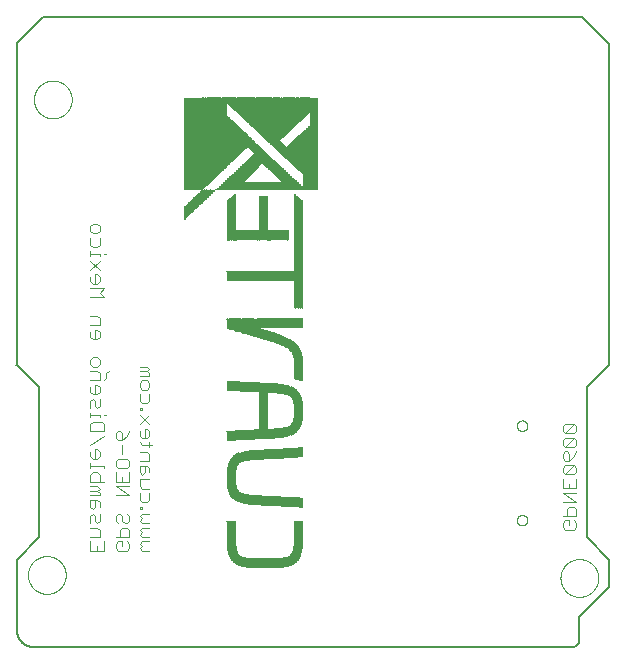
<source format=gbo>
G75*
%MOIN*%
%OFA0B0*%
%FSLAX25Y25*%
%IPPOS*%
%LPD*%
%AMOC8*
5,1,8,0,0,1.08239X$1,22.5*
%
%ADD10C,0.00800*%
%ADD11C,0.00000*%
%ADD12C,0.00400*%
%ADD13R,0.00089X0.00089*%
%ADD14R,0.00089X0.30813*%
%ADD15R,0.00089X0.04339*%
%ADD16R,0.00089X0.30813*%
%ADD17R,0.00089X0.04339*%
%ADD18R,0.00088X0.30813*%
%ADD19R,0.00088X0.04250*%
%ADD20R,0.00089X0.04250*%
%ADD21R,0.00089X0.04250*%
%ADD22R,0.00089X0.30813*%
%ADD23R,0.00089X0.04250*%
%ADD24R,0.00088X0.04250*%
%ADD25R,0.00089X0.04250*%
%ADD26R,0.00089X0.04250*%
%ADD27R,0.00089X0.30813*%
%ADD28R,0.00089X0.04250*%
%ADD29R,0.00089X0.04339*%
%ADD30R,0.00089X0.04250*%
%ADD31R,0.00089X0.04339*%
%ADD32R,0.00089X0.04339*%
%ADD33R,0.00089X0.04339*%
%ADD34R,0.00088X0.04339*%
%ADD35R,0.00089X0.04250*%
%ADD36R,0.00089X0.35152*%
%ADD37R,0.00089X0.35063*%
%ADD38R,0.00088X0.30725*%
%ADD39R,0.00088X0.04161*%
%ADD40R,0.00089X0.30636*%
%ADD41R,0.00089X0.04073*%
%ADD42R,0.00089X0.30548*%
%ADD43R,0.00089X0.03984*%
%ADD44R,0.00089X0.30459*%
%ADD45R,0.00089X0.03896*%
%ADD46R,0.00088X0.30370*%
%ADD47R,0.00088X0.03807*%
%ADD48R,0.00089X0.30282*%
%ADD49R,0.00089X0.03719*%
%ADD50R,0.00089X0.30193*%
%ADD51R,0.00089X0.03630*%
%ADD52R,0.00089X0.30105*%
%ADD53R,0.00089X0.03542*%
%ADD54R,0.00089X0.30016*%
%ADD55R,0.00089X0.03453*%
%ADD56R,0.00089X0.29928*%
%ADD57R,0.00089X0.03365*%
%ADD58R,0.00089X0.29839*%
%ADD59R,0.00089X0.03276*%
%ADD60R,0.00089X0.29751*%
%ADD61R,0.00089X0.03276*%
%ADD62R,0.00089X0.29662*%
%ADD63R,0.00089X0.03099*%
%ADD64R,0.00089X0.29574*%
%ADD65R,0.00089X0.03099*%
%ADD66R,0.00089X0.29485*%
%ADD67R,0.00089X0.03010*%
%ADD68R,0.00088X0.29485*%
%ADD69R,0.00088X0.02922*%
%ADD70R,0.00089X0.29396*%
%ADD71R,0.00089X0.02833*%
%ADD72R,0.00089X0.29308*%
%ADD73R,0.00089X0.02744*%
%ADD74R,0.00089X0.29219*%
%ADD75R,0.00089X0.02656*%
%ADD76R,0.00089X0.29131*%
%ADD77R,0.00089X0.02568*%
%ADD78R,0.00089X0.29043*%
%ADD79R,0.00089X0.02479*%
%ADD80R,0.00089X0.28954*%
%ADD81R,0.00089X0.02391*%
%ADD82R,0.00089X0.28865*%
%ADD83R,0.00089X0.02302*%
%ADD84R,0.00089X0.28777*%
%ADD85R,0.00089X0.02213*%
%ADD86R,0.00089X0.28688*%
%ADD87R,0.00089X0.02125*%
%ADD88R,0.00089X0.28600*%
%ADD89R,0.00089X0.02036*%
%ADD90R,0.00089X0.28511*%
%ADD91R,0.00089X0.01948*%
%ADD92R,0.00089X0.28422*%
%ADD93R,0.00089X0.01948*%
%ADD94R,0.00089X0.28334*%
%ADD95R,0.00089X0.01859*%
%ADD96R,0.00089X0.28245*%
%ADD97R,0.00089X0.01771*%
%ADD98R,0.00088X0.28157*%
%ADD99R,0.00088X0.01682*%
%ADD100R,0.00089X0.28157*%
%ADD101R,0.00089X0.01594*%
%ADD102R,0.00089X0.28069*%
%ADD103R,0.00089X0.01505*%
%ADD104R,0.00089X0.27980*%
%ADD105R,0.00089X0.01417*%
%ADD106R,0.00089X0.27891*%
%ADD107R,0.00089X0.01328*%
%ADD108R,0.00088X0.27803*%
%ADD109R,0.00088X0.01239*%
%ADD110R,0.00089X0.27714*%
%ADD111R,0.00089X0.01151*%
%ADD112R,0.00089X0.27626*%
%ADD113R,0.00089X0.01062*%
%ADD114R,0.00089X0.27537*%
%ADD115R,0.00089X0.00974*%
%ADD116R,0.00088X0.27448*%
%ADD117R,0.00088X0.00885*%
%ADD118R,0.00089X0.27360*%
%ADD119R,0.00089X0.00797*%
%ADD120R,0.00089X0.27272*%
%ADD121R,0.00089X0.00708*%
%ADD122R,0.00089X0.27183*%
%ADD123R,0.00089X0.00620*%
%ADD124R,0.00089X0.27094*%
%ADD125R,0.00089X0.00531*%
%ADD126R,0.00089X0.27006*%
%ADD127R,0.00089X0.00531*%
%ADD128R,0.00089X0.26917*%
%ADD129R,0.00089X0.00443*%
%ADD130R,0.00089X0.26829*%
%ADD131R,0.00089X0.00265*%
%ADD132R,0.00089X0.26829*%
%ADD133R,0.00089X0.00265*%
%ADD134R,0.00089X0.26740*%
%ADD135R,0.00089X0.00177*%
%ADD136R,0.00089X0.26652*%
%ADD137R,0.00089X0.00088*%
%ADD138R,0.00089X0.26563*%
%ADD139R,0.00089X0.26474*%
%ADD140R,0.00089X0.26386*%
%ADD141R,0.00089X0.00177*%
%ADD142R,0.00089X0.26298*%
%ADD143R,0.00089X0.00266*%
%ADD144R,0.00089X0.26209*%
%ADD145R,0.00089X0.00354*%
%ADD146R,0.00089X0.26120*%
%ADD147R,0.00089X0.00443*%
%ADD148R,0.00089X0.26032*%
%ADD149R,0.00089X0.00531*%
%ADD150R,0.00089X0.25943*%
%ADD151R,0.00089X0.00620*%
%ADD152R,0.00089X0.25855*%
%ADD153R,0.00089X0.00709*%
%ADD154R,0.00089X0.25766*%
%ADD155R,0.00089X0.00709*%
%ADD156R,0.00089X0.25678*%
%ADD157R,0.00089X0.00797*%
%ADD158R,0.00089X0.25589*%
%ADD159R,0.00089X0.00885*%
%ADD160R,0.00089X0.25501*%
%ADD161R,0.00089X0.00974*%
%ADD162R,0.00089X0.25412*%
%ADD163R,0.00089X0.01063*%
%ADD164R,0.00089X0.25324*%
%ADD165R,0.00089X0.01151*%
%ADD166R,0.00088X0.25324*%
%ADD167R,0.00088X0.01240*%
%ADD168R,0.00089X0.25235*%
%ADD169R,0.00089X0.01328*%
%ADD170R,0.00089X0.25146*%
%ADD171R,0.00089X0.01417*%
%ADD172R,0.00089X0.25058*%
%ADD173R,0.00089X0.01506*%
%ADD174R,0.00089X0.24969*%
%ADD175R,0.00089X0.01594*%
%ADD176R,0.00088X0.24881*%
%ADD177R,0.00088X0.01683*%
%ADD178R,0.00089X0.24792*%
%ADD179R,0.00089X0.01771*%
%ADD180R,0.00089X0.24704*%
%ADD181R,0.00089X0.01859*%
%ADD182R,0.00089X0.24615*%
%ADD183R,0.00089X0.01948*%
%ADD184R,0.00088X0.24527*%
%ADD185R,0.00088X0.02037*%
%ADD186R,0.00089X0.24438*%
%ADD187R,0.00089X0.02125*%
%ADD188R,0.00089X0.24350*%
%ADD189R,0.00089X0.02214*%
%ADD190R,0.00089X0.24261*%
%ADD191R,0.00089X0.02214*%
%ADD192R,0.00089X0.24172*%
%ADD193R,0.00089X0.02302*%
%ADD194R,0.00088X0.24172*%
%ADD195R,0.00088X0.02391*%
%ADD196R,0.00089X0.23995*%
%ADD197R,0.00089X0.02480*%
%ADD198R,0.00089X0.23907*%
%ADD199R,0.00089X0.02568*%
%ADD200R,0.00089X0.23907*%
%ADD201R,0.00089X0.23818*%
%ADD202R,0.00089X0.02745*%
%ADD203R,0.00089X0.23730*%
%ADD204R,0.00089X0.02833*%
%ADD205R,0.00089X0.23641*%
%ADD206R,0.00089X0.02922*%
%ADD207R,0.00089X0.23553*%
%ADD208R,0.00089X0.03011*%
%ADD209R,0.00089X0.23464*%
%ADD210R,0.00089X0.03099*%
%ADD211R,0.00089X0.23376*%
%ADD212R,0.00089X0.03188*%
%ADD213R,0.00089X0.23287*%
%ADD214R,0.00089X0.03276*%
%ADD215R,0.00089X0.21162*%
%ADD216R,0.00089X0.03365*%
%ADD217R,0.00089X0.00177*%
%ADD218R,0.00089X0.16912*%
%ADD219R,0.00089X0.03454*%
%ADD220R,0.00089X0.13193*%
%ADD221R,0.00089X0.03276*%
%ADD222R,0.00089X0.03365*%
%ADD223R,0.00089X0.04073*%
%ADD224R,0.00089X0.07437*%
%ADD225R,0.00089X0.00089*%
%ADD226R,0.00089X0.01948*%
%ADD227R,0.00089X0.16735*%
%ADD228R,0.00089X0.03542*%
%ADD229R,0.00089X0.13193*%
%ADD230R,0.00089X0.03453*%
%ADD231R,0.00089X0.05490*%
%ADD232R,0.00089X0.08411*%
%ADD233R,0.00089X0.02037*%
%ADD234R,0.00089X0.16557*%
%ADD235R,0.00089X0.03630*%
%ADD236R,0.00089X0.13281*%
%ADD237R,0.00089X0.06552*%
%ADD238R,0.00089X0.09208*%
%ADD239R,0.00089X0.02125*%
%ADD240R,0.00089X0.16469*%
%ADD241R,0.00089X0.03719*%
%ADD242R,0.00089X0.13370*%
%ADD243R,0.00089X0.03276*%
%ADD244R,0.00089X0.03542*%
%ADD245R,0.00089X0.07526*%
%ADD246R,0.00089X0.09740*%
%ADD247R,0.00089X0.16292*%
%ADD248R,0.00089X0.03719*%
%ADD249R,0.00089X0.13459*%
%ADD250R,0.00089X0.03542*%
%ADD251R,0.00089X0.07969*%
%ADD252R,0.00089X0.10006*%
%ADD253R,0.00089X0.02302*%
%ADD254R,0.00089X0.16115*%
%ADD255R,0.00089X0.03807*%
%ADD256R,0.00089X0.13547*%
%ADD257R,0.00089X0.03630*%
%ADD258R,0.00089X0.08677*%
%ADD259R,0.00089X0.10537*%
%ADD260R,0.00089X0.02391*%
%ADD261R,0.00089X0.15938*%
%ADD262R,0.00089X0.03896*%
%ADD263R,0.00089X0.13547*%
%ADD264R,0.00089X0.09209*%
%ADD265R,0.00089X0.10802*%
%ADD266R,0.00089X0.15849*%
%ADD267R,0.00089X0.03985*%
%ADD268R,0.00089X0.13724*%
%ADD269R,0.00089X0.09651*%
%ADD270R,0.00089X0.11068*%
%ADD271R,0.00089X0.02568*%
%ADD272R,0.00089X0.15672*%
%ADD273R,0.00089X0.04073*%
%ADD274R,0.00089X0.13724*%
%ADD275R,0.00089X0.10094*%
%ADD276R,0.00089X0.11333*%
%ADD277R,0.00089X0.02656*%
%ADD278R,0.00089X0.15495*%
%ADD279R,0.00089X0.04162*%
%ADD280R,0.00089X0.13813*%
%ADD281R,0.00089X0.10448*%
%ADD282R,0.00089X0.11599*%
%ADD283R,0.00089X0.15318*%
%ADD284R,0.00089X0.13902*%
%ADD285R,0.00089X0.03719*%
%ADD286R,0.00089X0.03365*%
%ADD287R,0.00089X0.10802*%
%ADD288R,0.00089X0.11776*%
%ADD289R,0.00089X0.02833*%
%ADD290R,0.00089X0.15141*%
%ADD291R,0.00089X0.13990*%
%ADD292R,0.00089X0.03719*%
%ADD293R,0.00089X0.11156*%
%ADD294R,0.00089X0.11953*%
%ADD295R,0.00089X0.14964*%
%ADD296R,0.00089X0.04427*%
%ADD297R,0.00089X0.14079*%
%ADD298R,0.00089X0.03807*%
%ADD299R,0.00089X0.11511*%
%ADD300R,0.00089X0.12130*%
%ADD301R,0.00089X0.14787*%
%ADD302R,0.00089X0.04516*%
%ADD303R,0.00089X0.14167*%
%ADD304R,0.00089X0.03807*%
%ADD305R,0.00089X0.11776*%
%ADD306R,0.00089X0.12307*%
%ADD307R,0.00088X0.03099*%
%ADD308R,0.00088X0.14610*%
%ADD309R,0.00088X0.04604*%
%ADD310R,0.00088X0.14256*%
%ADD311R,0.00088X0.03276*%
%ADD312R,0.00088X0.03807*%
%ADD313R,0.00088X0.03365*%
%ADD314R,0.00088X0.12042*%
%ADD315R,0.00088X0.12485*%
%ADD316R,0.00089X0.03099*%
%ADD317R,0.00089X0.14433*%
%ADD318R,0.00089X0.04693*%
%ADD319R,0.00089X0.14256*%
%ADD320R,0.00089X0.12396*%
%ADD321R,0.00089X0.12662*%
%ADD322R,0.00089X0.03188*%
%ADD323R,0.00089X0.14256*%
%ADD324R,0.00089X0.04781*%
%ADD325R,0.00089X0.14344*%
%ADD326R,0.00089X0.03896*%
%ADD327R,0.00089X0.12573*%
%ADD328R,0.00089X0.12750*%
%ADD329R,0.00089X0.03276*%
%ADD330R,0.00089X0.14078*%
%ADD331R,0.00089X0.04870*%
%ADD332R,0.00089X0.14433*%
%ADD333R,0.00089X0.03896*%
%ADD334R,0.00089X0.12839*%
%ADD335R,0.00089X0.12927*%
%ADD336R,0.00089X0.03365*%
%ADD337R,0.00089X0.13901*%
%ADD338R,0.00089X0.04959*%
%ADD339R,0.00089X0.14521*%
%ADD340R,0.00089X0.03985*%
%ADD341R,0.00089X0.13104*%
%ADD342R,0.00089X0.13016*%
%ADD343R,0.00089X0.03453*%
%ADD344R,0.00089X0.13724*%
%ADD345R,0.00089X0.04959*%
%ADD346R,0.00089X0.14610*%
%ADD347R,0.00089X0.03985*%
%ADD348R,0.00089X0.13281*%
%ADD349R,0.00089X0.13193*%
%ADD350R,0.00089X0.13635*%
%ADD351R,0.00089X0.05047*%
%ADD352R,0.00089X0.14698*%
%ADD353R,0.00089X0.03985*%
%ADD354R,0.00089X0.13370*%
%ADD355R,0.00089X0.13281*%
%ADD356R,0.00089X0.03630*%
%ADD357R,0.00089X0.05136*%
%ADD358R,0.00089X0.14787*%
%ADD359R,0.00089X0.13636*%
%ADD360R,0.00089X0.13370*%
%ADD361R,0.00089X0.05224*%
%ADD362R,0.00089X0.14876*%
%ADD363R,0.00089X0.04073*%
%ADD364R,0.00089X0.13813*%
%ADD365R,0.00089X0.13459*%
%ADD366R,0.00089X0.03807*%
%ADD367R,0.00089X0.05313*%
%ADD368R,0.00089X0.14964*%
%ADD369R,0.00089X0.04073*%
%ADD370R,0.00089X0.13990*%
%ADD371R,0.00089X0.13547*%
%ADD372R,0.00089X0.12928*%
%ADD373R,0.00089X0.05401*%
%ADD374R,0.00089X0.14964*%
%ADD375R,0.00089X0.13635*%
%ADD376R,0.00089X0.12839*%
%ADD377R,0.00089X0.15052*%
%ADD378R,0.00089X0.04162*%
%ADD379R,0.00089X0.14256*%
%ADD380R,0.00089X0.13724*%
%ADD381R,0.00089X0.12662*%
%ADD382R,0.00089X0.05578*%
%ADD383R,0.00089X0.15141*%
%ADD384R,0.00089X0.04162*%
%ADD385R,0.00089X0.14433*%
%ADD386R,0.00089X0.13813*%
%ADD387R,0.00089X0.12485*%
%ADD388R,0.00089X0.05667*%
%ADD389R,0.00089X0.15230*%
%ADD390R,0.00089X0.14521*%
%ADD391R,0.00089X0.13901*%
%ADD392R,0.00089X0.12307*%
%ADD393R,0.00089X0.05756*%
%ADD394R,0.00089X0.15318*%
%ADD395R,0.00089X0.14698*%
%ADD396R,0.00089X0.12130*%
%ADD397R,0.00089X0.05844*%
%ADD398R,0.00089X0.15318*%
%ADD399R,0.00089X0.03365*%
%ADD400R,0.00089X0.14875*%
%ADD401R,0.00089X0.14078*%
%ADD402R,0.00089X0.04427*%
%ADD403R,0.00089X0.11953*%
%ADD404R,0.00089X0.05933*%
%ADD405R,0.00089X0.15407*%
%ADD406R,0.00089X0.14964*%
%ADD407R,0.00089X0.14167*%
%ADD408R,0.00089X0.06021*%
%ADD409R,0.00089X0.15495*%
%ADD410R,0.00089X0.03276*%
%ADD411R,0.00089X0.15052*%
%ADD412R,0.00089X0.04604*%
%ADD413R,0.00089X0.11599*%
%ADD414R,0.00089X0.06110*%
%ADD415R,0.00089X0.03276*%
%ADD416R,0.00089X0.06818*%
%ADD417R,0.00089X0.06907*%
%ADD418R,0.00089X0.08589*%
%ADD419R,0.00088X0.11422*%
%ADD420R,0.00088X0.06198*%
%ADD421R,0.00088X0.03188*%
%ADD422R,0.00088X0.03276*%
%ADD423R,0.00088X0.05755*%
%ADD424R,0.00088X0.05756*%
%ADD425R,0.00088X0.06730*%
%ADD426R,0.00089X0.11245*%
%ADD427R,0.00089X0.06287*%
%ADD428R,0.00089X0.04427*%
%ADD429R,0.00089X0.05224*%
%ADD430R,0.00089X0.04781*%
%ADD431R,0.00089X0.11068*%
%ADD432R,0.00089X0.06375*%
%ADD433R,0.00089X0.03188*%
%ADD434R,0.00089X0.04870*%
%ADD435R,0.00089X0.05313*%
%ADD436R,0.00089X0.04870*%
%ADD437R,0.00089X0.10980*%
%ADD438R,0.00089X0.06375*%
%ADD439R,0.00089X0.04604*%
%ADD440R,0.00089X0.05047*%
%ADD441R,0.00089X0.10802*%
%ADD442R,0.00089X0.06464*%
%ADD443R,0.00089X0.04693*%
%ADD444R,0.00088X0.05047*%
%ADD445R,0.00088X0.10625*%
%ADD446R,0.00088X0.06552*%
%ADD447R,0.00088X0.04427*%
%ADD448R,0.00089X0.10537*%
%ADD449R,0.00089X0.06641*%
%ADD450R,0.00089X0.05224*%
%ADD451R,0.00089X0.10359*%
%ADD452R,0.00089X0.06730*%
%ADD453R,0.00089X0.04516*%
%ADD454R,0.00089X0.05313*%
%ADD455R,0.00089X0.10182*%
%ADD456R,0.00089X0.06818*%
%ADD457R,0.00089X0.04516*%
%ADD458R,0.00089X0.03896*%
%ADD459R,0.00089X0.06907*%
%ADD460R,0.00089X0.04604*%
%ADD461R,0.00089X0.03984*%
%ADD462R,0.00088X0.05490*%
%ADD463R,0.00088X0.09828*%
%ADD464R,0.00088X0.06995*%
%ADD465R,0.00088X0.03719*%
%ADD466R,0.00088X0.03896*%
%ADD467R,0.00089X0.09651*%
%ADD468R,0.00089X0.07083*%
%ADD469R,0.00089X0.09474*%
%ADD470R,0.00089X0.07172*%
%ADD471R,0.00089X0.04604*%
%ADD472R,0.00089X0.03719*%
%ADD473R,0.00089X0.05756*%
%ADD474R,0.00089X0.09297*%
%ADD475R,0.00089X0.07261*%
%ADD476R,0.00089X0.03630*%
%ADD477R,0.00089X0.09120*%
%ADD478R,0.00089X0.07349*%
%ADD479R,0.00089X0.04693*%
%ADD480R,0.00088X0.05933*%
%ADD481R,0.00088X0.08943*%
%ADD482R,0.00088X0.07438*%
%ADD483R,0.00088X0.04693*%
%ADD484R,0.00088X0.03365*%
%ADD485R,0.00088X0.03542*%
%ADD486R,0.00088X0.03630*%
%ADD487R,0.00089X0.05933*%
%ADD488R,0.00089X0.08766*%
%ADD489R,0.00089X0.07526*%
%ADD490R,0.00089X0.04781*%
%ADD491R,0.00089X0.08589*%
%ADD492R,0.00089X0.07615*%
%ADD493R,0.00089X0.06109*%
%ADD494R,0.00089X0.07704*%
%ADD495R,0.00089X0.06198*%
%ADD496R,0.00089X0.08323*%
%ADD497R,0.00089X0.07792*%
%ADD498R,0.00088X0.06287*%
%ADD499R,0.00088X0.08146*%
%ADD500R,0.00088X0.07792*%
%ADD501R,0.00088X0.04870*%
%ADD502R,0.00088X0.03453*%
%ADD503R,0.00089X0.07969*%
%ADD504R,0.00089X0.07881*%
%ADD505R,0.00089X0.07880*%
%ADD506R,0.00089X0.06552*%
%ADD507R,0.00089X0.07703*%
%ADD508R,0.00089X0.08057*%
%ADD509R,0.00089X0.04959*%
%ADD510R,0.00089X0.03365*%
%ADD511R,0.00089X0.07526*%
%ADD512R,0.00089X0.08146*%
%ADD513R,0.00088X0.07261*%
%ADD514R,0.00088X0.08235*%
%ADD515R,0.00088X0.04959*%
%ADD516R,0.00088X0.03454*%
%ADD517R,0.00089X0.07172*%
%ADD518R,0.00089X0.08323*%
%ADD519R,0.00089X0.04959*%
%ADD520R,0.00089X0.03365*%
%ADD521R,0.00089X0.06995*%
%ADD522R,0.00089X0.08412*%
%ADD523R,0.00089X0.05047*%
%ADD524R,0.00089X0.06907*%
%ADD525R,0.00089X0.06818*%
%ADD526R,0.00089X0.08500*%
%ADD527R,0.00089X0.07083*%
%ADD528R,0.00089X0.06641*%
%ADD529R,0.00089X0.07172*%
%ADD530R,0.00089X0.08678*%
%ADD531R,0.00089X0.05135*%
%ADD532R,0.00088X0.08766*%
%ADD533R,0.00088X0.05135*%
%ADD534R,0.00089X0.07261*%
%ADD535R,0.00089X0.06109*%
%ADD536R,0.00089X0.08854*%
%ADD537R,0.00089X0.07349*%
%ADD538R,0.00089X0.05932*%
%ADD539R,0.00089X0.06287*%
%ADD540R,0.00089X0.02480*%
%ADD541R,0.00089X0.07438*%
%ADD542R,0.00089X0.06287*%
%ADD543R,0.00089X0.05224*%
%ADD544R,0.00089X0.05667*%
%ADD545R,0.00089X0.02480*%
%ADD546R,0.00088X0.07615*%
%ADD547R,0.00088X0.05401*%
%ADD548R,0.00088X0.02480*%
%ADD549R,0.00088X0.05224*%
%ADD550R,0.00088X0.03187*%
%ADD551R,0.00089X0.07704*%
%ADD552R,0.00089X0.05313*%
%ADD553R,0.00089X0.07792*%
%ADD554R,0.00089X0.05135*%
%ADD555R,0.00089X0.06198*%
%ADD556R,0.00089X0.07880*%
%ADD557R,0.00089X0.05047*%
%ADD558R,0.00089X0.06198*%
%ADD559R,0.00089X0.04870*%
%ADD560R,0.00088X0.08057*%
%ADD561R,0.00089X0.08235*%
%ADD562R,0.00089X0.04161*%
%ADD563R,0.00089X0.05490*%
%ADD564R,0.00089X0.05490*%
%ADD565R,0.00088X0.08500*%
%ADD566R,0.00088X0.03896*%
%ADD567R,0.00088X0.06109*%
%ADD568R,0.00088X0.05578*%
%ADD569R,0.00089X0.06109*%
%ADD570R,0.00089X0.05578*%
%ADD571R,0.00089X0.08589*%
%ADD572R,0.00089X0.08678*%
%ADD573R,0.00089X0.03896*%
%ADD574R,0.00089X0.08766*%
%ADD575R,0.00088X0.08854*%
%ADD576R,0.00088X0.03984*%
%ADD577R,0.00088X0.05667*%
%ADD578R,0.00089X0.08943*%
%ADD579R,0.00089X0.05667*%
%ADD580R,0.00089X0.09031*%
%ADD581R,0.00089X0.09120*%
%ADD582R,0.00089X0.06021*%
%ADD583R,0.00089X0.05756*%
%ADD584R,0.00089X0.09209*%
%ADD585R,0.00089X0.06021*%
%ADD586R,0.00089X0.05756*%
%ADD587R,0.00088X0.09297*%
%ADD588R,0.00088X0.06021*%
%ADD589R,0.00088X0.05844*%
%ADD590R,0.00089X0.09386*%
%ADD591R,0.00089X0.06021*%
%ADD592R,0.00089X0.05844*%
%ADD593R,0.00089X0.09474*%
%ADD594R,0.00089X0.09563*%
%ADD595R,0.00089X0.09651*%
%ADD596R,0.00089X0.03896*%
%ADD597R,0.00089X0.06021*%
%ADD598R,0.00089X0.02480*%
%ADD599R,0.00089X0.05844*%
%ADD600R,0.00089X0.03188*%
%ADD601R,0.00089X0.09740*%
%ADD602R,0.00089X0.05933*%
%ADD603R,0.00089X0.09828*%
%ADD604R,0.00089X0.06021*%
%ADD605R,0.00089X0.05844*%
%ADD606R,0.00089X0.09828*%
%ADD607R,0.00089X0.10006*%
%ADD608R,0.00089X0.10006*%
%ADD609R,0.00089X0.03896*%
%ADD610R,0.00089X0.05932*%
%ADD611R,0.00089X0.05932*%
%ADD612R,0.00089X0.10183*%
%ADD613R,0.00089X0.10271*%
%ADD614R,0.00089X0.10360*%
%ADD615R,0.00089X0.05844*%
%ADD616R,0.00089X0.03187*%
%ADD617R,0.00089X0.10448*%
%ADD618R,0.00089X0.05844*%
%ADD619R,0.00089X0.06109*%
%ADD620R,0.00089X0.03187*%
%ADD621R,0.00089X0.10625*%
%ADD622R,0.00089X0.09651*%
%ADD623R,0.00089X0.10714*%
%ADD624R,0.00089X0.09474*%
%ADD625R,0.00089X0.09297*%
%ADD626R,0.00088X0.10891*%
%ADD627R,0.00088X0.09120*%
%ADD628R,0.00089X0.10980*%
%ADD629R,0.00089X0.08943*%
%ADD630R,0.00089X0.08766*%
%ADD631R,0.00089X0.11157*%
%ADD632R,0.00089X0.08589*%
%ADD633R,0.00089X0.11245*%
%ADD634R,0.00089X0.08411*%
%ADD635R,0.00088X0.11245*%
%ADD636R,0.00088X0.08234*%
%ADD637R,0.00088X0.06375*%
%ADD638R,0.00089X0.11422*%
%ADD639R,0.00089X0.08057*%
%ADD640R,0.00089X0.06375*%
%ADD641R,0.00089X0.11511*%
%ADD642R,0.00089X0.07792*%
%ADD643R,0.00089X0.07703*%
%ADD644R,0.00089X0.03011*%
%ADD645R,0.00089X0.11599*%
%ADD646R,0.00088X0.11688*%
%ADD647R,0.00088X0.07349*%
%ADD648R,0.00088X0.03011*%
%ADD649R,0.00089X0.11776*%
%ADD650R,0.00089X0.11865*%
%ADD651R,0.00089X0.06995*%
%ADD652R,0.00089X0.11954*%
%ADD653R,0.00089X0.12042*%
%ADD654R,0.00089X0.06641*%
%ADD655R,0.00089X0.09386*%
%ADD656R,0.00089X0.03099*%
%ADD657R,0.00089X0.00354*%
%ADD658R,0.00089X0.03187*%
%ADD659R,0.00088X0.12131*%
%ADD660R,0.00088X0.06464*%
%ADD661R,0.00088X0.14964*%
%ADD662R,0.00088X0.18948*%
%ADD663R,0.00089X0.12219*%
%ADD664R,0.00089X0.14876*%
%ADD665R,0.00089X0.18948*%
%ADD666R,0.00089X0.14876*%
%ADD667R,0.00089X0.18948*%
%ADD668R,0.00089X0.12396*%
%ADD669R,0.00089X0.18771*%
%ADD670R,0.00089X0.12485*%
%ADD671R,0.00089X0.18771*%
%ADD672R,0.00088X0.12573*%
%ADD673R,0.00088X0.14876*%
%ADD674R,0.00088X0.18771*%
%ADD675R,0.00089X0.12573*%
%ADD676R,0.00089X0.05401*%
%ADD677R,0.00089X0.18771*%
%ADD678R,0.00089X0.05047*%
%ADD679R,0.00089X0.12839*%
%ADD680R,0.00089X0.04870*%
%ADD681R,0.00088X0.12928*%
%ADD682R,0.00089X0.13016*%
%ADD683R,0.00089X0.14964*%
%ADD684R,0.00089X0.13105*%
%ADD685R,0.00089X0.04781*%
%ADD686R,0.00089X0.13193*%
%ADD687R,0.00089X0.04781*%
%ADD688R,0.00089X0.14964*%
%ADD689R,0.00089X0.04781*%
%ADD690R,0.00088X0.13459*%
%ADD691R,0.00088X0.04781*%
%ADD692R,0.00089X0.13547*%
%ADD693R,0.00089X0.18683*%
%ADD694R,0.00089X0.13636*%
%ADD695R,0.00089X0.18683*%
%ADD696R,0.00089X0.18683*%
%ADD697R,0.00089X0.13813*%
%ADD698R,0.00089X0.18594*%
%ADD699R,0.00088X0.13902*%
%ADD700R,0.00088X0.04781*%
%ADD701R,0.00088X0.18594*%
%ADD702R,0.00089X0.13990*%
%ADD703R,0.00089X0.04693*%
%ADD704R,0.00089X0.18594*%
%ADD705R,0.00089X0.14078*%
%ADD706R,0.00089X0.18594*%
%ADD707R,0.00089X0.14344*%
%ADD708R,0.00089X0.14521*%
%ADD709R,0.00088X0.14698*%
%ADD710R,0.00088X0.11865*%
%ADD711R,0.00089X0.14787*%
%ADD712R,0.00088X0.15141*%
%ADD713R,0.00089X0.15230*%
%ADD714R,0.00089X0.15495*%
%ADD715R,0.00089X0.04781*%
%ADD716R,0.00089X0.03099*%
%ADD717R,0.00089X0.15495*%
%ADD718R,0.00089X0.15672*%
%ADD719R,0.00089X0.15672*%
%ADD720R,0.00089X0.15761*%
%ADD721R,0.00089X0.15849*%
%ADD722R,0.00089X0.04870*%
%ADD723R,0.00089X0.15938*%
%ADD724R,0.00089X0.16026*%
%ADD725R,0.00089X0.16115*%
%ADD726R,0.00089X0.16204*%
%ADD727R,0.00089X0.16292*%
%ADD728R,0.00089X0.16381*%
%ADD729R,0.00089X0.16469*%
%ADD730R,0.00089X0.16558*%
%ADD731R,0.00089X0.16646*%
%ADD732R,0.00089X0.16735*%
%ADD733R,0.00089X0.04781*%
%ADD734R,0.00089X0.16823*%
%ADD735R,0.00089X0.16823*%
%ADD736R,0.00089X0.17000*%
%ADD737R,0.00088X0.17089*%
%ADD738R,0.00089X0.17178*%
%ADD739R,0.00089X0.17266*%
%ADD740R,0.00089X0.17355*%
%ADD741R,0.00089X0.04870*%
%ADD742R,0.00089X0.17443*%
%ADD743R,0.00088X0.17532*%
%ADD744R,0.00088X0.04870*%
%ADD745R,0.00089X0.17620*%
%ADD746R,0.00089X0.17709*%
%ADD747R,0.00089X0.17797*%
%ADD748R,0.00089X0.17886*%
%ADD749R,0.00088X0.17974*%
%ADD750R,0.00089X0.18063*%
%ADD751R,0.00089X0.18152*%
%ADD752R,0.00089X0.18152*%
%ADD753R,0.00089X0.18240*%
%ADD754R,0.00088X0.14344*%
%ADD755R,0.00089X0.03719*%
%ADD756R,0.00088X0.14078*%
%ADD757R,0.00089X0.02568*%
%ADD758R,0.00089X0.13902*%
%ADD759R,0.00089X0.13813*%
%ADD760R,0.00088X0.13547*%
%ADD761R,0.00089X0.13459*%
%ADD762R,0.00089X0.06995*%
%ADD763R,0.00089X0.13193*%
%ADD764R,0.00089X0.06907*%
%ADD765R,0.00089X0.03453*%
%ADD766R,0.00089X0.06818*%
%ADD767R,0.00089X0.12928*%
%ADD768R,0.00089X0.06641*%
%ADD769R,0.00089X0.12928*%
%ADD770R,0.00089X0.06641*%
%ADD771R,0.00089X0.06552*%
%ADD772R,0.00088X0.12750*%
%ADD773R,0.00089X0.03011*%
%ADD774R,0.00089X0.12396*%
%ADD775R,0.00089X0.03807*%
%ADD776R,0.00089X0.06110*%
%ADD777R,0.00089X0.03011*%
%ADD778R,0.00089X0.12219*%
%ADD779R,0.00089X0.04161*%
%ADD780R,0.00089X0.03454*%
%ADD781R,0.00089X0.12131*%
%ADD782R,0.00089X0.11688*%
%ADD783R,0.00089X0.11599*%
%ADD784R,0.00089X0.05401*%
%ADD785R,0.00089X0.11511*%
%ADD786R,0.00089X0.05401*%
%ADD787R,0.00089X0.05224*%
%ADD788R,0.00089X0.03630*%
%ADD789R,0.00089X0.11511*%
%ADD790R,0.00089X0.05578*%
%ADD791R,0.00089X0.11422*%
%ADD792R,0.00089X0.05755*%
%ADD793R,0.00089X0.05136*%
%ADD794R,0.00089X0.11334*%
%ADD795R,0.00089X0.05932*%
%ADD796R,0.00088X0.11157*%
%ADD797R,0.00089X0.11068*%
%ADD798R,0.00089X0.06464*%
%ADD799R,0.00089X0.10891*%
%ADD800R,0.00089X0.06995*%
%ADD801R,0.00089X0.10714*%
%ADD802R,0.00089X0.07172*%
%ADD803R,0.00089X0.04427*%
%ADD804R,0.00089X0.10625*%
%ADD805R,0.00089X0.07349*%
%ADD806R,0.00089X0.03807*%
%ADD807R,0.00089X0.07526*%
%ADD808R,0.00089X0.04073*%
%ADD809R,0.00089X0.10448*%
%ADD810R,0.00089X0.07526*%
%ADD811R,0.00089X0.04162*%
%ADD812R,0.00089X0.03984*%
%ADD813R,0.00089X0.10360*%
%ADD814R,0.00089X0.07703*%
%ADD815R,0.00089X0.04161*%
%ADD816R,0.00088X0.10271*%
%ADD817R,0.00088X0.07880*%
%ADD818R,0.00088X0.04073*%
%ADD819R,0.00088X0.04604*%
%ADD820R,0.00089X0.10271*%
%ADD821R,0.00089X0.08057*%
%ADD822R,0.00089X0.03187*%
%ADD823R,0.00089X0.04515*%
%ADD824R,0.00089X0.10183*%
%ADD825R,0.00089X0.08235*%
%ADD826R,0.00089X0.05224*%
%ADD827R,0.00089X0.10094*%
%ADD828R,0.00089X0.08412*%
%ADD829R,0.00089X0.04958*%
%ADD830R,0.00089X0.10006*%
%ADD831R,0.00089X0.09917*%
%ADD832R,0.00089X0.09828*%
%ADD833R,0.00089X0.08943*%
%ADD834R,0.00089X0.38162*%
%ADD835R,0.00089X0.12130*%
%ADD836R,0.00089X0.15141*%
%ADD837R,0.00089X0.14256*%
%ADD838R,0.00089X0.09740*%
%ADD839R,0.00089X0.09120*%
%ADD840R,0.00089X0.38074*%
%ADD841R,0.00089X0.12042*%
%ADD842R,0.00089X0.09297*%
%ADD843R,0.00089X0.37985*%
%ADD844R,0.00089X0.14875*%
%ADD845R,0.00089X0.09563*%
%ADD846R,0.00089X0.09474*%
%ADD847R,0.00089X0.37896*%
%ADD848R,0.00089X0.11953*%
%ADD849R,0.00089X0.14698*%
%ADD850R,0.00089X0.13990*%
%ADD851R,0.00088X0.09474*%
%ADD852R,0.00088X0.09651*%
%ADD853R,0.00088X0.37808*%
%ADD854R,0.00088X0.11865*%
%ADD855R,0.00088X0.14698*%
%ADD856R,0.00088X0.13990*%
%ADD857R,0.00089X0.09828*%
%ADD858R,0.00089X0.37719*%
%ADD859R,0.00089X0.11776*%
%ADD860R,0.00089X0.14521*%
%ADD861R,0.00089X0.13901*%
%ADD862R,0.00089X0.37631*%
%ADD863R,0.00089X0.09209*%
%ADD864R,0.00089X0.02922*%
%ADD865R,0.00089X0.37543*%
%ADD866R,0.00089X0.11688*%
%ADD867R,0.00089X0.09120*%
%ADD868R,0.00089X0.10183*%
%ADD869R,0.00089X0.37454*%
%ADD870R,0.00089X0.11688*%
%ADD871R,0.00089X0.13990*%
%ADD872R,0.00089X0.13635*%
%ADD873R,0.00089X0.02745*%
%ADD874R,0.00089X0.37365*%
%ADD875R,0.00089X0.10537*%
%ADD876R,0.00089X0.37277*%
%ADD877R,0.00089X0.11422*%
%ADD878R,0.00089X0.13636*%
%ADD879R,0.00089X0.13459*%
%ADD880R,0.00089X0.08854*%
%ADD881R,0.00089X0.10714*%
%ADD882R,0.00089X0.02568*%
%ADD883R,0.00089X0.37188*%
%ADD884R,0.00089X0.11333*%
%ADD885R,0.00089X0.10891*%
%ADD886R,0.00089X0.37188*%
%ADD887R,0.00089X0.08678*%
%ADD888R,0.00089X0.37100*%
%ADD889R,0.00089X0.11245*%
%ADD890R,0.00089X0.13104*%
%ADD891R,0.00088X0.08589*%
%ADD892R,0.00088X0.11245*%
%ADD893R,0.00088X0.37011*%
%ADD894R,0.00088X0.11068*%
%ADD895R,0.00088X0.12927*%
%ADD896R,0.00088X0.13016*%
%ADD897R,0.00089X0.11422*%
%ADD898R,0.00089X0.36922*%
%ADD899R,0.00089X0.12750*%
%ADD900R,0.00089X0.12839*%
%ADD901R,0.00089X0.08500*%
%ADD902R,0.00089X0.36834*%
%ADD903R,0.00089X0.12396*%
%ADD904R,0.00089X0.02125*%
%ADD905R,0.00089X0.36745*%
%ADD906R,0.00089X0.12219*%
%ADD907R,0.00089X0.12573*%
%ADD908R,0.00089X0.36657*%
%ADD909R,0.00089X0.10625*%
%ADD910R,0.00089X0.12131*%
%ADD911R,0.00089X0.36569*%
%ADD912R,0.00089X0.12219*%
%ADD913R,0.00088X0.12307*%
%ADD914R,0.00088X0.01859*%
%ADD915R,0.00088X0.36480*%
%ADD916R,0.00088X0.10359*%
%ADD917R,0.00088X0.11333*%
%ADD918R,0.00089X0.12485*%
%ADD919R,0.00089X0.36391*%
%ADD920R,0.00089X0.10094*%
%ADD921R,0.00089X0.10979*%
%ADD922R,0.00089X0.11865*%
%ADD923R,0.00089X0.12661*%
%ADD924R,0.00089X0.01683*%
%ADD925R,0.00089X0.36391*%
%ADD926R,0.00089X0.10714*%
%ADD927R,0.00089X0.36303*%
%ADD928R,0.00089X0.10359*%
%ADD929R,0.00088X0.01506*%
%ADD930R,0.00088X0.36126*%
%ADD931R,0.00088X0.09917*%
%ADD932R,0.00089X0.07704*%
%ADD933R,0.00089X0.13193*%
%ADD934R,0.00089X0.36037*%
%ADD935R,0.00089X0.09563*%
%ADD936R,0.00089X0.01328*%
%ADD937R,0.00089X0.35948*%
%ADD938R,0.00089X0.07526*%
%ADD939R,0.00089X0.01240*%
%ADD940R,0.00089X0.35860*%
%ADD941R,0.00089X0.08323*%
%ADD942R,0.00089X0.10271*%
%ADD943R,0.00089X0.01240*%
%ADD944R,0.00089X0.35860*%
%ADD945R,0.00089X0.07792*%
%ADD946R,0.00089X0.09917*%
%ADD947R,0.00089X0.07438*%
%ADD948R,0.00089X0.35772*%
%ADD949R,0.00089X0.09385*%
%ADD950R,0.00088X0.00974*%
%ADD951R,0.00088X0.35683*%
%ADD952R,0.00088X0.07792*%
%ADD953R,0.00089X0.00885*%
%ADD954R,0.00089X0.35506*%
%ADD955R,0.00089X0.00885*%
%ADD956R,0.00089X0.35506*%
%ADD957R,0.00089X0.02833*%
%ADD958R,0.00089X0.06818*%
%ADD959R,0.00089X0.07083*%
%ADD960R,0.00089X0.19480*%
%ADD961R,0.00089X0.06995*%
%ADD962R,0.00089X0.19568*%
%ADD963R,0.00089X0.19657*%
%ADD964R,0.00089X0.19745*%
%ADD965R,0.00089X0.19834*%
%ADD966R,0.00089X0.19922*%
%ADD967R,0.00089X0.20011*%
%ADD968R,0.00088X0.20100*%
%ADD969R,0.00089X0.20188*%
%ADD970R,0.00089X0.20277*%
%ADD971R,0.00089X0.20277*%
%ADD972R,0.00089X0.20365*%
%ADD973R,0.00089X0.20454*%
%ADD974R,0.00089X0.20542*%
%ADD975R,0.00089X0.20631*%
%ADD976R,0.00089X0.20719*%
%ADD977R,0.00089X0.20808*%
%ADD978R,0.00088X0.20896*%
%ADD979R,0.00089X0.20985*%
%ADD980R,0.00089X0.21074*%
%ADD981R,0.00089X0.21162*%
%ADD982R,0.00089X0.21250*%
%ADD983R,0.00089X0.21339*%
%ADD984R,0.00089X0.21428*%
%ADD985R,0.00089X0.21516*%
%ADD986R,0.00089X0.21605*%
%ADD987R,0.00088X0.21605*%
%ADD988R,0.00089X0.21693*%
%ADD989R,0.00089X0.21782*%
D10*
X0002167Y0007057D02*
X0002167Y0021150D01*
X0002167Y0021400D02*
X0002167Y0030400D01*
X0009667Y0037900D01*
X0009667Y0087900D01*
X0002167Y0095400D01*
X0001917Y0095400D01*
X0002167Y0095400D02*
X0002167Y0202650D01*
X0010917Y0211400D01*
X0190667Y0211400D01*
X0199667Y0202400D01*
X0199667Y0095400D01*
X0192167Y0087900D01*
X0192167Y0037900D01*
X0199667Y0030400D01*
X0199667Y0021400D01*
X0189667Y0011400D01*
X0189667Y0003900D01*
X0189665Y0003802D01*
X0189659Y0003704D01*
X0189650Y0003606D01*
X0189636Y0003509D01*
X0189619Y0003412D01*
X0189598Y0003316D01*
X0189573Y0003221D01*
X0189545Y0003127D01*
X0189512Y0003035D01*
X0189477Y0002943D01*
X0189437Y0002853D01*
X0189395Y0002765D01*
X0189348Y0002678D01*
X0189299Y0002594D01*
X0189246Y0002511D01*
X0189190Y0002431D01*
X0189130Y0002352D01*
X0189068Y0002276D01*
X0189003Y0002203D01*
X0188935Y0002132D01*
X0188864Y0002064D01*
X0188791Y0001999D01*
X0188715Y0001937D01*
X0188636Y0001877D01*
X0188556Y0001821D01*
X0188473Y0001768D01*
X0188389Y0001719D01*
X0188302Y0001672D01*
X0188214Y0001630D01*
X0188124Y0001590D01*
X0188032Y0001555D01*
X0187940Y0001522D01*
X0187846Y0001494D01*
X0187751Y0001469D01*
X0187655Y0001448D01*
X0187558Y0001431D01*
X0187461Y0001417D01*
X0187363Y0001408D01*
X0187265Y0001402D01*
X0187167Y0001400D01*
X0007824Y0001400D01*
X0007676Y0001402D01*
X0007528Y0001408D01*
X0007380Y0001417D01*
X0007233Y0001431D01*
X0007086Y0001448D01*
X0006939Y0001470D01*
X0006793Y0001495D01*
X0006648Y0001524D01*
X0006503Y0001556D01*
X0006360Y0001593D01*
X0006217Y0001633D01*
X0006076Y0001677D01*
X0005936Y0001724D01*
X0005797Y0001776D01*
X0005659Y0001831D01*
X0005523Y0001889D01*
X0005389Y0001951D01*
X0005256Y0002017D01*
X0005125Y0002086D01*
X0004996Y0002158D01*
X0004868Y0002234D01*
X0004743Y0002313D01*
X0004620Y0002395D01*
X0004499Y0002480D01*
X0004380Y0002569D01*
X0004264Y0002661D01*
X0004150Y0002755D01*
X0004039Y0002853D01*
X0003930Y0002954D01*
X0003824Y0003057D01*
X0003721Y0003163D01*
X0003620Y0003272D01*
X0003522Y0003383D01*
X0003428Y0003497D01*
X0003336Y0003613D01*
X0003247Y0003732D01*
X0003162Y0003853D01*
X0003080Y0003976D01*
X0003001Y0004101D01*
X0002925Y0004228D01*
X0002853Y0004358D01*
X0002784Y0004489D01*
X0002718Y0004622D01*
X0002656Y0004756D01*
X0002598Y0004892D01*
X0002543Y0005030D01*
X0002491Y0005169D01*
X0002444Y0005309D01*
X0002400Y0005450D01*
X0002360Y0005593D01*
X0002323Y0005736D01*
X0002291Y0005881D01*
X0002262Y0006026D01*
X0002237Y0006172D01*
X0002215Y0006319D01*
X0002198Y0006466D01*
X0002184Y0006613D01*
X0002175Y0006761D01*
X0002169Y0006909D01*
X0002167Y0007057D01*
D11*
X0005868Y0025400D02*
X0005870Y0025558D01*
X0005876Y0025716D01*
X0005886Y0025874D01*
X0005900Y0026032D01*
X0005918Y0026189D01*
X0005939Y0026346D01*
X0005965Y0026502D01*
X0005995Y0026658D01*
X0006028Y0026813D01*
X0006066Y0026966D01*
X0006107Y0027119D01*
X0006152Y0027271D01*
X0006201Y0027422D01*
X0006254Y0027571D01*
X0006310Y0027719D01*
X0006370Y0027865D01*
X0006434Y0028010D01*
X0006502Y0028153D01*
X0006573Y0028295D01*
X0006647Y0028435D01*
X0006725Y0028572D01*
X0006807Y0028708D01*
X0006891Y0028842D01*
X0006980Y0028973D01*
X0007071Y0029102D01*
X0007166Y0029229D01*
X0007263Y0029354D01*
X0007364Y0029476D01*
X0007468Y0029595D01*
X0007575Y0029712D01*
X0007685Y0029826D01*
X0007798Y0029937D01*
X0007913Y0030046D01*
X0008031Y0030151D01*
X0008152Y0030253D01*
X0008275Y0030353D01*
X0008401Y0030449D01*
X0008529Y0030542D01*
X0008659Y0030632D01*
X0008792Y0030718D01*
X0008927Y0030802D01*
X0009063Y0030881D01*
X0009202Y0030958D01*
X0009343Y0031030D01*
X0009485Y0031100D01*
X0009629Y0031165D01*
X0009775Y0031227D01*
X0009922Y0031285D01*
X0010071Y0031340D01*
X0010221Y0031391D01*
X0010372Y0031438D01*
X0010524Y0031481D01*
X0010677Y0031520D01*
X0010832Y0031556D01*
X0010987Y0031587D01*
X0011143Y0031615D01*
X0011299Y0031639D01*
X0011456Y0031659D01*
X0011614Y0031675D01*
X0011771Y0031687D01*
X0011930Y0031695D01*
X0012088Y0031699D01*
X0012246Y0031699D01*
X0012404Y0031695D01*
X0012563Y0031687D01*
X0012720Y0031675D01*
X0012878Y0031659D01*
X0013035Y0031639D01*
X0013191Y0031615D01*
X0013347Y0031587D01*
X0013502Y0031556D01*
X0013657Y0031520D01*
X0013810Y0031481D01*
X0013962Y0031438D01*
X0014113Y0031391D01*
X0014263Y0031340D01*
X0014412Y0031285D01*
X0014559Y0031227D01*
X0014705Y0031165D01*
X0014849Y0031100D01*
X0014991Y0031030D01*
X0015132Y0030958D01*
X0015271Y0030881D01*
X0015407Y0030802D01*
X0015542Y0030718D01*
X0015675Y0030632D01*
X0015805Y0030542D01*
X0015933Y0030449D01*
X0016059Y0030353D01*
X0016182Y0030253D01*
X0016303Y0030151D01*
X0016421Y0030046D01*
X0016536Y0029937D01*
X0016649Y0029826D01*
X0016759Y0029712D01*
X0016866Y0029595D01*
X0016970Y0029476D01*
X0017071Y0029354D01*
X0017168Y0029229D01*
X0017263Y0029102D01*
X0017354Y0028973D01*
X0017443Y0028842D01*
X0017527Y0028708D01*
X0017609Y0028572D01*
X0017687Y0028435D01*
X0017761Y0028295D01*
X0017832Y0028153D01*
X0017900Y0028010D01*
X0017964Y0027865D01*
X0018024Y0027719D01*
X0018080Y0027571D01*
X0018133Y0027422D01*
X0018182Y0027271D01*
X0018227Y0027119D01*
X0018268Y0026966D01*
X0018306Y0026813D01*
X0018339Y0026658D01*
X0018369Y0026502D01*
X0018395Y0026346D01*
X0018416Y0026189D01*
X0018434Y0026032D01*
X0018448Y0025874D01*
X0018458Y0025716D01*
X0018464Y0025558D01*
X0018466Y0025400D01*
X0018464Y0025242D01*
X0018458Y0025084D01*
X0018448Y0024926D01*
X0018434Y0024768D01*
X0018416Y0024611D01*
X0018395Y0024454D01*
X0018369Y0024298D01*
X0018339Y0024142D01*
X0018306Y0023987D01*
X0018268Y0023834D01*
X0018227Y0023681D01*
X0018182Y0023529D01*
X0018133Y0023378D01*
X0018080Y0023229D01*
X0018024Y0023081D01*
X0017964Y0022935D01*
X0017900Y0022790D01*
X0017832Y0022647D01*
X0017761Y0022505D01*
X0017687Y0022365D01*
X0017609Y0022228D01*
X0017527Y0022092D01*
X0017443Y0021958D01*
X0017354Y0021827D01*
X0017263Y0021698D01*
X0017168Y0021571D01*
X0017071Y0021446D01*
X0016970Y0021324D01*
X0016866Y0021205D01*
X0016759Y0021088D01*
X0016649Y0020974D01*
X0016536Y0020863D01*
X0016421Y0020754D01*
X0016303Y0020649D01*
X0016182Y0020547D01*
X0016059Y0020447D01*
X0015933Y0020351D01*
X0015805Y0020258D01*
X0015675Y0020168D01*
X0015542Y0020082D01*
X0015407Y0019998D01*
X0015271Y0019919D01*
X0015132Y0019842D01*
X0014991Y0019770D01*
X0014849Y0019700D01*
X0014705Y0019635D01*
X0014559Y0019573D01*
X0014412Y0019515D01*
X0014263Y0019460D01*
X0014113Y0019409D01*
X0013962Y0019362D01*
X0013810Y0019319D01*
X0013657Y0019280D01*
X0013502Y0019244D01*
X0013347Y0019213D01*
X0013191Y0019185D01*
X0013035Y0019161D01*
X0012878Y0019141D01*
X0012720Y0019125D01*
X0012563Y0019113D01*
X0012404Y0019105D01*
X0012246Y0019101D01*
X0012088Y0019101D01*
X0011930Y0019105D01*
X0011771Y0019113D01*
X0011614Y0019125D01*
X0011456Y0019141D01*
X0011299Y0019161D01*
X0011143Y0019185D01*
X0010987Y0019213D01*
X0010832Y0019244D01*
X0010677Y0019280D01*
X0010524Y0019319D01*
X0010372Y0019362D01*
X0010221Y0019409D01*
X0010071Y0019460D01*
X0009922Y0019515D01*
X0009775Y0019573D01*
X0009629Y0019635D01*
X0009485Y0019700D01*
X0009343Y0019770D01*
X0009202Y0019842D01*
X0009063Y0019919D01*
X0008927Y0019998D01*
X0008792Y0020082D01*
X0008659Y0020168D01*
X0008529Y0020258D01*
X0008401Y0020351D01*
X0008275Y0020447D01*
X0008152Y0020547D01*
X0008031Y0020649D01*
X0007913Y0020754D01*
X0007798Y0020863D01*
X0007685Y0020974D01*
X0007575Y0021088D01*
X0007468Y0021205D01*
X0007364Y0021324D01*
X0007263Y0021446D01*
X0007166Y0021571D01*
X0007071Y0021698D01*
X0006980Y0021827D01*
X0006891Y0021958D01*
X0006807Y0022092D01*
X0006725Y0022228D01*
X0006647Y0022365D01*
X0006573Y0022505D01*
X0006502Y0022647D01*
X0006434Y0022790D01*
X0006370Y0022935D01*
X0006310Y0023081D01*
X0006254Y0023229D01*
X0006201Y0023378D01*
X0006152Y0023529D01*
X0006107Y0023681D01*
X0006066Y0023834D01*
X0006028Y0023987D01*
X0005995Y0024142D01*
X0005965Y0024298D01*
X0005939Y0024454D01*
X0005918Y0024611D01*
X0005900Y0024768D01*
X0005886Y0024926D01*
X0005876Y0025084D01*
X0005870Y0025242D01*
X0005868Y0025400D01*
X0168830Y0043664D02*
X0168832Y0043747D01*
X0168838Y0043830D01*
X0168848Y0043913D01*
X0168862Y0043995D01*
X0168879Y0044077D01*
X0168901Y0044157D01*
X0168926Y0044236D01*
X0168955Y0044314D01*
X0168988Y0044391D01*
X0169025Y0044466D01*
X0169064Y0044539D01*
X0169108Y0044610D01*
X0169154Y0044679D01*
X0169204Y0044746D01*
X0169257Y0044810D01*
X0169313Y0044872D01*
X0169372Y0044931D01*
X0169434Y0044987D01*
X0169498Y0045040D01*
X0169565Y0045090D01*
X0169634Y0045136D01*
X0169705Y0045180D01*
X0169778Y0045219D01*
X0169853Y0045256D01*
X0169930Y0045289D01*
X0170008Y0045318D01*
X0170087Y0045343D01*
X0170167Y0045365D01*
X0170249Y0045382D01*
X0170331Y0045396D01*
X0170414Y0045406D01*
X0170497Y0045412D01*
X0170580Y0045414D01*
X0170663Y0045412D01*
X0170746Y0045406D01*
X0170829Y0045396D01*
X0170911Y0045382D01*
X0170993Y0045365D01*
X0171073Y0045343D01*
X0171152Y0045318D01*
X0171230Y0045289D01*
X0171307Y0045256D01*
X0171382Y0045219D01*
X0171455Y0045180D01*
X0171526Y0045136D01*
X0171595Y0045090D01*
X0171662Y0045040D01*
X0171726Y0044987D01*
X0171788Y0044931D01*
X0171847Y0044872D01*
X0171903Y0044810D01*
X0171956Y0044746D01*
X0172006Y0044679D01*
X0172052Y0044610D01*
X0172096Y0044539D01*
X0172135Y0044466D01*
X0172172Y0044391D01*
X0172205Y0044314D01*
X0172234Y0044236D01*
X0172259Y0044157D01*
X0172281Y0044077D01*
X0172298Y0043995D01*
X0172312Y0043913D01*
X0172322Y0043830D01*
X0172328Y0043747D01*
X0172330Y0043664D01*
X0172328Y0043581D01*
X0172322Y0043498D01*
X0172312Y0043415D01*
X0172298Y0043333D01*
X0172281Y0043251D01*
X0172259Y0043171D01*
X0172234Y0043092D01*
X0172205Y0043014D01*
X0172172Y0042937D01*
X0172135Y0042862D01*
X0172096Y0042789D01*
X0172052Y0042718D01*
X0172006Y0042649D01*
X0171956Y0042582D01*
X0171903Y0042518D01*
X0171847Y0042456D01*
X0171788Y0042397D01*
X0171726Y0042341D01*
X0171662Y0042288D01*
X0171595Y0042238D01*
X0171526Y0042192D01*
X0171455Y0042148D01*
X0171382Y0042109D01*
X0171307Y0042072D01*
X0171230Y0042039D01*
X0171152Y0042010D01*
X0171073Y0041985D01*
X0170993Y0041963D01*
X0170911Y0041946D01*
X0170829Y0041932D01*
X0170746Y0041922D01*
X0170663Y0041916D01*
X0170580Y0041914D01*
X0170497Y0041916D01*
X0170414Y0041922D01*
X0170331Y0041932D01*
X0170249Y0041946D01*
X0170167Y0041963D01*
X0170087Y0041985D01*
X0170008Y0042010D01*
X0169930Y0042039D01*
X0169853Y0042072D01*
X0169778Y0042109D01*
X0169705Y0042148D01*
X0169634Y0042192D01*
X0169565Y0042238D01*
X0169498Y0042288D01*
X0169434Y0042341D01*
X0169372Y0042397D01*
X0169313Y0042456D01*
X0169257Y0042518D01*
X0169204Y0042582D01*
X0169154Y0042649D01*
X0169108Y0042718D01*
X0169064Y0042789D01*
X0169025Y0042862D01*
X0168988Y0042937D01*
X0168955Y0043014D01*
X0168926Y0043092D01*
X0168901Y0043171D01*
X0168879Y0043251D01*
X0168862Y0043333D01*
X0168848Y0043415D01*
X0168838Y0043498D01*
X0168832Y0043581D01*
X0168830Y0043664D01*
X0183368Y0024400D02*
X0183370Y0024558D01*
X0183376Y0024716D01*
X0183386Y0024874D01*
X0183400Y0025032D01*
X0183418Y0025189D01*
X0183439Y0025346D01*
X0183465Y0025502D01*
X0183495Y0025658D01*
X0183528Y0025813D01*
X0183566Y0025966D01*
X0183607Y0026119D01*
X0183652Y0026271D01*
X0183701Y0026422D01*
X0183754Y0026571D01*
X0183810Y0026719D01*
X0183870Y0026865D01*
X0183934Y0027010D01*
X0184002Y0027153D01*
X0184073Y0027295D01*
X0184147Y0027435D01*
X0184225Y0027572D01*
X0184307Y0027708D01*
X0184391Y0027842D01*
X0184480Y0027973D01*
X0184571Y0028102D01*
X0184666Y0028229D01*
X0184763Y0028354D01*
X0184864Y0028476D01*
X0184968Y0028595D01*
X0185075Y0028712D01*
X0185185Y0028826D01*
X0185298Y0028937D01*
X0185413Y0029046D01*
X0185531Y0029151D01*
X0185652Y0029253D01*
X0185775Y0029353D01*
X0185901Y0029449D01*
X0186029Y0029542D01*
X0186159Y0029632D01*
X0186292Y0029718D01*
X0186427Y0029802D01*
X0186563Y0029881D01*
X0186702Y0029958D01*
X0186843Y0030030D01*
X0186985Y0030100D01*
X0187129Y0030165D01*
X0187275Y0030227D01*
X0187422Y0030285D01*
X0187571Y0030340D01*
X0187721Y0030391D01*
X0187872Y0030438D01*
X0188024Y0030481D01*
X0188177Y0030520D01*
X0188332Y0030556D01*
X0188487Y0030587D01*
X0188643Y0030615D01*
X0188799Y0030639D01*
X0188956Y0030659D01*
X0189114Y0030675D01*
X0189271Y0030687D01*
X0189430Y0030695D01*
X0189588Y0030699D01*
X0189746Y0030699D01*
X0189904Y0030695D01*
X0190063Y0030687D01*
X0190220Y0030675D01*
X0190378Y0030659D01*
X0190535Y0030639D01*
X0190691Y0030615D01*
X0190847Y0030587D01*
X0191002Y0030556D01*
X0191157Y0030520D01*
X0191310Y0030481D01*
X0191462Y0030438D01*
X0191613Y0030391D01*
X0191763Y0030340D01*
X0191912Y0030285D01*
X0192059Y0030227D01*
X0192205Y0030165D01*
X0192349Y0030100D01*
X0192491Y0030030D01*
X0192632Y0029958D01*
X0192771Y0029881D01*
X0192907Y0029802D01*
X0193042Y0029718D01*
X0193175Y0029632D01*
X0193305Y0029542D01*
X0193433Y0029449D01*
X0193559Y0029353D01*
X0193682Y0029253D01*
X0193803Y0029151D01*
X0193921Y0029046D01*
X0194036Y0028937D01*
X0194149Y0028826D01*
X0194259Y0028712D01*
X0194366Y0028595D01*
X0194470Y0028476D01*
X0194571Y0028354D01*
X0194668Y0028229D01*
X0194763Y0028102D01*
X0194854Y0027973D01*
X0194943Y0027842D01*
X0195027Y0027708D01*
X0195109Y0027572D01*
X0195187Y0027435D01*
X0195261Y0027295D01*
X0195332Y0027153D01*
X0195400Y0027010D01*
X0195464Y0026865D01*
X0195524Y0026719D01*
X0195580Y0026571D01*
X0195633Y0026422D01*
X0195682Y0026271D01*
X0195727Y0026119D01*
X0195768Y0025966D01*
X0195806Y0025813D01*
X0195839Y0025658D01*
X0195869Y0025502D01*
X0195895Y0025346D01*
X0195916Y0025189D01*
X0195934Y0025032D01*
X0195948Y0024874D01*
X0195958Y0024716D01*
X0195964Y0024558D01*
X0195966Y0024400D01*
X0195964Y0024242D01*
X0195958Y0024084D01*
X0195948Y0023926D01*
X0195934Y0023768D01*
X0195916Y0023611D01*
X0195895Y0023454D01*
X0195869Y0023298D01*
X0195839Y0023142D01*
X0195806Y0022987D01*
X0195768Y0022834D01*
X0195727Y0022681D01*
X0195682Y0022529D01*
X0195633Y0022378D01*
X0195580Y0022229D01*
X0195524Y0022081D01*
X0195464Y0021935D01*
X0195400Y0021790D01*
X0195332Y0021647D01*
X0195261Y0021505D01*
X0195187Y0021365D01*
X0195109Y0021228D01*
X0195027Y0021092D01*
X0194943Y0020958D01*
X0194854Y0020827D01*
X0194763Y0020698D01*
X0194668Y0020571D01*
X0194571Y0020446D01*
X0194470Y0020324D01*
X0194366Y0020205D01*
X0194259Y0020088D01*
X0194149Y0019974D01*
X0194036Y0019863D01*
X0193921Y0019754D01*
X0193803Y0019649D01*
X0193682Y0019547D01*
X0193559Y0019447D01*
X0193433Y0019351D01*
X0193305Y0019258D01*
X0193175Y0019168D01*
X0193042Y0019082D01*
X0192907Y0018998D01*
X0192771Y0018919D01*
X0192632Y0018842D01*
X0192491Y0018770D01*
X0192349Y0018700D01*
X0192205Y0018635D01*
X0192059Y0018573D01*
X0191912Y0018515D01*
X0191763Y0018460D01*
X0191613Y0018409D01*
X0191462Y0018362D01*
X0191310Y0018319D01*
X0191157Y0018280D01*
X0191002Y0018244D01*
X0190847Y0018213D01*
X0190691Y0018185D01*
X0190535Y0018161D01*
X0190378Y0018141D01*
X0190220Y0018125D01*
X0190063Y0018113D01*
X0189904Y0018105D01*
X0189746Y0018101D01*
X0189588Y0018101D01*
X0189430Y0018105D01*
X0189271Y0018113D01*
X0189114Y0018125D01*
X0188956Y0018141D01*
X0188799Y0018161D01*
X0188643Y0018185D01*
X0188487Y0018213D01*
X0188332Y0018244D01*
X0188177Y0018280D01*
X0188024Y0018319D01*
X0187872Y0018362D01*
X0187721Y0018409D01*
X0187571Y0018460D01*
X0187422Y0018515D01*
X0187275Y0018573D01*
X0187129Y0018635D01*
X0186985Y0018700D01*
X0186843Y0018770D01*
X0186702Y0018842D01*
X0186563Y0018919D01*
X0186427Y0018998D01*
X0186292Y0019082D01*
X0186159Y0019168D01*
X0186029Y0019258D01*
X0185901Y0019351D01*
X0185775Y0019447D01*
X0185652Y0019547D01*
X0185531Y0019649D01*
X0185413Y0019754D01*
X0185298Y0019863D01*
X0185185Y0019974D01*
X0185075Y0020088D01*
X0184968Y0020205D01*
X0184864Y0020324D01*
X0184763Y0020446D01*
X0184666Y0020571D01*
X0184571Y0020698D01*
X0184480Y0020827D01*
X0184391Y0020958D01*
X0184307Y0021092D01*
X0184225Y0021228D01*
X0184147Y0021365D01*
X0184073Y0021505D01*
X0184002Y0021647D01*
X0183934Y0021790D01*
X0183870Y0021935D01*
X0183810Y0022081D01*
X0183754Y0022229D01*
X0183701Y0022378D01*
X0183652Y0022529D01*
X0183607Y0022681D01*
X0183566Y0022834D01*
X0183528Y0022987D01*
X0183495Y0023142D01*
X0183465Y0023298D01*
X0183439Y0023454D01*
X0183418Y0023611D01*
X0183400Y0023768D01*
X0183386Y0023926D01*
X0183376Y0024084D01*
X0183370Y0024242D01*
X0183368Y0024400D01*
X0168830Y0075160D02*
X0168832Y0075243D01*
X0168838Y0075326D01*
X0168848Y0075409D01*
X0168862Y0075491D01*
X0168879Y0075573D01*
X0168901Y0075653D01*
X0168926Y0075732D01*
X0168955Y0075810D01*
X0168988Y0075887D01*
X0169025Y0075962D01*
X0169064Y0076035D01*
X0169108Y0076106D01*
X0169154Y0076175D01*
X0169204Y0076242D01*
X0169257Y0076306D01*
X0169313Y0076368D01*
X0169372Y0076427D01*
X0169434Y0076483D01*
X0169498Y0076536D01*
X0169565Y0076586D01*
X0169634Y0076632D01*
X0169705Y0076676D01*
X0169778Y0076715D01*
X0169853Y0076752D01*
X0169930Y0076785D01*
X0170008Y0076814D01*
X0170087Y0076839D01*
X0170167Y0076861D01*
X0170249Y0076878D01*
X0170331Y0076892D01*
X0170414Y0076902D01*
X0170497Y0076908D01*
X0170580Y0076910D01*
X0170663Y0076908D01*
X0170746Y0076902D01*
X0170829Y0076892D01*
X0170911Y0076878D01*
X0170993Y0076861D01*
X0171073Y0076839D01*
X0171152Y0076814D01*
X0171230Y0076785D01*
X0171307Y0076752D01*
X0171382Y0076715D01*
X0171455Y0076676D01*
X0171526Y0076632D01*
X0171595Y0076586D01*
X0171662Y0076536D01*
X0171726Y0076483D01*
X0171788Y0076427D01*
X0171847Y0076368D01*
X0171903Y0076306D01*
X0171956Y0076242D01*
X0172006Y0076175D01*
X0172052Y0076106D01*
X0172096Y0076035D01*
X0172135Y0075962D01*
X0172172Y0075887D01*
X0172205Y0075810D01*
X0172234Y0075732D01*
X0172259Y0075653D01*
X0172281Y0075573D01*
X0172298Y0075491D01*
X0172312Y0075409D01*
X0172322Y0075326D01*
X0172328Y0075243D01*
X0172330Y0075160D01*
X0172328Y0075077D01*
X0172322Y0074994D01*
X0172312Y0074911D01*
X0172298Y0074829D01*
X0172281Y0074747D01*
X0172259Y0074667D01*
X0172234Y0074588D01*
X0172205Y0074510D01*
X0172172Y0074433D01*
X0172135Y0074358D01*
X0172096Y0074285D01*
X0172052Y0074214D01*
X0172006Y0074145D01*
X0171956Y0074078D01*
X0171903Y0074014D01*
X0171847Y0073952D01*
X0171788Y0073893D01*
X0171726Y0073837D01*
X0171662Y0073784D01*
X0171595Y0073734D01*
X0171526Y0073688D01*
X0171455Y0073644D01*
X0171382Y0073605D01*
X0171307Y0073568D01*
X0171230Y0073535D01*
X0171152Y0073506D01*
X0171073Y0073481D01*
X0170993Y0073459D01*
X0170911Y0073442D01*
X0170829Y0073428D01*
X0170746Y0073418D01*
X0170663Y0073412D01*
X0170580Y0073410D01*
X0170497Y0073412D01*
X0170414Y0073418D01*
X0170331Y0073428D01*
X0170249Y0073442D01*
X0170167Y0073459D01*
X0170087Y0073481D01*
X0170008Y0073506D01*
X0169930Y0073535D01*
X0169853Y0073568D01*
X0169778Y0073605D01*
X0169705Y0073644D01*
X0169634Y0073688D01*
X0169565Y0073734D01*
X0169498Y0073784D01*
X0169434Y0073837D01*
X0169372Y0073893D01*
X0169313Y0073952D01*
X0169257Y0074014D01*
X0169204Y0074078D01*
X0169154Y0074145D01*
X0169108Y0074214D01*
X0169064Y0074285D01*
X0169025Y0074358D01*
X0168988Y0074433D01*
X0168955Y0074510D01*
X0168926Y0074588D01*
X0168901Y0074667D01*
X0168879Y0074747D01*
X0168862Y0074829D01*
X0168848Y0074911D01*
X0168838Y0074994D01*
X0168832Y0075077D01*
X0168830Y0075160D01*
X0007868Y0183900D02*
X0007870Y0184058D01*
X0007876Y0184216D01*
X0007886Y0184374D01*
X0007900Y0184532D01*
X0007918Y0184689D01*
X0007939Y0184846D01*
X0007965Y0185002D01*
X0007995Y0185158D01*
X0008028Y0185313D01*
X0008066Y0185466D01*
X0008107Y0185619D01*
X0008152Y0185771D01*
X0008201Y0185922D01*
X0008254Y0186071D01*
X0008310Y0186219D01*
X0008370Y0186365D01*
X0008434Y0186510D01*
X0008502Y0186653D01*
X0008573Y0186795D01*
X0008647Y0186935D01*
X0008725Y0187072D01*
X0008807Y0187208D01*
X0008891Y0187342D01*
X0008980Y0187473D01*
X0009071Y0187602D01*
X0009166Y0187729D01*
X0009263Y0187854D01*
X0009364Y0187976D01*
X0009468Y0188095D01*
X0009575Y0188212D01*
X0009685Y0188326D01*
X0009798Y0188437D01*
X0009913Y0188546D01*
X0010031Y0188651D01*
X0010152Y0188753D01*
X0010275Y0188853D01*
X0010401Y0188949D01*
X0010529Y0189042D01*
X0010659Y0189132D01*
X0010792Y0189218D01*
X0010927Y0189302D01*
X0011063Y0189381D01*
X0011202Y0189458D01*
X0011343Y0189530D01*
X0011485Y0189600D01*
X0011629Y0189665D01*
X0011775Y0189727D01*
X0011922Y0189785D01*
X0012071Y0189840D01*
X0012221Y0189891D01*
X0012372Y0189938D01*
X0012524Y0189981D01*
X0012677Y0190020D01*
X0012832Y0190056D01*
X0012987Y0190087D01*
X0013143Y0190115D01*
X0013299Y0190139D01*
X0013456Y0190159D01*
X0013614Y0190175D01*
X0013771Y0190187D01*
X0013930Y0190195D01*
X0014088Y0190199D01*
X0014246Y0190199D01*
X0014404Y0190195D01*
X0014563Y0190187D01*
X0014720Y0190175D01*
X0014878Y0190159D01*
X0015035Y0190139D01*
X0015191Y0190115D01*
X0015347Y0190087D01*
X0015502Y0190056D01*
X0015657Y0190020D01*
X0015810Y0189981D01*
X0015962Y0189938D01*
X0016113Y0189891D01*
X0016263Y0189840D01*
X0016412Y0189785D01*
X0016559Y0189727D01*
X0016705Y0189665D01*
X0016849Y0189600D01*
X0016991Y0189530D01*
X0017132Y0189458D01*
X0017271Y0189381D01*
X0017407Y0189302D01*
X0017542Y0189218D01*
X0017675Y0189132D01*
X0017805Y0189042D01*
X0017933Y0188949D01*
X0018059Y0188853D01*
X0018182Y0188753D01*
X0018303Y0188651D01*
X0018421Y0188546D01*
X0018536Y0188437D01*
X0018649Y0188326D01*
X0018759Y0188212D01*
X0018866Y0188095D01*
X0018970Y0187976D01*
X0019071Y0187854D01*
X0019168Y0187729D01*
X0019263Y0187602D01*
X0019354Y0187473D01*
X0019443Y0187342D01*
X0019527Y0187208D01*
X0019609Y0187072D01*
X0019687Y0186935D01*
X0019761Y0186795D01*
X0019832Y0186653D01*
X0019900Y0186510D01*
X0019964Y0186365D01*
X0020024Y0186219D01*
X0020080Y0186071D01*
X0020133Y0185922D01*
X0020182Y0185771D01*
X0020227Y0185619D01*
X0020268Y0185466D01*
X0020306Y0185313D01*
X0020339Y0185158D01*
X0020369Y0185002D01*
X0020395Y0184846D01*
X0020416Y0184689D01*
X0020434Y0184532D01*
X0020448Y0184374D01*
X0020458Y0184216D01*
X0020464Y0184058D01*
X0020466Y0183900D01*
X0020464Y0183742D01*
X0020458Y0183584D01*
X0020448Y0183426D01*
X0020434Y0183268D01*
X0020416Y0183111D01*
X0020395Y0182954D01*
X0020369Y0182798D01*
X0020339Y0182642D01*
X0020306Y0182487D01*
X0020268Y0182334D01*
X0020227Y0182181D01*
X0020182Y0182029D01*
X0020133Y0181878D01*
X0020080Y0181729D01*
X0020024Y0181581D01*
X0019964Y0181435D01*
X0019900Y0181290D01*
X0019832Y0181147D01*
X0019761Y0181005D01*
X0019687Y0180865D01*
X0019609Y0180728D01*
X0019527Y0180592D01*
X0019443Y0180458D01*
X0019354Y0180327D01*
X0019263Y0180198D01*
X0019168Y0180071D01*
X0019071Y0179946D01*
X0018970Y0179824D01*
X0018866Y0179705D01*
X0018759Y0179588D01*
X0018649Y0179474D01*
X0018536Y0179363D01*
X0018421Y0179254D01*
X0018303Y0179149D01*
X0018182Y0179047D01*
X0018059Y0178947D01*
X0017933Y0178851D01*
X0017805Y0178758D01*
X0017675Y0178668D01*
X0017542Y0178582D01*
X0017407Y0178498D01*
X0017271Y0178419D01*
X0017132Y0178342D01*
X0016991Y0178270D01*
X0016849Y0178200D01*
X0016705Y0178135D01*
X0016559Y0178073D01*
X0016412Y0178015D01*
X0016263Y0177960D01*
X0016113Y0177909D01*
X0015962Y0177862D01*
X0015810Y0177819D01*
X0015657Y0177780D01*
X0015502Y0177744D01*
X0015347Y0177713D01*
X0015191Y0177685D01*
X0015035Y0177661D01*
X0014878Y0177641D01*
X0014720Y0177625D01*
X0014563Y0177613D01*
X0014404Y0177605D01*
X0014246Y0177601D01*
X0014088Y0177601D01*
X0013930Y0177605D01*
X0013771Y0177613D01*
X0013614Y0177625D01*
X0013456Y0177641D01*
X0013299Y0177661D01*
X0013143Y0177685D01*
X0012987Y0177713D01*
X0012832Y0177744D01*
X0012677Y0177780D01*
X0012524Y0177819D01*
X0012372Y0177862D01*
X0012221Y0177909D01*
X0012071Y0177960D01*
X0011922Y0178015D01*
X0011775Y0178073D01*
X0011629Y0178135D01*
X0011485Y0178200D01*
X0011343Y0178270D01*
X0011202Y0178342D01*
X0011063Y0178419D01*
X0010927Y0178498D01*
X0010792Y0178582D01*
X0010659Y0178668D01*
X0010529Y0178758D01*
X0010401Y0178851D01*
X0010275Y0178947D01*
X0010152Y0179047D01*
X0010031Y0179149D01*
X0009913Y0179254D01*
X0009798Y0179363D01*
X0009685Y0179474D01*
X0009575Y0179588D01*
X0009468Y0179705D01*
X0009364Y0179824D01*
X0009263Y0179946D01*
X0009166Y0180071D01*
X0009071Y0180198D01*
X0008980Y0180327D01*
X0008891Y0180458D01*
X0008807Y0180592D01*
X0008725Y0180728D01*
X0008647Y0180865D01*
X0008573Y0181005D01*
X0008502Y0181147D01*
X0008434Y0181290D01*
X0008370Y0181435D01*
X0008310Y0181581D01*
X0008254Y0181729D01*
X0008201Y0181878D01*
X0008152Y0182029D01*
X0008107Y0182181D01*
X0008066Y0182334D01*
X0008028Y0182487D01*
X0007995Y0182642D01*
X0007965Y0182798D01*
X0007939Y0182954D01*
X0007918Y0183111D01*
X0007900Y0183268D01*
X0007886Y0183426D01*
X0007876Y0183584D01*
X0007870Y0183742D01*
X0007868Y0183900D01*
D12*
X0027434Y0142460D02*
X0028969Y0142460D01*
X0029736Y0141692D01*
X0029736Y0140158D01*
X0028969Y0139390D01*
X0027434Y0139390D01*
X0026667Y0140158D01*
X0026667Y0141692D01*
X0027434Y0142460D01*
X0026667Y0137856D02*
X0026667Y0135554D01*
X0027434Y0134786D01*
X0028969Y0134786D01*
X0029736Y0135554D01*
X0029736Y0137856D01*
X0029736Y0132484D02*
X0026667Y0132484D01*
X0026667Y0131717D02*
X0026667Y0133252D01*
X0026667Y0130182D02*
X0029736Y0127113D01*
X0028969Y0125578D02*
X0028201Y0125578D01*
X0028201Y0122509D01*
X0027434Y0122509D02*
X0028969Y0122509D01*
X0029736Y0123277D01*
X0029736Y0124811D01*
X0028969Y0125578D01*
X0026667Y0124811D02*
X0026667Y0123277D01*
X0027434Y0122509D01*
X0026667Y0120975D02*
X0031271Y0120975D01*
X0029736Y0119440D01*
X0031271Y0117905D01*
X0026667Y0117905D01*
X0026667Y0111767D02*
X0028969Y0111767D01*
X0029736Y0110999D01*
X0029736Y0108697D01*
X0026667Y0108697D01*
X0028201Y0107163D02*
X0028201Y0104094D01*
X0027434Y0104094D02*
X0028969Y0104094D01*
X0029736Y0104861D01*
X0029736Y0106395D01*
X0028969Y0107163D01*
X0028201Y0107163D01*
X0026667Y0106395D02*
X0026667Y0104861D01*
X0027434Y0104094D01*
X0027434Y0097955D02*
X0028969Y0097955D01*
X0029736Y0097188D01*
X0029736Y0095653D01*
X0028969Y0094886D01*
X0027434Y0094886D01*
X0026667Y0095653D01*
X0026667Y0097188D01*
X0027434Y0097955D01*
X0026667Y0093351D02*
X0028969Y0093351D01*
X0029736Y0092584D01*
X0029736Y0090282D01*
X0026667Y0090282D01*
X0028201Y0088747D02*
X0028201Y0085678D01*
X0027434Y0085678D02*
X0028969Y0085678D01*
X0029736Y0086445D01*
X0029736Y0087980D01*
X0028969Y0088747D01*
X0028201Y0088747D01*
X0026667Y0087980D02*
X0026667Y0086445D01*
X0027434Y0085678D01*
X0027434Y0084143D02*
X0028201Y0083376D01*
X0028201Y0081841D01*
X0028969Y0081074D01*
X0029736Y0081841D01*
X0029736Y0084143D01*
X0027434Y0084143D02*
X0026667Y0083376D01*
X0026667Y0081074D01*
X0026667Y0079539D02*
X0026667Y0078005D01*
X0026667Y0078772D02*
X0029736Y0078772D01*
X0029736Y0078005D01*
X0031271Y0078772D02*
X0032038Y0078772D01*
X0030503Y0076470D02*
X0031271Y0075703D01*
X0031271Y0073401D01*
X0026667Y0073401D01*
X0026667Y0075703D01*
X0027434Y0076470D01*
X0030503Y0076470D01*
X0031271Y0071866D02*
X0026667Y0068797D01*
X0028201Y0067262D02*
X0028201Y0064193D01*
X0027434Y0064193D02*
X0028969Y0064193D01*
X0029736Y0064960D01*
X0029736Y0066495D01*
X0028969Y0067262D01*
X0028201Y0067262D01*
X0026667Y0066495D02*
X0026667Y0064960D01*
X0027434Y0064193D01*
X0026667Y0062658D02*
X0026667Y0061124D01*
X0026667Y0061891D02*
X0031271Y0061891D01*
X0031271Y0061124D01*
X0028969Y0059589D02*
X0029736Y0058822D01*
X0029736Y0056520D01*
X0031271Y0056520D02*
X0026667Y0056520D01*
X0026667Y0058822D01*
X0027434Y0059589D01*
X0028969Y0059589D01*
X0028969Y0054985D02*
X0026667Y0054985D01*
X0026667Y0053450D02*
X0028969Y0053450D01*
X0029736Y0054218D01*
X0028969Y0054985D01*
X0028969Y0053450D02*
X0029736Y0052683D01*
X0029736Y0051916D01*
X0026667Y0051916D01*
X0026667Y0050381D02*
X0026667Y0048079D01*
X0027434Y0047312D01*
X0028201Y0048079D01*
X0028201Y0050381D01*
X0028969Y0050381D02*
X0026667Y0050381D01*
X0028969Y0050381D02*
X0029736Y0049614D01*
X0029736Y0048079D01*
X0029736Y0045777D02*
X0029736Y0043475D01*
X0028969Y0042708D01*
X0028201Y0043475D01*
X0028201Y0045010D01*
X0027434Y0045777D01*
X0026667Y0045010D01*
X0026667Y0042708D01*
X0026667Y0041173D02*
X0028969Y0041173D01*
X0029736Y0040406D01*
X0029736Y0038104D01*
X0026667Y0038104D01*
X0026667Y0036569D02*
X0026667Y0033500D01*
X0031271Y0033500D01*
X0031271Y0036569D01*
X0028969Y0035035D02*
X0028969Y0033500D01*
X0035067Y0034267D02*
X0035834Y0033500D01*
X0038903Y0033500D01*
X0039671Y0034267D01*
X0039671Y0035802D01*
X0038903Y0036569D01*
X0037369Y0036569D02*
X0037369Y0035035D01*
X0037369Y0036569D02*
X0035834Y0036569D01*
X0035067Y0035802D01*
X0035067Y0034267D01*
X0035067Y0038104D02*
X0039671Y0038104D01*
X0039671Y0040406D01*
X0038903Y0041173D01*
X0037369Y0041173D01*
X0036601Y0040406D01*
X0036601Y0038104D01*
X0035834Y0042708D02*
X0035067Y0043475D01*
X0035067Y0045010D01*
X0035834Y0045777D01*
X0036601Y0045777D01*
X0037369Y0045010D01*
X0037369Y0043475D01*
X0038136Y0042708D01*
X0038903Y0042708D01*
X0039671Y0043475D01*
X0039671Y0045010D01*
X0038903Y0045777D01*
X0043267Y0045010D02*
X0044034Y0045777D01*
X0046336Y0045777D01*
X0044034Y0044242D02*
X0043267Y0045010D01*
X0044034Y0044242D02*
X0043267Y0043475D01*
X0044034Y0042708D01*
X0046336Y0042708D01*
X0046336Y0041173D02*
X0044034Y0041173D01*
X0043267Y0040406D01*
X0044034Y0039639D01*
X0043267Y0038871D01*
X0044034Y0038104D01*
X0046336Y0038104D01*
X0046336Y0036569D02*
X0044034Y0036569D01*
X0043267Y0035802D01*
X0044034Y0035035D01*
X0043267Y0034267D01*
X0044034Y0033500D01*
X0046336Y0033500D01*
X0044034Y0047312D02*
X0043267Y0047312D01*
X0043267Y0048079D01*
X0044034Y0048079D01*
X0044034Y0047312D01*
X0044034Y0049614D02*
X0043267Y0050381D01*
X0043267Y0052683D01*
X0044034Y0054218D02*
X0043267Y0054985D01*
X0043267Y0057287D01*
X0046336Y0057287D01*
X0046336Y0059589D02*
X0046336Y0061124D01*
X0045569Y0061891D01*
X0043267Y0061891D01*
X0043267Y0059589D01*
X0044034Y0058822D01*
X0044801Y0059589D01*
X0044801Y0061891D01*
X0043267Y0063426D02*
X0046336Y0063426D01*
X0046336Y0065727D01*
X0045569Y0066495D01*
X0043267Y0066495D01*
X0044034Y0068797D02*
X0043267Y0069564D01*
X0044034Y0068797D02*
X0047103Y0068797D01*
X0046336Y0069564D02*
X0046336Y0068029D01*
X0045569Y0071099D02*
X0046336Y0071866D01*
X0046336Y0073401D01*
X0045569Y0074168D01*
X0044801Y0074168D01*
X0044801Y0071099D01*
X0044034Y0071099D02*
X0045569Y0071099D01*
X0044034Y0071099D02*
X0043267Y0071866D01*
X0043267Y0073401D01*
X0043267Y0075703D02*
X0046336Y0078772D01*
X0044034Y0080307D02*
X0044034Y0081074D01*
X0043267Y0081074D01*
X0043267Y0080307D01*
X0044034Y0080307D01*
X0043267Y0078772D02*
X0046336Y0075703D01*
X0045569Y0082609D02*
X0044034Y0082609D01*
X0043267Y0083376D01*
X0043267Y0085678D01*
X0044034Y0087212D02*
X0043267Y0087980D01*
X0043267Y0089514D01*
X0044034Y0090282D01*
X0045569Y0090282D01*
X0046336Y0089514D01*
X0046336Y0087980D01*
X0045569Y0087212D01*
X0044034Y0087212D01*
X0046336Y0085678D02*
X0046336Y0083376D01*
X0045569Y0082609D01*
X0039671Y0073401D02*
X0038903Y0071866D01*
X0037369Y0070331D01*
X0037369Y0072633D01*
X0036601Y0073401D01*
X0035834Y0073401D01*
X0035067Y0072633D01*
X0035067Y0071099D01*
X0035834Y0070331D01*
X0037369Y0070331D01*
X0037369Y0068797D02*
X0037369Y0065727D01*
X0038903Y0064193D02*
X0039671Y0063426D01*
X0039671Y0061891D01*
X0038903Y0061124D01*
X0035834Y0061124D01*
X0035067Y0061891D01*
X0035067Y0063426D01*
X0035834Y0064193D01*
X0038903Y0064193D01*
X0039671Y0059589D02*
X0039671Y0056520D01*
X0035067Y0056520D01*
X0035067Y0059589D01*
X0037369Y0058054D02*
X0037369Y0056520D01*
X0035067Y0054985D02*
X0039671Y0054985D01*
X0039671Y0051916D02*
X0035067Y0054985D01*
X0035067Y0051916D02*
X0039671Y0051916D01*
X0044034Y0054218D02*
X0046336Y0054218D01*
X0046336Y0052683D02*
X0046336Y0050381D01*
X0045569Y0049614D01*
X0044034Y0049614D01*
X0031271Y0090282D02*
X0032038Y0091049D01*
X0032038Y0092584D01*
X0032805Y0093351D01*
X0043267Y0093351D02*
X0045569Y0093351D01*
X0046336Y0094118D01*
X0045569Y0094886D01*
X0043267Y0094886D01*
X0045569Y0093351D02*
X0046336Y0092584D01*
X0046336Y0091816D01*
X0043267Y0091816D01*
X0026667Y0127113D02*
X0029736Y0130182D01*
X0029736Y0131717D02*
X0029736Y0132484D01*
X0031271Y0132484D02*
X0032038Y0132484D01*
X0184067Y0075029D02*
X0184067Y0073495D01*
X0184834Y0072727D01*
X0187903Y0075797D01*
X0184834Y0075797D01*
X0184067Y0075029D01*
X0184834Y0072727D02*
X0187903Y0072727D01*
X0188671Y0073495D01*
X0188671Y0075029D01*
X0187903Y0075797D01*
X0187903Y0071193D02*
X0184834Y0071193D01*
X0184067Y0070426D01*
X0184067Y0068891D01*
X0184834Y0068124D01*
X0187903Y0071193D01*
X0188671Y0070426D01*
X0188671Y0068891D01*
X0187903Y0068124D01*
X0184834Y0068124D01*
X0184834Y0066589D02*
X0185601Y0066589D01*
X0186369Y0065822D01*
X0186369Y0063520D01*
X0184834Y0063520D01*
X0184067Y0064287D01*
X0184067Y0065822D01*
X0184834Y0066589D01*
X0187903Y0065054D02*
X0186369Y0063520D01*
X0187903Y0065054D02*
X0188671Y0066589D01*
X0187903Y0061985D02*
X0184834Y0061985D01*
X0184067Y0061218D01*
X0184067Y0059683D01*
X0184834Y0058916D01*
X0187903Y0061985D01*
X0188671Y0061218D01*
X0188671Y0059683D01*
X0187903Y0058916D01*
X0184834Y0058916D01*
X0184067Y0057381D02*
X0184067Y0054312D01*
X0188671Y0054312D01*
X0188671Y0057381D01*
X0186369Y0055846D02*
X0186369Y0054312D01*
X0184067Y0052777D02*
X0188671Y0052777D01*
X0188671Y0049708D02*
X0184067Y0052777D01*
X0184067Y0049708D02*
X0188671Y0049708D01*
X0187903Y0048173D02*
X0186369Y0048173D01*
X0185601Y0047406D01*
X0185601Y0045104D01*
X0184067Y0045104D02*
X0188671Y0045104D01*
X0188671Y0047406D01*
X0187903Y0048173D01*
X0187903Y0043569D02*
X0188671Y0042802D01*
X0188671Y0041267D01*
X0187903Y0040500D01*
X0184834Y0040500D01*
X0184067Y0041267D01*
X0184067Y0042802D01*
X0184834Y0043569D01*
X0186369Y0043569D01*
X0186369Y0042035D01*
D13*
X0083190Y0140605D03*
X0072299Y0126527D03*
X0058221Y0144058D03*
X0068846Y0153798D03*
X0072299Y0073224D03*
X0072299Y0043208D03*
D14*
X0063711Y0169161D03*
X0063533Y0169161D03*
X0063091Y0169161D03*
X0062737Y0169161D03*
X0062382Y0169161D03*
X0061940Y0169161D03*
X0059549Y0169161D03*
X0058664Y0169161D03*
X0058309Y0169161D03*
X0100456Y0169161D03*
X0100722Y0169161D03*
X0101253Y0169161D03*
X0101607Y0169161D03*
X0102138Y0169161D03*
D15*
X0079117Y0169913D03*
X0063711Y0151142D03*
X0059549Y0147246D03*
X0058309Y0146095D03*
D16*
X0058398Y0169161D03*
X0058575Y0169161D03*
X0058841Y0169161D03*
X0059372Y0169161D03*
X0060346Y0169161D03*
X0061320Y0169161D03*
X0061851Y0169161D03*
X0062028Y0169161D03*
X0062294Y0169161D03*
X0062471Y0169161D03*
X0062648Y0169161D03*
X0062825Y0169161D03*
X0063002Y0169161D03*
X0063268Y0169161D03*
X0063445Y0169161D03*
X0063622Y0169161D03*
X0063799Y0169161D03*
X0100633Y0169161D03*
X0100899Y0169161D03*
X0101164Y0169161D03*
X0101430Y0169161D03*
X0101784Y0169161D03*
X0102050Y0169161D03*
X0102315Y0169161D03*
X0102581Y0169161D03*
D17*
X0093992Y0155923D03*
X0058398Y0146184D03*
D18*
X0058486Y0169161D03*
X0059018Y0169161D03*
X0060700Y0169161D03*
X0061674Y0169161D03*
X0062117Y0169161D03*
X0062559Y0169161D03*
X0062914Y0169161D03*
X0063356Y0169161D03*
X0063888Y0169161D03*
X0100987Y0169161D03*
X0101873Y0169161D03*
X0102404Y0169161D03*
D19*
X0062117Y0149681D03*
X0058486Y0146228D03*
D20*
X0058575Y0146316D03*
X0058841Y0146582D03*
X0061851Y0149416D03*
X0062028Y0149593D03*
X0062648Y0150124D03*
X0062825Y0150301D03*
X0063002Y0150478D03*
X0063268Y0150744D03*
X0063445Y0150921D03*
X0063622Y0151098D03*
X0074956Y0108863D03*
X0075133Y0108863D03*
X0094258Y0101248D03*
D21*
X0075044Y0108863D03*
X0058664Y0146405D03*
X0061940Y0149504D03*
X0062382Y0149947D03*
X0062737Y0150212D03*
X0063533Y0151009D03*
X0075929Y0030768D03*
D22*
X0064065Y0169161D03*
X0063976Y0169161D03*
X0063179Y0169161D03*
X0062205Y0169161D03*
X0061763Y0169161D03*
X0061585Y0169161D03*
X0061497Y0169161D03*
X0061408Y0169161D03*
X0061231Y0169161D03*
X0061054Y0169161D03*
X0060966Y0169161D03*
X0060877Y0169161D03*
X0060789Y0169161D03*
X0060612Y0169161D03*
X0060523Y0169161D03*
X0060434Y0169161D03*
X0060169Y0169161D03*
X0060080Y0169161D03*
X0059992Y0169161D03*
X0059903Y0169161D03*
X0059726Y0169161D03*
X0059637Y0169161D03*
X0059283Y0169161D03*
X0059195Y0169161D03*
X0059106Y0169161D03*
X0058929Y0169161D03*
X0058752Y0169161D03*
X0100367Y0169161D03*
X0100810Y0169161D03*
X0101076Y0169161D03*
X0101341Y0169161D03*
X0101696Y0169161D03*
X0101961Y0169161D03*
X0102227Y0169161D03*
X0102492Y0169161D03*
X0102670Y0169161D03*
D23*
X0061763Y0149327D03*
X0061585Y0149150D03*
X0061497Y0149061D03*
X0061408Y0148973D03*
X0060966Y0148619D03*
X0060877Y0148530D03*
X0060612Y0148264D03*
X0060523Y0148176D03*
X0060434Y0148087D03*
X0060169Y0147822D03*
X0060080Y0147733D03*
X0059992Y0147645D03*
X0059903Y0147556D03*
X0059726Y0147379D03*
X0059195Y0146936D03*
X0059106Y0146848D03*
X0058929Y0146671D03*
X0058752Y0146494D03*
X0075221Y0108863D03*
X0094169Y0030768D03*
D24*
X0094346Y0074331D03*
X0094346Y0085842D03*
X0059018Y0146759D03*
X0060700Y0148353D03*
X0061674Y0149238D03*
X0063356Y0150832D03*
D25*
X0063179Y0150655D03*
X0059283Y0147025D03*
D26*
X0059372Y0147113D03*
X0060346Y0147999D03*
D27*
X0060257Y0169161D03*
X0059815Y0169161D03*
X0059460Y0169161D03*
X0061143Y0169161D03*
X0100545Y0169161D03*
X0101519Y0169161D03*
D28*
X0059815Y0147468D03*
X0059460Y0147202D03*
D29*
X0059637Y0147335D03*
X0060789Y0148397D03*
X0061054Y0148663D03*
X0063976Y0151408D03*
X0092399Y0166017D03*
D30*
X0074867Y0182442D03*
X0060257Y0147910D03*
D31*
X0061143Y0148752D03*
D32*
X0061231Y0148840D03*
X0062205Y0149725D03*
X0064065Y0151496D03*
X0073362Y0155923D03*
D33*
X0063799Y0151231D03*
X0062471Y0149991D03*
X0062294Y0149814D03*
X0061320Y0148928D03*
X0074956Y0182398D03*
X0075664Y0063573D03*
X0075664Y0052239D03*
X0075841Y0030900D03*
D34*
X0094346Y0101115D03*
X0075310Y0108819D03*
X0062559Y0150080D03*
X0062914Y0150434D03*
X0063888Y0151319D03*
D35*
X0063091Y0150567D03*
X0073273Y0155879D03*
X0094081Y0155879D03*
D36*
X0064153Y0166991D03*
D37*
X0064242Y0167036D03*
D38*
X0064330Y0169205D03*
D39*
X0064330Y0151673D03*
X0075752Y0063661D03*
X0075752Y0052062D03*
D40*
X0064419Y0169249D03*
D41*
X0064419Y0151718D03*
X0075841Y0051929D03*
X0093992Y0030590D03*
D42*
X0064507Y0169294D03*
D43*
X0081419Y0167965D03*
X0064507Y0151762D03*
X0094081Y0101469D03*
X0094081Y0074021D03*
X0075929Y0051885D03*
D44*
X0064596Y0169338D03*
D45*
X0079560Y0169692D03*
X0079737Y0169515D03*
X0080445Y0168895D03*
X0080711Y0168629D03*
X0064596Y0151806D03*
X0093992Y0101602D03*
D46*
X0064684Y0169382D03*
D47*
X0064684Y0151850D03*
D48*
X0064773Y0169426D03*
D49*
X0064773Y0151895D03*
X0090185Y0167832D03*
X0091070Y0166947D03*
X0091956Y0166150D03*
D50*
X0064862Y0169471D03*
D51*
X0064862Y0151939D03*
D52*
X0064950Y0169515D03*
D53*
X0064950Y0151983D03*
X0072565Y0109217D03*
X0092399Y0102665D03*
X0092576Y0102665D03*
X0092753Y0102487D03*
X0093284Y0086638D03*
X0093550Y0073622D03*
X0076726Y0064414D03*
X0076726Y0051309D03*
X0076726Y0030148D03*
X0093284Y0030059D03*
D54*
X0065039Y0169559D03*
D55*
X0065039Y0152027D03*
X0072388Y0109261D03*
X0091602Y0103152D03*
X0091867Y0102975D03*
X0092576Y0086948D03*
X0093284Y0073490D03*
X0077169Y0064635D03*
X0077169Y0051177D03*
X0077169Y0029926D03*
D56*
X0065127Y0169603D03*
D57*
X0065127Y0152072D03*
X0087263Y0104790D03*
X0088148Y0104524D03*
X0092133Y0087081D03*
X0091247Y0065919D03*
X0088148Y0065742D03*
X0081508Y0065388D03*
X0092133Y0049804D03*
X0091247Y0029528D03*
D58*
X0065216Y0169648D03*
D59*
X0065216Y0152116D03*
X0072742Y0125022D03*
X0073096Y0125022D03*
X0073539Y0125022D03*
X0073804Y0125022D03*
X0074070Y0125022D03*
X0074247Y0125022D03*
X0074513Y0125022D03*
X0074690Y0125022D03*
X0074956Y0125022D03*
X0075133Y0125022D03*
X0075398Y0125022D03*
X0075664Y0125022D03*
X0075841Y0125022D03*
X0076107Y0125022D03*
X0076284Y0125022D03*
X0076549Y0125022D03*
X0076815Y0125022D03*
X0076992Y0125022D03*
X0077258Y0125022D03*
X0077435Y0125022D03*
X0077700Y0125022D03*
X0077966Y0125022D03*
X0078143Y0125022D03*
X0078409Y0125022D03*
X0078586Y0125022D03*
X0078851Y0125022D03*
X0079029Y0125022D03*
X0079294Y0125022D03*
X0079560Y0125022D03*
X0079737Y0125022D03*
X0080002Y0125022D03*
X0080180Y0125022D03*
X0080445Y0125022D03*
X0080711Y0125022D03*
X0080888Y0125022D03*
X0081154Y0125022D03*
X0081331Y0125022D03*
X0081596Y0125022D03*
X0081862Y0125022D03*
X0082039Y0125022D03*
X0082305Y0125022D03*
X0082482Y0125022D03*
X0082747Y0125022D03*
X0083190Y0125022D03*
X0083456Y0125022D03*
X0083633Y0125022D03*
X0083898Y0125022D03*
X0084075Y0125022D03*
X0084341Y0125022D03*
X0084607Y0125022D03*
X0084784Y0125022D03*
X0085049Y0125022D03*
X0085227Y0125022D03*
X0085492Y0125022D03*
X0085935Y0125022D03*
X0086201Y0125022D03*
X0086378Y0125022D03*
X0086643Y0125022D03*
X0087086Y0125022D03*
X0087352Y0125022D03*
X0087529Y0125022D03*
X0087794Y0125022D03*
X0087971Y0125022D03*
X0088237Y0125022D03*
X0088503Y0125022D03*
X0088680Y0125022D03*
X0088945Y0125022D03*
X0089122Y0125022D03*
X0089388Y0125022D03*
X0089654Y0125022D03*
X0089919Y0125022D03*
X0090185Y0125022D03*
X0090539Y0125022D03*
X0090805Y0125022D03*
X0091070Y0125022D03*
X0091336Y0125022D03*
X0091690Y0125022D03*
X0091956Y0125022D03*
X0092221Y0125022D03*
X0092487Y0125022D03*
X0092841Y0125022D03*
X0093107Y0125022D03*
X0093373Y0125022D03*
X0093638Y0125022D03*
X0093992Y0125022D03*
X0094524Y0125022D03*
X0087794Y0104657D03*
X0087971Y0104568D03*
X0088237Y0104480D03*
X0087529Y0104745D03*
X0087352Y0104745D03*
X0087086Y0104834D03*
X0085935Y0105188D03*
X0085227Y0105365D03*
X0084784Y0105542D03*
X0084607Y0105542D03*
X0084341Y0105631D03*
X0084075Y0105719D03*
X0082747Y0106073D03*
X0089919Y0103860D03*
X0090185Y0103771D03*
X0089122Y0087568D03*
X0088945Y0087568D03*
X0088680Y0087568D03*
X0088503Y0087568D03*
X0088237Y0087568D03*
X0087971Y0087568D03*
X0087529Y0087656D03*
X0087352Y0087656D03*
X0087086Y0087656D03*
X0086643Y0087656D03*
X0086201Y0087745D03*
X0089388Y0087479D03*
X0089654Y0087479D03*
X0089919Y0087479D03*
X0091956Y0087125D03*
X0082747Y0087922D03*
X0082482Y0087922D03*
X0082305Y0087922D03*
X0082039Y0087922D03*
X0081862Y0087922D03*
X0081596Y0087922D03*
X0081331Y0088011D03*
X0081154Y0088011D03*
X0080888Y0088011D03*
X0080711Y0088011D03*
X0074690Y0088365D03*
X0074513Y0088365D03*
X0074247Y0088365D03*
X0074070Y0088365D03*
X0073804Y0088365D03*
X0073539Y0088365D03*
X0073096Y0088453D03*
X0072742Y0088453D03*
X0088503Y0072604D03*
X0088680Y0072604D03*
X0088945Y0072604D03*
X0089122Y0072604D03*
X0089654Y0072693D03*
X0089919Y0072693D03*
X0090539Y0072781D03*
X0091070Y0072870D03*
X0087971Y0072516D03*
X0087794Y0072516D03*
X0087529Y0072516D03*
X0087352Y0072516D03*
X0087086Y0072516D03*
X0086201Y0072427D03*
X0080002Y0072073D03*
X0079737Y0072073D03*
X0079560Y0072073D03*
X0079294Y0072073D03*
X0079029Y0072073D03*
X0078851Y0072073D03*
X0078586Y0072073D03*
X0078409Y0071984D03*
X0078143Y0071984D03*
X0077966Y0071984D03*
X0077700Y0071984D03*
X0077435Y0071984D03*
X0077258Y0071984D03*
X0076992Y0071984D03*
X0076549Y0071896D03*
X0076284Y0071896D03*
X0076107Y0071896D03*
X0075841Y0071896D03*
X0075664Y0071896D03*
X0075398Y0071896D03*
X0075133Y0071807D03*
X0074956Y0071807D03*
X0074690Y0071807D03*
X0074513Y0071807D03*
X0074247Y0071807D03*
X0074070Y0071807D03*
X0073804Y0071807D03*
X0073539Y0071719D03*
X0073096Y0071719D03*
X0072742Y0071719D03*
X0077700Y0064812D03*
X0078409Y0064990D03*
X0080711Y0065344D03*
X0080888Y0065344D03*
X0081154Y0065344D03*
X0081331Y0065344D03*
X0081862Y0065432D03*
X0082039Y0065432D03*
X0082305Y0065432D03*
X0082482Y0065432D03*
X0082747Y0065432D03*
X0083456Y0065521D03*
X0083633Y0065521D03*
X0083898Y0065521D03*
X0084075Y0065521D03*
X0084341Y0065521D03*
X0084607Y0065521D03*
X0085049Y0065609D03*
X0085227Y0065609D03*
X0085492Y0065609D03*
X0085935Y0065609D03*
X0086201Y0065609D03*
X0086643Y0065698D03*
X0087086Y0065698D03*
X0087352Y0065698D03*
X0087529Y0065698D03*
X0087794Y0065698D03*
X0088680Y0065786D03*
X0088945Y0065786D03*
X0089122Y0065786D03*
X0089388Y0065786D03*
X0089654Y0065875D03*
X0089919Y0065875D03*
X0090185Y0065875D03*
X0090539Y0065875D03*
X0090805Y0065875D03*
X0091070Y0065875D03*
X0096294Y0066229D03*
X0096560Y0066229D03*
X0096826Y0066229D03*
X0097180Y0066229D03*
X0097446Y0066229D03*
X0097711Y0066229D03*
X0096560Y0049583D03*
X0096294Y0049583D03*
X0095940Y0049583D03*
X0095675Y0049583D03*
X0095409Y0049583D03*
X0094789Y0049671D03*
X0094524Y0049671D03*
X0094258Y0049671D03*
X0093992Y0049671D03*
X0093638Y0049671D03*
X0093373Y0049760D03*
X0093107Y0049760D03*
X0092841Y0049760D03*
X0092487Y0049760D03*
X0091690Y0049849D03*
X0091336Y0049849D03*
X0091070Y0049849D03*
X0090805Y0049849D03*
X0090539Y0049849D03*
X0090185Y0049937D03*
X0089919Y0049937D03*
X0089654Y0049937D03*
X0089388Y0049937D03*
X0089122Y0049937D03*
X0088945Y0049937D03*
X0083633Y0050291D03*
X0083456Y0050291D03*
X0083190Y0050291D03*
X0082747Y0050291D03*
X0082482Y0050291D03*
X0081596Y0050380D03*
X0081331Y0050380D03*
X0081154Y0050380D03*
X0080711Y0050468D03*
X0080445Y0050468D03*
X0080180Y0050468D03*
X0079737Y0050557D03*
X0079560Y0050557D03*
X0079294Y0050645D03*
X0079029Y0050645D03*
X0078586Y0050734D03*
X0078143Y0050823D03*
X0097180Y0049494D03*
X0097446Y0049494D03*
X0097711Y0049494D03*
X0091336Y0029572D03*
X0090805Y0029484D03*
X0090539Y0029484D03*
X0090185Y0029484D03*
X0089654Y0029395D03*
X0089388Y0029395D03*
X0089122Y0029395D03*
X0088945Y0029395D03*
X0088680Y0029395D03*
X0088503Y0029395D03*
X0088237Y0029395D03*
X0087971Y0029395D03*
X0087794Y0029395D03*
X0087529Y0029395D03*
X0087352Y0029395D03*
X0087086Y0029395D03*
X0086643Y0029395D03*
X0086378Y0029395D03*
X0086201Y0029395D03*
X0085935Y0029395D03*
X0085492Y0029395D03*
X0085227Y0029395D03*
X0085049Y0029395D03*
X0084784Y0029395D03*
X0084607Y0029395D03*
X0084341Y0029395D03*
X0084075Y0029395D03*
X0083898Y0029395D03*
X0083633Y0029395D03*
X0083456Y0029395D03*
X0083190Y0029395D03*
X0082747Y0029395D03*
X0082482Y0029395D03*
X0082305Y0029395D03*
X0082039Y0029395D03*
X0081862Y0029395D03*
X0081596Y0029395D03*
X0081331Y0029395D03*
X0081154Y0029395D03*
X0080888Y0029395D03*
X0080711Y0029395D03*
X0080445Y0029395D03*
X0080002Y0029484D03*
X0079737Y0029484D03*
X0079560Y0029484D03*
X0079294Y0029484D03*
X0079029Y0029484D03*
X0078586Y0029572D03*
D60*
X0065304Y0169692D03*
D61*
X0065304Y0152116D03*
X0072476Y0125022D03*
X0072830Y0125022D03*
X0073273Y0125022D03*
X0073893Y0125022D03*
X0074159Y0125022D03*
X0074336Y0125022D03*
X0074601Y0125022D03*
X0074778Y0125022D03*
X0075044Y0125022D03*
X0075487Y0125022D03*
X0075929Y0125022D03*
X0076372Y0125022D03*
X0076903Y0125022D03*
X0077346Y0125022D03*
X0077789Y0125022D03*
X0078232Y0125022D03*
X0078674Y0125022D03*
X0079117Y0125022D03*
X0079648Y0125022D03*
X0080091Y0125022D03*
X0080534Y0125022D03*
X0080799Y0125022D03*
X0080976Y0125022D03*
X0081242Y0125022D03*
X0081419Y0125022D03*
X0081685Y0125022D03*
X0082128Y0125022D03*
X0082570Y0125022D03*
X0083544Y0125022D03*
X0083987Y0125022D03*
X0084430Y0125022D03*
X0084872Y0125022D03*
X0085315Y0125022D03*
X0086289Y0125022D03*
X0086732Y0125022D03*
X0087174Y0125022D03*
X0087440Y0125022D03*
X0087617Y0125022D03*
X0087883Y0125022D03*
X0088060Y0125022D03*
X0088326Y0125022D03*
X0088768Y0125022D03*
X0089211Y0125022D03*
X0089742Y0125022D03*
X0090628Y0125022D03*
X0091159Y0125022D03*
X0091513Y0125022D03*
X0092044Y0125022D03*
X0092310Y0125022D03*
X0092930Y0125022D03*
X0093195Y0125022D03*
X0093815Y0125022D03*
X0094081Y0125022D03*
X0094612Y0125022D03*
X0088060Y0104568D03*
X0088326Y0104480D03*
X0088768Y0104303D03*
X0089742Y0103949D03*
X0087617Y0104657D03*
X0087440Y0104745D03*
X0087174Y0104834D03*
X0085315Y0105365D03*
X0084430Y0105631D03*
X0083987Y0105719D03*
X0082570Y0087922D03*
X0082128Y0087922D03*
X0081685Y0087922D03*
X0081242Y0088011D03*
X0080976Y0088011D03*
X0080799Y0088011D03*
X0080534Y0088011D03*
X0074778Y0088365D03*
X0074601Y0088365D03*
X0074336Y0088365D03*
X0074159Y0088365D03*
X0073893Y0088365D03*
X0072830Y0088453D03*
X0072476Y0088453D03*
X0086732Y0087656D03*
X0087174Y0087656D03*
X0087440Y0087656D03*
X0087617Y0087656D03*
X0087883Y0087568D03*
X0088060Y0087568D03*
X0088326Y0087568D03*
X0088768Y0087568D03*
X0089742Y0087479D03*
X0091513Y0072958D03*
X0091159Y0072870D03*
X0090628Y0072781D03*
X0089742Y0072693D03*
X0089211Y0072604D03*
X0088768Y0072604D03*
X0088326Y0072604D03*
X0088060Y0072516D03*
X0087883Y0072516D03*
X0087617Y0072516D03*
X0087440Y0072516D03*
X0087174Y0072516D03*
X0086732Y0072516D03*
X0086732Y0065698D03*
X0087174Y0065698D03*
X0087440Y0065698D03*
X0087617Y0065698D03*
X0087883Y0065698D03*
X0088768Y0065786D03*
X0089211Y0065786D03*
X0090628Y0065875D03*
X0086289Y0065609D03*
X0085315Y0065609D03*
X0084430Y0065521D03*
X0083987Y0065521D03*
X0083544Y0065521D03*
X0082570Y0065432D03*
X0082128Y0065432D03*
X0081419Y0065344D03*
X0081242Y0065344D03*
X0080976Y0065344D03*
X0080799Y0065344D03*
X0079648Y0072073D03*
X0079117Y0072073D03*
X0078674Y0072073D03*
X0078232Y0071984D03*
X0077789Y0071984D03*
X0077346Y0071984D03*
X0076372Y0071896D03*
X0075929Y0071896D03*
X0075487Y0071896D03*
X0075044Y0071807D03*
X0074778Y0071807D03*
X0074601Y0071807D03*
X0074336Y0071807D03*
X0074159Y0071807D03*
X0073893Y0071807D03*
X0073273Y0071719D03*
X0072830Y0071719D03*
X0072476Y0071719D03*
X0079117Y0050645D03*
X0079648Y0050557D03*
X0080534Y0050468D03*
X0081242Y0050380D03*
X0081419Y0050380D03*
X0081685Y0050380D03*
X0082570Y0050291D03*
X0083544Y0050291D03*
X0088768Y0049937D03*
X0089211Y0049937D03*
X0089742Y0049937D03*
X0090628Y0049849D03*
X0091159Y0049849D03*
X0091513Y0049849D03*
X0092930Y0049760D03*
X0093195Y0049760D03*
X0093815Y0049671D03*
X0094081Y0049671D03*
X0094612Y0049671D03*
X0094966Y0049671D03*
X0095498Y0049583D03*
X0095852Y0049583D03*
X0096383Y0049583D03*
X0097268Y0049494D03*
X0097268Y0066229D03*
X0096383Y0066229D03*
X0091513Y0029572D03*
X0090628Y0029484D03*
X0089211Y0029395D03*
X0088768Y0029395D03*
X0088326Y0029395D03*
X0088060Y0029395D03*
X0087883Y0029395D03*
X0087617Y0029395D03*
X0087440Y0029395D03*
X0087174Y0029395D03*
X0086732Y0029395D03*
X0086289Y0029395D03*
X0085315Y0029395D03*
X0084872Y0029395D03*
X0084430Y0029395D03*
X0083987Y0029395D03*
X0083544Y0029395D03*
X0082570Y0029395D03*
X0082128Y0029395D03*
X0081685Y0029395D03*
X0081419Y0029395D03*
X0081242Y0029395D03*
X0080976Y0029395D03*
X0080799Y0029395D03*
X0080534Y0029395D03*
X0079648Y0029484D03*
X0079117Y0029484D03*
X0078674Y0029572D03*
D62*
X0065393Y0169736D03*
D63*
X0065393Y0152205D03*
D64*
X0065481Y0169781D03*
D65*
X0065481Y0152205D03*
D66*
X0065570Y0169825D03*
D67*
X0065570Y0152249D03*
D68*
X0065658Y0169825D03*
D69*
X0065658Y0152293D03*
D70*
X0065747Y0169869D03*
D71*
X0065747Y0152337D03*
D72*
X0065836Y0169913D03*
D73*
X0065836Y0152382D03*
D74*
X0065924Y0169958D03*
D75*
X0071591Y0155082D03*
X0065924Y0152426D03*
D76*
X0066013Y0170002D03*
D77*
X0066013Y0152470D03*
D78*
X0066101Y0170046D03*
D79*
X0066101Y0152514D03*
D80*
X0066190Y0170090D03*
D81*
X0066190Y0152559D03*
D82*
X0066278Y0170135D03*
D83*
X0066278Y0152603D03*
D84*
X0066367Y0170179D03*
D85*
X0066367Y0152647D03*
D86*
X0066455Y0170223D03*
D87*
X0066455Y0152692D03*
D88*
X0066544Y0170268D03*
D89*
X0066544Y0152736D03*
D90*
X0066632Y0170312D03*
D91*
X0066632Y0152780D03*
D92*
X0066721Y0170356D03*
D93*
X0066721Y0152780D03*
D94*
X0066810Y0170400D03*
D95*
X0066810Y0152824D03*
D96*
X0066898Y0170445D03*
D97*
X0066898Y0152869D03*
D98*
X0066987Y0170489D03*
D99*
X0066987Y0152913D03*
D100*
X0067075Y0170489D03*
D101*
X0067075Y0152957D03*
D102*
X0067164Y0170533D03*
D103*
X0067164Y0153001D03*
D104*
X0067252Y0170577D03*
D105*
X0067252Y0153046D03*
D106*
X0067341Y0170622D03*
D107*
X0067341Y0153090D03*
D108*
X0067429Y0170666D03*
D109*
X0067429Y0153134D03*
D110*
X0067518Y0170710D03*
D111*
X0067518Y0153179D03*
D112*
X0067606Y0170755D03*
D113*
X0067606Y0153223D03*
D114*
X0067695Y0170799D03*
D115*
X0067695Y0153267D03*
D116*
X0067784Y0170843D03*
D117*
X0067784Y0153311D03*
D118*
X0067872Y0170887D03*
D119*
X0067872Y0153356D03*
D120*
X0067961Y0170931D03*
D121*
X0067961Y0153400D03*
D122*
X0068049Y0170976D03*
D123*
X0068049Y0153444D03*
D124*
X0068138Y0171020D03*
D125*
X0068138Y0153488D03*
D126*
X0068226Y0171064D03*
D127*
X0068226Y0153488D03*
D128*
X0068315Y0171109D03*
D129*
X0068315Y0153533D03*
D130*
X0068403Y0171153D03*
D131*
X0068403Y0153621D03*
D132*
X0068492Y0171153D03*
D133*
X0068492Y0153621D03*
D134*
X0068580Y0171197D03*
D135*
X0068580Y0153666D03*
D136*
X0068669Y0171242D03*
D137*
X0068669Y0153710D03*
D138*
X0068757Y0171286D03*
D139*
X0068846Y0171330D03*
D140*
X0068935Y0171374D03*
D141*
X0068935Y0153843D03*
D142*
X0069023Y0171419D03*
D143*
X0069023Y0153887D03*
D144*
X0069112Y0171463D03*
D145*
X0069112Y0153931D03*
D146*
X0069200Y0171507D03*
D147*
X0069200Y0153975D03*
D148*
X0069289Y0171551D03*
D149*
X0069289Y0154020D03*
D150*
X0069377Y0171596D03*
D151*
X0069377Y0154064D03*
D152*
X0069466Y0171640D03*
D153*
X0069466Y0154108D03*
D154*
X0069554Y0171684D03*
D155*
X0069554Y0154108D03*
D156*
X0069643Y0171729D03*
D157*
X0069643Y0154153D03*
D158*
X0069731Y0171773D03*
D159*
X0069731Y0154197D03*
D160*
X0069820Y0171817D03*
D161*
X0069820Y0154241D03*
D162*
X0069909Y0171861D03*
D163*
X0069909Y0154285D03*
D164*
X0069997Y0171906D03*
D165*
X0069997Y0154330D03*
X0097446Y0154330D03*
D166*
X0070086Y0171906D03*
D167*
X0070086Y0154374D03*
D168*
X0070174Y0171950D03*
D169*
X0070174Y0154418D03*
D170*
X0070263Y0171994D03*
D171*
X0070263Y0154462D03*
X0097091Y0154462D03*
D172*
X0070351Y0172038D03*
D173*
X0070351Y0154507D03*
D174*
X0070440Y0172083D03*
D175*
X0070440Y0154551D03*
X0096914Y0154551D03*
D176*
X0070528Y0172127D03*
D177*
X0070528Y0154595D03*
D178*
X0070617Y0172171D03*
D179*
X0070617Y0154639D03*
X0096737Y0154639D03*
D180*
X0070705Y0172216D03*
D181*
X0072388Y0183638D03*
X0070705Y0154684D03*
D182*
X0070794Y0172260D03*
D183*
X0072299Y0183593D03*
X0070794Y0154728D03*
X0096560Y0154728D03*
D184*
X0070883Y0172304D03*
D185*
X0070883Y0154772D03*
D186*
X0070971Y0172348D03*
D187*
X0070971Y0154817D03*
D188*
X0071060Y0172393D03*
D189*
X0071060Y0154861D03*
D190*
X0071148Y0172437D03*
D191*
X0072742Y0183460D03*
X0071148Y0154861D03*
X0096294Y0154861D03*
D192*
X0071237Y0172481D03*
D193*
X0071237Y0154905D03*
X0096206Y0154905D03*
D194*
X0071325Y0172481D03*
D195*
X0071325Y0154949D03*
X0096117Y0154949D03*
D196*
X0071414Y0172570D03*
D197*
X0073008Y0183328D03*
X0071414Y0154994D03*
X0078320Y0154994D03*
X0078763Y0154994D03*
X0079206Y0154994D03*
X0079471Y0154994D03*
X0079914Y0154994D03*
X0080357Y0154994D03*
X0081773Y0154994D03*
X0082216Y0154994D03*
X0082659Y0154994D03*
X0082924Y0154994D03*
X0083013Y0154994D03*
X0083101Y0154994D03*
X0083367Y0154994D03*
X0083810Y0154994D03*
X0084253Y0154994D03*
X0084518Y0154994D03*
X0084961Y0154994D03*
X0085404Y0154994D03*
X0085669Y0154994D03*
X0085758Y0154994D03*
X0085846Y0154994D03*
X0086112Y0154994D03*
X0086555Y0154994D03*
X0086909Y0154994D03*
X0086997Y0154994D03*
X0088414Y0154994D03*
X0088857Y0154994D03*
X0089300Y0154994D03*
X0089565Y0154994D03*
X0089831Y0154994D03*
X0090096Y0154994D03*
X0090274Y0154994D03*
X0090716Y0154994D03*
X0096029Y0154994D03*
D198*
X0071502Y0172614D03*
D199*
X0071502Y0155038D03*
X0095940Y0155038D03*
D200*
X0071591Y0172614D03*
D201*
X0071679Y0172658D03*
D202*
X0073273Y0183195D03*
X0071679Y0155126D03*
D203*
X0071768Y0172702D03*
D204*
X0071768Y0155171D03*
D205*
X0071856Y0172747D03*
D206*
X0073450Y0183106D03*
X0071856Y0155215D03*
D207*
X0071945Y0172791D03*
D208*
X0073539Y0183062D03*
X0071945Y0155259D03*
X0095409Y0155259D03*
X0095143Y0109305D03*
X0094789Y0109305D03*
X0094524Y0109305D03*
X0094258Y0109305D03*
X0093992Y0109305D03*
X0093638Y0109305D03*
X0093373Y0109305D03*
X0093107Y0109305D03*
X0092841Y0109305D03*
X0092487Y0109305D03*
X0092221Y0109305D03*
X0091956Y0109305D03*
X0097711Y0109305D03*
X0082747Y0109394D03*
D209*
X0072034Y0172835D03*
D210*
X0072034Y0155304D03*
X0083544Y0109350D03*
X0083987Y0109350D03*
X0084430Y0109350D03*
X0084872Y0109350D03*
X0085315Y0109350D03*
X0086289Y0109350D03*
X0086732Y0109350D03*
X0087174Y0109350D03*
X0087440Y0109350D03*
X0087617Y0109350D03*
X0087883Y0109350D03*
X0088060Y0109350D03*
X0088326Y0109350D03*
X0088768Y0109350D03*
X0089211Y0109350D03*
X0089742Y0109350D03*
X0090628Y0109350D03*
X0091159Y0109350D03*
X0091513Y0109350D03*
X0095498Y0109261D03*
X0095852Y0109261D03*
X0096383Y0109261D03*
X0097268Y0109261D03*
D211*
X0072122Y0172880D03*
D212*
X0072122Y0155348D03*
X0075221Y0138525D03*
X0082659Y0138525D03*
X0083101Y0138525D03*
X0086112Y0138525D03*
X0092576Y0138525D03*
X0097623Y0109305D03*
D213*
X0072211Y0172924D03*
D214*
X0072211Y0155392D03*
X0080622Y0138569D03*
X0081065Y0138569D03*
X0081508Y0138569D03*
X0087263Y0138569D03*
X0087706Y0138569D03*
X0088148Y0138569D03*
X0091247Y0138569D03*
X0092133Y0138569D03*
X0093018Y0138569D03*
X0086820Y0104922D03*
X0081508Y0072161D03*
X0081065Y0072161D03*
X0080622Y0072161D03*
X0092133Y0065963D03*
X0093904Y0066052D03*
X0094878Y0066141D03*
X0095763Y0066141D03*
X0088148Y0050026D03*
X0087706Y0050026D03*
X0087263Y0050026D03*
X0086820Y0050114D03*
D215*
X0072299Y0171950D03*
D216*
X0072299Y0155436D03*
X0083633Y0105852D03*
X0086378Y0105055D03*
X0086643Y0104967D03*
X0089388Y0104081D03*
X0091336Y0103284D03*
X0078143Y0088144D03*
X0090805Y0087347D03*
X0091336Y0087258D03*
X0092487Y0073180D03*
X0092221Y0073091D03*
X0083190Y0072294D03*
X0079737Y0065211D03*
X0079029Y0065122D03*
X0094524Y0066096D03*
X0085492Y0050158D03*
X0085227Y0050158D03*
X0077700Y0050955D03*
X0077435Y0051044D03*
X0077435Y0029794D03*
X0077700Y0029705D03*
X0077966Y0029705D03*
X0092221Y0029705D03*
X0092487Y0029794D03*
D217*
X0072299Y0110368D03*
D218*
X0072388Y0169913D03*
X0088414Y0176111D03*
D219*
X0072388Y0155481D03*
D220*
X0072388Y0143527D03*
D221*
X0072388Y0125022D03*
X0072565Y0125022D03*
X0072919Y0125022D03*
X0073008Y0125022D03*
X0073362Y0125022D03*
X0073450Y0125022D03*
X0073716Y0125022D03*
X0075221Y0125022D03*
X0075575Y0125022D03*
X0076018Y0125022D03*
X0076461Y0125022D03*
X0076726Y0125022D03*
X0077169Y0125022D03*
X0077612Y0125022D03*
X0077877Y0125022D03*
X0078320Y0125022D03*
X0078763Y0125022D03*
X0079206Y0125022D03*
X0079471Y0125022D03*
X0079914Y0125022D03*
X0080357Y0125022D03*
X0081773Y0125022D03*
X0082216Y0125022D03*
X0082659Y0125022D03*
X0082924Y0125022D03*
X0083013Y0125022D03*
X0083101Y0125022D03*
X0083367Y0125022D03*
X0083810Y0125022D03*
X0084253Y0125022D03*
X0084518Y0125022D03*
X0084961Y0125022D03*
X0085404Y0125022D03*
X0085669Y0125022D03*
X0085758Y0125022D03*
X0085846Y0125022D03*
X0086112Y0125022D03*
X0086555Y0125022D03*
X0086909Y0125022D03*
X0086997Y0125022D03*
X0088414Y0125022D03*
X0088857Y0125022D03*
X0089300Y0125022D03*
X0089565Y0125022D03*
X0089831Y0125022D03*
X0090096Y0125022D03*
X0090274Y0125022D03*
X0090451Y0125022D03*
X0090716Y0125022D03*
X0090982Y0125022D03*
X0091425Y0125022D03*
X0091602Y0125022D03*
X0091867Y0125022D03*
X0092399Y0125022D03*
X0092576Y0125022D03*
X0092753Y0125022D03*
X0093284Y0125022D03*
X0093550Y0125022D03*
X0093727Y0125022D03*
X0094169Y0125022D03*
X0094701Y0125022D03*
X0085669Y0105277D03*
X0085846Y0105188D03*
X0084961Y0105454D03*
X0082924Y0106073D03*
X0082659Y0106162D03*
X0088414Y0104480D03*
X0086997Y0087656D03*
X0086909Y0087656D03*
X0086555Y0087656D03*
X0086112Y0087745D03*
X0088414Y0087568D03*
X0088857Y0087568D03*
X0089565Y0087479D03*
X0089831Y0087479D03*
X0090096Y0087479D03*
X0091867Y0087125D03*
X0083101Y0087922D03*
X0083013Y0087922D03*
X0082924Y0087922D03*
X0082659Y0087922D03*
X0082216Y0087922D03*
X0081773Y0087922D03*
X0073716Y0088365D03*
X0073450Y0088365D03*
X0073008Y0088453D03*
X0072919Y0088453D03*
X0072565Y0088453D03*
X0072388Y0088453D03*
X0088414Y0072604D03*
X0088857Y0072604D03*
X0089565Y0072693D03*
X0089831Y0072693D03*
X0090096Y0072693D03*
X0090451Y0072781D03*
X0090716Y0072781D03*
X0091425Y0072958D03*
X0091602Y0072958D03*
X0086997Y0072516D03*
X0086909Y0072516D03*
X0086112Y0072427D03*
X0079914Y0072073D03*
X0079471Y0072073D03*
X0079206Y0072073D03*
X0078763Y0072073D03*
X0077877Y0071984D03*
X0077612Y0071984D03*
X0077169Y0071984D03*
X0076726Y0071896D03*
X0076461Y0071896D03*
X0076018Y0071896D03*
X0075575Y0071896D03*
X0075221Y0071896D03*
X0073716Y0071807D03*
X0073450Y0071719D03*
X0073362Y0071719D03*
X0073008Y0071719D03*
X0072919Y0071719D03*
X0072565Y0071719D03*
X0078320Y0064990D03*
X0081773Y0065432D03*
X0082216Y0065432D03*
X0082659Y0065432D03*
X0082924Y0065432D03*
X0083013Y0065432D03*
X0083101Y0065432D03*
X0083367Y0065521D03*
X0083810Y0065521D03*
X0084253Y0065521D03*
X0084518Y0065521D03*
X0085404Y0065609D03*
X0085669Y0065609D03*
X0085758Y0065609D03*
X0085846Y0065609D03*
X0086112Y0065609D03*
X0086555Y0065698D03*
X0086909Y0065698D03*
X0086997Y0065698D03*
X0088857Y0065786D03*
X0089300Y0065786D03*
X0089565Y0065875D03*
X0089831Y0065875D03*
X0090096Y0065875D03*
X0090274Y0065875D03*
X0090451Y0065875D03*
X0090716Y0065875D03*
X0090982Y0065875D03*
X0096206Y0066229D03*
X0096472Y0066229D03*
X0096737Y0066229D03*
X0096914Y0066229D03*
X0097091Y0066229D03*
X0097357Y0066229D03*
X0096472Y0049583D03*
X0096206Y0049583D03*
X0096029Y0049583D03*
X0095586Y0049583D03*
X0095055Y0049671D03*
X0094701Y0049671D03*
X0094435Y0049671D03*
X0094169Y0049671D03*
X0093727Y0049671D03*
X0093550Y0049671D03*
X0093284Y0049760D03*
X0092753Y0049760D03*
X0092576Y0049760D03*
X0092399Y0049760D03*
X0091602Y0049849D03*
X0091425Y0049849D03*
X0090982Y0049849D03*
X0090716Y0049849D03*
X0090451Y0049849D03*
X0090274Y0049937D03*
X0090096Y0049937D03*
X0089831Y0049937D03*
X0089565Y0049937D03*
X0089300Y0049937D03*
X0088857Y0049937D03*
X0083810Y0050291D03*
X0083367Y0050291D03*
X0083101Y0050291D03*
X0083013Y0050291D03*
X0082924Y0050291D03*
X0082659Y0050291D03*
X0080357Y0050468D03*
X0079914Y0050557D03*
X0079206Y0050645D03*
X0097091Y0049494D03*
X0097357Y0049494D03*
X0097623Y0049494D03*
X0091602Y0029572D03*
X0091425Y0029572D03*
X0090716Y0029484D03*
X0090451Y0029484D03*
X0090274Y0029484D03*
X0089565Y0029395D03*
X0089300Y0029395D03*
X0088857Y0029395D03*
X0088414Y0029395D03*
X0086997Y0029395D03*
X0086909Y0029395D03*
X0086555Y0029395D03*
X0086112Y0029395D03*
X0085846Y0029395D03*
X0085758Y0029395D03*
X0085669Y0029395D03*
X0085404Y0029395D03*
X0084961Y0029395D03*
X0084518Y0029395D03*
X0084253Y0029395D03*
X0083810Y0029395D03*
X0083367Y0029395D03*
X0083101Y0029395D03*
X0083013Y0029395D03*
X0082924Y0029395D03*
X0082659Y0029395D03*
X0082216Y0029395D03*
X0081773Y0029395D03*
X0080357Y0029395D03*
X0079914Y0029484D03*
X0079471Y0029484D03*
X0079206Y0029484D03*
D222*
X0078763Y0029528D03*
X0078320Y0029617D03*
X0089831Y0029439D03*
X0090096Y0029439D03*
X0090982Y0029528D03*
X0092753Y0029882D03*
X0095320Y0049627D03*
X0096737Y0049539D03*
X0096914Y0049539D03*
X0091867Y0049804D03*
X0082216Y0050335D03*
X0081773Y0050335D03*
X0079471Y0050601D03*
X0078763Y0050690D03*
X0078320Y0050778D03*
X0077877Y0050867D03*
X0077612Y0064768D03*
X0077877Y0064857D03*
X0084961Y0065565D03*
X0088414Y0065742D03*
X0091425Y0065919D03*
X0097623Y0066273D03*
X0092753Y0073268D03*
X0091867Y0073003D03*
X0090982Y0072826D03*
X0090274Y0072737D03*
X0089300Y0072648D03*
X0086555Y0072471D03*
X0078320Y0072029D03*
X0072388Y0071674D03*
X0073362Y0088409D03*
X0080357Y0088055D03*
X0089300Y0087524D03*
X0092399Y0086993D03*
X0092753Y0086904D03*
X0090982Y0103461D03*
X0090716Y0103550D03*
X0090451Y0103639D03*
X0090274Y0103727D03*
X0090096Y0103816D03*
X0089831Y0103904D03*
X0089565Y0103993D03*
X0088857Y0104258D03*
X0086997Y0104878D03*
X0086112Y0105144D03*
X0085758Y0105232D03*
X0085404Y0105321D03*
X0084518Y0105587D03*
X0084253Y0105675D03*
X0083013Y0106029D03*
D223*
X0072388Y0057950D03*
X0076018Y0030679D03*
D224*
X0072388Y0039622D03*
D225*
X0072388Y0035770D03*
X0075221Y0043208D03*
D226*
X0072476Y0183593D03*
D227*
X0072476Y0169913D03*
D228*
X0074159Y0182796D03*
X0072476Y0155525D03*
X0092930Y0102399D03*
X0093195Y0073445D03*
X0076903Y0051221D03*
X0093195Y0030059D03*
D229*
X0072476Y0143527D03*
D230*
X0072476Y0109261D03*
X0090628Y0103594D03*
X0092044Y0102886D03*
X0092310Y0102797D03*
X0093195Y0086682D03*
X0092930Y0073312D03*
X0077346Y0064724D03*
X0076903Y0064547D03*
X0076903Y0030015D03*
X0092930Y0029926D03*
D231*
X0072476Y0057862D03*
X0079117Y0108243D03*
X0074601Y0156499D03*
D232*
X0076903Y0169913D03*
X0072476Y0039135D03*
D233*
X0096472Y0154772D03*
X0072565Y0183549D03*
D234*
X0072565Y0169913D03*
D235*
X0072565Y0155569D03*
X0072919Y0109173D03*
X0073008Y0109173D03*
X0093550Y0086505D03*
X0093727Y0073755D03*
X0076461Y0051442D03*
X0076461Y0030281D03*
D236*
X0072565Y0143571D03*
X0084518Y0177927D03*
D237*
X0072565Y0057862D03*
D238*
X0072565Y0038736D03*
D239*
X0072653Y0183505D03*
D240*
X0072653Y0169957D03*
D241*
X0072653Y0155613D03*
X0091247Y0166859D03*
X0073185Y0109128D03*
X0093904Y0086284D03*
X0093904Y0073888D03*
D242*
X0072653Y0143616D03*
D243*
X0072653Y0125022D03*
X0073185Y0125022D03*
X0073982Y0125022D03*
X0074424Y0125022D03*
X0074867Y0125022D03*
X0080622Y0125022D03*
X0081065Y0125022D03*
X0081508Y0125022D03*
X0086820Y0125022D03*
X0087263Y0125022D03*
X0087706Y0125022D03*
X0088148Y0125022D03*
X0091247Y0125022D03*
X0092133Y0125022D03*
X0093018Y0125022D03*
X0093904Y0125022D03*
X0087706Y0104657D03*
X0087706Y0087656D03*
X0087263Y0087656D03*
X0086820Y0087656D03*
X0088148Y0087568D03*
X0081065Y0088011D03*
X0080622Y0088011D03*
X0074867Y0088365D03*
X0074424Y0088365D03*
X0073982Y0088365D03*
X0073185Y0088453D03*
X0072653Y0088453D03*
X0073982Y0071807D03*
X0074424Y0071807D03*
X0074867Y0071807D03*
X0073185Y0071719D03*
X0072653Y0071719D03*
X0081065Y0065344D03*
X0086820Y0065698D03*
X0087263Y0065698D03*
X0087706Y0065698D03*
X0087706Y0072516D03*
X0088148Y0072516D03*
X0087263Y0072516D03*
X0086820Y0072516D03*
X0091247Y0072870D03*
X0091247Y0049849D03*
X0093018Y0049760D03*
X0093904Y0049671D03*
X0094878Y0049671D03*
X0095763Y0049583D03*
X0081508Y0050380D03*
X0081065Y0050380D03*
X0080622Y0050468D03*
X0080622Y0029395D03*
X0081065Y0029395D03*
X0081508Y0029395D03*
X0086820Y0029395D03*
X0087263Y0029395D03*
X0087706Y0029395D03*
X0088148Y0029395D03*
D244*
X0072653Y0109217D03*
X0094878Y0155525D03*
D245*
X0072653Y0057818D03*
D246*
X0072653Y0038471D03*
D247*
X0072742Y0169957D03*
D248*
X0072742Y0155613D03*
X0089919Y0168098D03*
X0090539Y0167478D03*
X0091336Y0166770D03*
X0091690Y0166416D03*
X0073096Y0109128D03*
X0093638Y0101868D03*
X0076284Y0064148D03*
X0076284Y0051575D03*
X0076284Y0030413D03*
X0093638Y0030325D03*
D249*
X0072742Y0143660D03*
X0074247Y0169958D03*
D250*
X0072742Y0109217D03*
X0092487Y0102665D03*
X0092841Y0102487D03*
X0093373Y0086638D03*
X0093373Y0073534D03*
X0076815Y0064502D03*
X0076549Y0064325D03*
X0076549Y0051398D03*
X0076815Y0051309D03*
X0076815Y0030059D03*
X0093373Y0030148D03*
D251*
X0072742Y0057862D03*
X0077258Y0157738D03*
X0078851Y0180583D03*
X0096826Y0180583D03*
D252*
X0095409Y0166017D03*
X0076107Y0169913D03*
X0096826Y0095360D03*
X0072742Y0038338D03*
D253*
X0072830Y0183416D03*
D254*
X0072830Y0169957D03*
D255*
X0072830Y0155658D03*
X0094612Y0155658D03*
X0093815Y0101735D03*
X0093815Y0030458D03*
D256*
X0072830Y0143704D03*
D257*
X0072830Y0109173D03*
X0093195Y0102178D03*
X0076372Y0051531D03*
D258*
X0072830Y0057862D03*
D259*
X0072830Y0038072D03*
X0094081Y0179299D03*
D260*
X0072919Y0183372D03*
D261*
X0072919Y0169957D03*
D262*
X0079914Y0169338D03*
X0080357Y0168983D03*
X0072919Y0155702D03*
X0073716Y0109040D03*
X0076018Y0063971D03*
D263*
X0072919Y0143704D03*
X0097357Y0166017D03*
D264*
X0072919Y0057862D03*
D265*
X0072919Y0037939D03*
D266*
X0073008Y0169913D03*
D267*
X0073008Y0155746D03*
X0094435Y0155746D03*
X0094169Y0086063D03*
D268*
X0073008Y0143793D03*
X0084961Y0177705D03*
X0090716Y0177705D03*
D269*
X0095055Y0179742D03*
X0073008Y0057906D03*
D270*
X0073008Y0037807D03*
X0096029Y0166017D03*
D271*
X0073096Y0183283D03*
D272*
X0073096Y0169913D03*
D273*
X0074690Y0182531D03*
X0073096Y0155791D03*
X0094258Y0155791D03*
X0074513Y0108951D03*
X0094258Y0085930D03*
X0075841Y0063794D03*
D274*
X0073096Y0143793D03*
X0097446Y0166017D03*
D275*
X0081154Y0179520D03*
X0073096Y0057862D03*
D276*
X0073096Y0037674D03*
X0095940Y0096112D03*
D277*
X0095763Y0155082D03*
X0073185Y0183239D03*
D278*
X0073185Y0169913D03*
D279*
X0073185Y0155835D03*
X0074867Y0108907D03*
D280*
X0073185Y0143837D03*
D281*
X0073185Y0057862D03*
D282*
X0073185Y0037541D03*
D283*
X0073273Y0169913D03*
D284*
X0073273Y0143881D03*
D285*
X0091513Y0166593D03*
X0090628Y0167390D03*
X0074336Y0182708D03*
X0073273Y0109128D03*
X0093815Y0073800D03*
X0076372Y0030325D03*
D286*
X0077346Y0029882D03*
X0080091Y0029439D03*
X0089742Y0029439D03*
X0091159Y0029528D03*
X0092044Y0049804D03*
X0092310Y0049804D03*
X0082128Y0050335D03*
X0080976Y0050424D03*
X0080799Y0050424D03*
X0080091Y0050513D03*
X0078674Y0050690D03*
X0078232Y0050778D03*
X0077789Y0064857D03*
X0078232Y0064945D03*
X0078674Y0065034D03*
X0081685Y0065388D03*
X0084872Y0065565D03*
X0088060Y0065742D03*
X0088326Y0065742D03*
X0091159Y0065919D03*
X0091513Y0065919D03*
X0086289Y0072471D03*
X0080091Y0072117D03*
X0076903Y0071940D03*
X0092044Y0087081D03*
X0092310Y0086993D03*
X0092930Y0086815D03*
X0089211Y0087524D03*
X0086289Y0087701D03*
X0080091Y0088055D03*
X0073273Y0088409D03*
X0084872Y0105498D03*
X0087883Y0104613D03*
X0091159Y0103373D03*
D287*
X0073273Y0057862D03*
X0093815Y0179166D03*
D288*
X0096383Y0166017D03*
X0073273Y0037452D03*
D289*
X0095586Y0155171D03*
X0073362Y0183151D03*
D290*
X0073362Y0169913D03*
D291*
X0090451Y0177572D03*
X0073362Y0143926D03*
D292*
X0094701Y0155613D03*
X0091867Y0166239D03*
X0091602Y0166504D03*
X0091425Y0166681D03*
X0090716Y0167301D03*
X0090451Y0167567D03*
X0090274Y0167744D03*
X0073362Y0109128D03*
X0093284Y0102133D03*
X0093550Y0101956D03*
X0093550Y0030236D03*
D293*
X0073362Y0057862D03*
D294*
X0073362Y0037364D03*
X0095055Y0096688D03*
D295*
X0073450Y0169913D03*
D296*
X0073450Y0155968D03*
X0075575Y0108774D03*
X0094435Y0085664D03*
D297*
X0073450Y0143970D03*
D298*
X0073450Y0109084D03*
X0093727Y0101823D03*
X0093727Y0030369D03*
D299*
X0096914Y0037585D03*
X0073450Y0057862D03*
X0082659Y0178812D03*
D300*
X0073450Y0037275D03*
D301*
X0073539Y0169913D03*
D302*
X0079029Y0169913D03*
X0075133Y0182309D03*
X0092487Y0166017D03*
X0073539Y0156012D03*
X0075841Y0108730D03*
D303*
X0073539Y0144014D03*
X0085492Y0177484D03*
X0074513Y0057862D03*
X0075133Y0036257D03*
D304*
X0076107Y0051708D03*
X0076107Y0064016D03*
X0093992Y0086240D03*
X0073539Y0109084D03*
X0094524Y0155658D03*
X0090805Y0167257D03*
D305*
X0075133Y0169913D03*
X0073539Y0057906D03*
X0096826Y0037452D03*
D306*
X0073539Y0037187D03*
X0083456Y0178414D03*
X0092221Y0178414D03*
D307*
X0073627Y0183018D03*
X0083279Y0109350D03*
X0083721Y0109350D03*
X0084164Y0109350D03*
X0084695Y0109350D03*
X0085138Y0109350D03*
X0085581Y0109350D03*
X0086023Y0109350D03*
X0086466Y0109350D03*
X0088591Y0109350D03*
X0089034Y0109350D03*
X0089477Y0109350D03*
X0090008Y0109350D03*
X0090362Y0109350D03*
X0090893Y0109350D03*
X0091779Y0109350D03*
X0096117Y0109261D03*
X0096649Y0109261D03*
X0097003Y0109261D03*
X0097534Y0109261D03*
D308*
X0073627Y0169913D03*
D309*
X0078940Y0169958D03*
X0075310Y0182265D03*
X0073627Y0156056D03*
X0076195Y0108686D03*
D310*
X0073627Y0144058D03*
X0085581Y0177440D03*
D311*
X0085581Y0125022D03*
X0086023Y0125022D03*
X0086466Y0125022D03*
X0085138Y0125022D03*
X0084695Y0125022D03*
X0084164Y0125022D03*
X0083721Y0125022D03*
X0083279Y0125022D03*
X0082836Y0125022D03*
X0082393Y0125022D03*
X0081950Y0125022D03*
X0080268Y0125022D03*
X0079825Y0125022D03*
X0079383Y0125022D03*
X0078940Y0125022D03*
X0078497Y0125022D03*
X0078055Y0125022D03*
X0077523Y0125022D03*
X0077081Y0125022D03*
X0076638Y0125022D03*
X0076195Y0125022D03*
X0075752Y0125022D03*
X0075310Y0125022D03*
X0073627Y0125022D03*
X0088591Y0125022D03*
X0089034Y0125022D03*
X0089477Y0125022D03*
X0090008Y0125022D03*
X0090362Y0125022D03*
X0090893Y0125022D03*
X0091779Y0125022D03*
X0092664Y0125022D03*
X0093461Y0125022D03*
X0085581Y0105277D03*
X0084695Y0105542D03*
X0084164Y0105719D03*
X0082836Y0106073D03*
X0088591Y0104391D03*
X0090008Y0103860D03*
X0089034Y0087568D03*
X0088591Y0087568D03*
X0089477Y0087479D03*
X0090008Y0087479D03*
X0086023Y0087745D03*
X0082836Y0087922D03*
X0082393Y0087922D03*
X0081950Y0087922D03*
X0073627Y0088365D03*
X0088591Y0072604D03*
X0089034Y0072604D03*
X0089477Y0072693D03*
X0090008Y0072693D03*
X0090362Y0072781D03*
X0086023Y0072427D03*
X0079825Y0072073D03*
X0079383Y0072073D03*
X0078940Y0072073D03*
X0078055Y0071984D03*
X0077523Y0071984D03*
X0077081Y0071984D03*
X0076638Y0071896D03*
X0076195Y0071896D03*
X0075752Y0071896D03*
X0075310Y0071896D03*
X0078055Y0064901D03*
X0078497Y0064990D03*
X0081950Y0065432D03*
X0082393Y0065432D03*
X0082836Y0065432D03*
X0083721Y0065521D03*
X0084164Y0065521D03*
X0084695Y0065521D03*
X0085138Y0065609D03*
X0085581Y0065609D03*
X0086023Y0065609D03*
X0088591Y0065786D03*
X0089034Y0065786D03*
X0090008Y0065875D03*
X0090362Y0065875D03*
X0090893Y0065875D03*
X0096117Y0066229D03*
X0096649Y0066229D03*
X0097003Y0066229D03*
X0097534Y0066229D03*
X0096117Y0049583D03*
X0097534Y0049494D03*
X0094346Y0049671D03*
X0093461Y0049671D03*
X0092664Y0049760D03*
X0091779Y0049849D03*
X0090893Y0049849D03*
X0090362Y0049937D03*
X0090008Y0049937D03*
X0089477Y0049937D03*
X0089034Y0049937D03*
X0083721Y0050291D03*
X0083279Y0050291D03*
X0082836Y0050291D03*
X0082393Y0050291D03*
X0080268Y0050468D03*
X0079825Y0050557D03*
X0078940Y0050645D03*
X0078497Y0050734D03*
X0078497Y0029572D03*
X0079383Y0029484D03*
X0079825Y0029484D03*
X0080268Y0029395D03*
X0081950Y0029395D03*
X0082393Y0029395D03*
X0082836Y0029395D03*
X0083279Y0029395D03*
X0083721Y0029395D03*
X0084164Y0029395D03*
X0084695Y0029395D03*
X0085138Y0029395D03*
X0085581Y0029395D03*
X0086023Y0029395D03*
X0086466Y0029395D03*
X0088591Y0029395D03*
X0089034Y0029395D03*
X0089477Y0029395D03*
X0090362Y0029484D03*
X0090893Y0029484D03*
D312*
X0073627Y0109084D03*
X0091779Y0166371D03*
X0090893Y0167168D03*
D313*
X0085138Y0105409D03*
X0086023Y0105144D03*
X0090362Y0103727D03*
X0090893Y0103461D03*
X0086466Y0087701D03*
X0091779Y0087170D03*
X0092664Y0086904D03*
X0080268Y0088055D03*
X0090893Y0072826D03*
X0091779Y0073003D03*
X0086466Y0072471D03*
X0086466Y0065654D03*
X0077523Y0064768D03*
X0073627Y0071763D03*
X0078055Y0050867D03*
X0079383Y0050601D03*
X0081950Y0050335D03*
X0095232Y0049627D03*
X0096649Y0049539D03*
X0097003Y0049539D03*
X0091779Y0029617D03*
X0090008Y0029439D03*
X0078940Y0029528D03*
D314*
X0096649Y0037320D03*
X0073627Y0057862D03*
D315*
X0073627Y0037098D03*
D316*
X0082924Y0109350D03*
X0083013Y0109350D03*
X0083101Y0109350D03*
X0083367Y0109350D03*
X0083810Y0109350D03*
X0084253Y0109350D03*
X0084518Y0109350D03*
X0084961Y0109350D03*
X0085404Y0109350D03*
X0085669Y0109350D03*
X0085758Y0109350D03*
X0085846Y0109350D03*
X0086112Y0109350D03*
X0086555Y0109350D03*
X0086909Y0109350D03*
X0086997Y0109350D03*
X0088414Y0109350D03*
X0088857Y0109350D03*
X0089300Y0109350D03*
X0089565Y0109350D03*
X0089831Y0109350D03*
X0090096Y0109350D03*
X0090274Y0109350D03*
X0090451Y0109350D03*
X0090716Y0109350D03*
X0090982Y0109350D03*
X0091425Y0109350D03*
X0091602Y0109350D03*
X0095586Y0109261D03*
X0096029Y0109261D03*
X0096206Y0109261D03*
X0096472Y0109261D03*
X0096737Y0109261D03*
X0096914Y0109261D03*
X0097091Y0109261D03*
X0097357Y0109261D03*
X0095320Y0155304D03*
X0073716Y0183018D03*
D317*
X0073716Y0169913D03*
X0085758Y0177351D03*
D318*
X0085669Y0163538D03*
X0085758Y0163450D03*
X0073716Y0156100D03*
X0076461Y0108641D03*
D319*
X0073716Y0144058D03*
X0090096Y0177440D03*
D320*
X0073716Y0057862D03*
X0096472Y0037143D03*
D321*
X0073716Y0037010D03*
X0091867Y0178236D03*
D322*
X0073804Y0182973D03*
X0075398Y0138525D03*
X0086201Y0138525D03*
X0086643Y0138525D03*
X0083898Y0050247D03*
D323*
X0097711Y0166018D03*
X0090185Y0177440D03*
X0073804Y0169913D03*
D324*
X0084607Y0164556D03*
X0084784Y0164379D03*
X0085049Y0164114D03*
X0085935Y0163317D03*
X0086643Y0162608D03*
X0087529Y0161812D03*
X0087794Y0161546D03*
X0088503Y0160838D03*
X0088680Y0160660D03*
X0089654Y0159775D03*
X0073804Y0156145D03*
X0075398Y0182177D03*
X0076815Y0108597D03*
X0076992Y0108597D03*
X0094524Y0100805D03*
D325*
X0095409Y0080086D03*
X0073804Y0144103D03*
D326*
X0081154Y0168187D03*
X0080888Y0168452D03*
X0080180Y0169161D03*
X0080002Y0169338D03*
X0074513Y0182619D03*
X0073804Y0109040D03*
D327*
X0073804Y0057862D03*
X0091956Y0178281D03*
D328*
X0096294Y0036966D03*
X0073804Y0036966D03*
D329*
X0078232Y0029661D03*
X0083987Y0050203D03*
X0084430Y0050203D03*
X0084872Y0050203D03*
X0086289Y0050114D03*
X0086732Y0050114D03*
X0087440Y0050026D03*
X0087617Y0050026D03*
X0087883Y0050026D03*
X0088060Y0050026D03*
X0088326Y0050026D03*
X0092044Y0065963D03*
X0092310Y0065963D03*
X0093195Y0066052D03*
X0093815Y0066052D03*
X0094081Y0066052D03*
X0094966Y0066141D03*
X0095498Y0066141D03*
X0095852Y0066141D03*
X0082570Y0072250D03*
X0082128Y0072250D03*
X0081685Y0072250D03*
X0081419Y0072161D03*
X0081242Y0072161D03*
X0080976Y0072161D03*
X0080799Y0072161D03*
X0080534Y0072161D03*
X0080091Y0065255D03*
X0090628Y0087391D03*
X0091159Y0087302D03*
X0091513Y0087214D03*
X0079648Y0088099D03*
X0079117Y0088099D03*
X0078674Y0088099D03*
X0078232Y0088099D03*
X0077789Y0088188D03*
X0077346Y0088188D03*
X0076903Y0088188D03*
X0076372Y0088276D03*
X0075929Y0088276D03*
X0075487Y0088276D03*
X0075044Y0088276D03*
X0083544Y0105896D03*
X0086289Y0105100D03*
X0086732Y0104922D03*
X0087174Y0138569D03*
X0087440Y0138569D03*
X0087617Y0138569D03*
X0087883Y0138569D03*
X0088060Y0138569D03*
X0088326Y0138569D03*
X0088768Y0138569D03*
X0089211Y0138569D03*
X0089742Y0138569D03*
X0090628Y0138569D03*
X0091159Y0138569D03*
X0091513Y0138569D03*
X0092044Y0138569D03*
X0092310Y0138569D03*
X0092930Y0138569D03*
X0086289Y0138569D03*
X0082570Y0138569D03*
X0082128Y0138569D03*
X0081685Y0138569D03*
X0081419Y0138569D03*
X0081242Y0138569D03*
X0080976Y0138569D03*
X0080799Y0138569D03*
X0080534Y0138569D03*
X0080091Y0138569D03*
X0079648Y0138569D03*
X0079117Y0138569D03*
X0078674Y0138569D03*
X0078232Y0138569D03*
X0077789Y0138569D03*
X0077346Y0138569D03*
X0076903Y0138569D03*
X0076372Y0138569D03*
X0075929Y0138569D03*
X0073893Y0182929D03*
D330*
X0085315Y0177528D03*
X0073893Y0169913D03*
D331*
X0087440Y0161856D03*
X0087617Y0161679D03*
X0088768Y0160616D03*
X0090628Y0158845D03*
X0073893Y0156189D03*
X0094612Y0074818D03*
D332*
X0073893Y0144147D03*
D333*
X0080976Y0168364D03*
X0080799Y0168541D03*
X0080091Y0169249D03*
X0073893Y0109040D03*
X0094081Y0086107D03*
X0075929Y0063883D03*
D334*
X0073893Y0057906D03*
D335*
X0073893Y0036877D03*
D336*
X0092133Y0029705D03*
X0093018Y0066008D03*
X0092133Y0073091D03*
X0091247Y0087258D03*
X0073982Y0182885D03*
D337*
X0073982Y0169913D03*
D338*
X0073982Y0156233D03*
D339*
X0073982Y0144191D03*
D340*
X0073982Y0108995D03*
D341*
X0073982Y0057862D03*
X0074424Y0169958D03*
D342*
X0073982Y0036833D03*
D343*
X0076992Y0030015D03*
X0077258Y0029926D03*
X0092841Y0029926D03*
X0093107Y0030015D03*
X0077258Y0051088D03*
X0076992Y0051177D03*
X0076992Y0064547D03*
X0092841Y0073312D03*
X0093107Y0073401D03*
X0093107Y0086771D03*
X0092841Y0086860D03*
X0092221Y0087037D03*
X0092221Y0102797D03*
X0091956Y0102975D03*
X0091690Y0103063D03*
X0074070Y0182841D03*
D344*
X0074070Y0169913D03*
D345*
X0075664Y0182088D03*
X0100013Y0182088D03*
X0093373Y0156233D03*
X0074070Y0156233D03*
X0077258Y0108508D03*
X0077435Y0108508D03*
D346*
X0074070Y0144236D03*
X0085935Y0177262D03*
D347*
X0079294Y0169913D03*
X0074247Y0108995D03*
X0074070Y0108995D03*
D348*
X0095940Y0080086D03*
X0074070Y0057862D03*
X0095940Y0036700D03*
D349*
X0074070Y0036744D03*
X0097180Y0166017D03*
D350*
X0074159Y0169957D03*
D351*
X0074159Y0156278D03*
X0077789Y0108464D03*
X0094612Y0100584D03*
D352*
X0074159Y0144280D03*
D353*
X0081242Y0168142D03*
X0074601Y0182575D03*
X0074159Y0108995D03*
D354*
X0074159Y0057906D03*
X0095852Y0036656D03*
X0097268Y0166017D03*
X0074336Y0169913D03*
D355*
X0091159Y0177927D03*
X0074159Y0036700D03*
D356*
X0076549Y0030192D03*
X0093638Y0073667D03*
X0093638Y0086505D03*
X0093373Y0102089D03*
X0093107Y0102266D03*
X0094789Y0155569D03*
X0074247Y0182752D03*
D357*
X0075841Y0181999D03*
X0074247Y0156322D03*
X0093107Y0156322D03*
X0075398Y0052726D03*
D358*
X0074247Y0144324D03*
D359*
X0090805Y0177749D03*
X0074247Y0057862D03*
D360*
X0074247Y0036656D03*
X0084607Y0177882D03*
X0091070Y0177882D03*
D361*
X0074336Y0156366D03*
D362*
X0074336Y0144369D03*
X0083544Y0144369D03*
X0083987Y0144369D03*
D363*
X0074336Y0108951D03*
D364*
X0074336Y0057862D03*
D365*
X0074336Y0036611D03*
X0095852Y0080086D03*
D366*
X0074424Y0182664D03*
D367*
X0099659Y0181911D03*
X0074424Y0156410D03*
D368*
X0074424Y0144413D03*
D369*
X0074424Y0108951D03*
D370*
X0074424Y0057862D03*
X0074867Y0036346D03*
D371*
X0074424Y0036567D03*
D372*
X0074513Y0169957D03*
D373*
X0076107Y0181867D03*
X0074513Y0156455D03*
X0092841Y0156455D03*
X0079029Y0108287D03*
X0078851Y0108287D03*
D374*
X0074513Y0144413D03*
X0084075Y0144413D03*
X0084341Y0144413D03*
X0084607Y0144413D03*
X0084784Y0144413D03*
X0085049Y0144413D03*
X0085227Y0144413D03*
X0085492Y0144413D03*
X0085935Y0144413D03*
D375*
X0074513Y0036523D03*
D376*
X0074601Y0169913D03*
X0083987Y0178148D03*
D377*
X0074601Y0144457D03*
X0094966Y0080086D03*
D378*
X0074778Y0108907D03*
X0074601Y0108907D03*
X0074778Y0182486D03*
D379*
X0074601Y0057906D03*
D380*
X0074601Y0036479D03*
X0095498Y0036479D03*
D381*
X0074690Y0169913D03*
X0083898Y0178236D03*
D382*
X0076284Y0181778D03*
X0074690Y0156543D03*
X0079560Y0108199D03*
D383*
X0074690Y0144501D03*
D384*
X0074690Y0108907D03*
D385*
X0074690Y0057906D03*
X0089919Y0177351D03*
D386*
X0095409Y0036434D03*
X0074690Y0036434D03*
D387*
X0074778Y0169913D03*
X0092044Y0178325D03*
D388*
X0076372Y0181734D03*
X0074778Y0156587D03*
X0079648Y0108154D03*
X0094612Y0031741D03*
D389*
X0074778Y0144545D03*
D390*
X0074778Y0057862D03*
D391*
X0074778Y0036390D03*
D392*
X0074867Y0169913D03*
D393*
X0074867Y0156632D03*
D394*
X0074867Y0144590D03*
D395*
X0074867Y0057862D03*
D396*
X0074956Y0169913D03*
D397*
X0076549Y0181645D03*
X0099128Y0181645D03*
X0074956Y0156676D03*
X0080445Y0108066D03*
X0080711Y0107977D03*
X0080888Y0107977D03*
X0075398Y0031919D03*
D398*
X0074956Y0144590D03*
X0086643Y0176908D03*
D399*
X0083898Y0105764D03*
X0085049Y0105409D03*
X0085492Y0105321D03*
X0088503Y0104435D03*
X0088680Y0104347D03*
X0088945Y0104258D03*
X0089654Y0103993D03*
X0090539Y0103639D03*
X0090805Y0103461D03*
X0091070Y0103373D03*
X0087794Y0087612D03*
X0086378Y0087701D03*
X0083190Y0087878D03*
X0080445Y0088055D03*
X0080180Y0088055D03*
X0080002Y0088055D03*
X0074956Y0088320D03*
X0090185Y0087435D03*
X0091690Y0087170D03*
X0092487Y0086993D03*
X0091690Y0073003D03*
X0091336Y0072914D03*
X0090805Y0072826D03*
X0090185Y0072737D03*
X0089388Y0072648D03*
X0086643Y0072471D03*
X0086378Y0072471D03*
X0086378Y0065654D03*
X0087971Y0065742D03*
X0088237Y0065742D03*
X0088503Y0065742D03*
X0091336Y0065919D03*
X0084784Y0065565D03*
X0081596Y0065388D03*
X0078586Y0065034D03*
X0078143Y0064945D03*
X0077966Y0064857D03*
X0077435Y0064768D03*
X0077258Y0064680D03*
X0076815Y0071940D03*
X0077966Y0050867D03*
X0078409Y0050778D03*
X0078851Y0050690D03*
X0080002Y0050513D03*
X0080888Y0050424D03*
X0081862Y0050335D03*
X0082039Y0050335D03*
X0082305Y0050335D03*
X0091956Y0049804D03*
X0092221Y0049804D03*
X0095143Y0049627D03*
X0096826Y0049539D03*
X0091690Y0029617D03*
X0091070Y0029528D03*
X0089919Y0029439D03*
X0080180Y0029439D03*
X0078851Y0029528D03*
X0078409Y0029617D03*
D400*
X0074956Y0057862D03*
D401*
X0074956Y0036301D03*
D402*
X0075487Y0108774D03*
X0075044Y0182354D03*
D403*
X0075044Y0169913D03*
D404*
X0075044Y0156720D03*
X0092310Y0156720D03*
D405*
X0075044Y0144634D03*
X0086732Y0176864D03*
D406*
X0086289Y0177085D03*
X0075044Y0057906D03*
D407*
X0095498Y0080086D03*
X0094966Y0036257D03*
X0075044Y0036257D03*
D408*
X0075133Y0156765D03*
X0080002Y0161280D03*
X0080888Y0162166D03*
X0092221Y0156765D03*
X0076815Y0181557D03*
D409*
X0075133Y0144678D03*
D410*
X0075664Y0138569D03*
X0075841Y0138569D03*
X0076107Y0138569D03*
X0076284Y0138569D03*
X0076549Y0138569D03*
X0076815Y0138569D03*
X0076992Y0138569D03*
X0077258Y0138569D03*
X0077435Y0138569D03*
X0077700Y0138569D03*
X0077966Y0138569D03*
X0078143Y0138569D03*
X0078409Y0138569D03*
X0078586Y0138569D03*
X0078851Y0138569D03*
X0079029Y0138569D03*
X0079294Y0138569D03*
X0079560Y0138569D03*
X0079737Y0138569D03*
X0080002Y0138569D03*
X0080180Y0138569D03*
X0080445Y0138569D03*
X0080711Y0138569D03*
X0080888Y0138569D03*
X0081154Y0138569D03*
X0081331Y0138569D03*
X0081596Y0138569D03*
X0081862Y0138569D03*
X0082039Y0138569D03*
X0082305Y0138569D03*
X0082482Y0138569D03*
X0082747Y0138569D03*
X0083190Y0138569D03*
X0086378Y0138569D03*
X0087086Y0138569D03*
X0087352Y0138569D03*
X0087529Y0138569D03*
X0087794Y0138569D03*
X0087971Y0138569D03*
X0088237Y0138569D03*
X0088503Y0138569D03*
X0088680Y0138569D03*
X0088945Y0138569D03*
X0089122Y0138569D03*
X0089388Y0138569D03*
X0089654Y0138569D03*
X0089919Y0138569D03*
X0090185Y0138569D03*
X0090539Y0138569D03*
X0090805Y0138569D03*
X0091070Y0138569D03*
X0091336Y0138569D03*
X0091690Y0138569D03*
X0091956Y0138569D03*
X0092221Y0138569D03*
X0092487Y0138569D03*
X0092841Y0138569D03*
X0095143Y0155392D03*
X0083190Y0105985D03*
X0083456Y0105896D03*
X0086201Y0105100D03*
X0089122Y0104214D03*
X0079737Y0088099D03*
X0079560Y0088099D03*
X0079294Y0088099D03*
X0079029Y0088099D03*
X0078851Y0088099D03*
X0078586Y0088099D03*
X0078409Y0088099D03*
X0077966Y0088188D03*
X0077700Y0088188D03*
X0077435Y0088188D03*
X0077258Y0088188D03*
X0076992Y0088188D03*
X0076815Y0088188D03*
X0076549Y0088276D03*
X0076284Y0088276D03*
X0076107Y0088276D03*
X0075841Y0088276D03*
X0075664Y0088276D03*
X0075398Y0088276D03*
X0075133Y0088276D03*
X0090539Y0087391D03*
X0091070Y0087302D03*
X0091956Y0073047D03*
X0094789Y0066141D03*
X0095143Y0066141D03*
X0095409Y0066141D03*
X0095675Y0066141D03*
X0095940Y0066141D03*
X0094258Y0066052D03*
X0093992Y0066052D03*
X0093638Y0066052D03*
X0093373Y0066052D03*
X0093107Y0066052D03*
X0092841Y0065963D03*
X0092487Y0065963D03*
X0092221Y0065963D03*
X0091956Y0065963D03*
X0091690Y0065963D03*
X0082747Y0072250D03*
X0082482Y0072250D03*
X0082305Y0072250D03*
X0082039Y0072250D03*
X0081862Y0072250D03*
X0081596Y0072161D03*
X0081331Y0072161D03*
X0081154Y0072161D03*
X0080888Y0072161D03*
X0080711Y0072161D03*
X0080445Y0072161D03*
X0080180Y0072161D03*
X0080180Y0065255D03*
X0080002Y0065255D03*
X0080445Y0065255D03*
X0079560Y0065167D03*
X0079294Y0065167D03*
X0078851Y0065078D03*
X0084075Y0050203D03*
X0084341Y0050203D03*
X0084607Y0050203D03*
X0084784Y0050203D03*
X0085049Y0050203D03*
X0085935Y0050114D03*
X0086201Y0050114D03*
X0086378Y0050114D03*
X0086643Y0050114D03*
X0087086Y0050114D03*
X0087352Y0050026D03*
X0087529Y0050026D03*
X0087794Y0050026D03*
X0087971Y0050026D03*
X0088237Y0050026D03*
X0088503Y0050026D03*
X0088680Y0050026D03*
X0091956Y0029661D03*
X0078143Y0029661D03*
D411*
X0075133Y0057862D03*
X0086378Y0177041D03*
D412*
X0075221Y0182265D03*
X0084253Y0164910D03*
X0093727Y0156056D03*
X0075575Y0063351D03*
D413*
X0075221Y0169913D03*
D414*
X0079914Y0161236D03*
X0075221Y0156809D03*
D415*
X0075575Y0138569D03*
X0076018Y0138569D03*
X0076461Y0138569D03*
X0076726Y0138569D03*
X0077169Y0138569D03*
X0077612Y0138569D03*
X0077877Y0138569D03*
X0078320Y0138569D03*
X0078763Y0138569D03*
X0079206Y0138569D03*
X0079471Y0138569D03*
X0079914Y0138569D03*
X0080357Y0138569D03*
X0081773Y0138569D03*
X0082216Y0138569D03*
X0082924Y0138569D03*
X0083013Y0138569D03*
X0086555Y0138569D03*
X0086909Y0138569D03*
X0086997Y0138569D03*
X0088414Y0138569D03*
X0088857Y0138569D03*
X0089300Y0138569D03*
X0089565Y0138569D03*
X0089831Y0138569D03*
X0090096Y0138569D03*
X0090274Y0138569D03*
X0090451Y0138569D03*
X0090716Y0138569D03*
X0090982Y0138569D03*
X0091425Y0138569D03*
X0091602Y0138569D03*
X0091867Y0138569D03*
X0092399Y0138569D03*
X0092753Y0138569D03*
X0083810Y0105808D03*
X0083367Y0105896D03*
X0083101Y0105985D03*
X0086555Y0105011D03*
X0086909Y0104922D03*
X0089300Y0104126D03*
X0079914Y0088099D03*
X0079471Y0088099D03*
X0079206Y0088099D03*
X0078763Y0088099D03*
X0078320Y0088099D03*
X0077877Y0088188D03*
X0077612Y0088188D03*
X0077169Y0088188D03*
X0076726Y0088188D03*
X0076461Y0088276D03*
X0076018Y0088276D03*
X0075575Y0088276D03*
X0075221Y0088276D03*
X0090274Y0087391D03*
X0090451Y0087391D03*
X0090716Y0087391D03*
X0090982Y0087302D03*
X0091425Y0087214D03*
X0091602Y0087214D03*
X0083101Y0072250D03*
X0083013Y0072250D03*
X0082924Y0072250D03*
X0082659Y0072250D03*
X0082216Y0072250D03*
X0081773Y0072250D03*
X0080357Y0072161D03*
X0080357Y0065255D03*
X0079914Y0065255D03*
X0079471Y0065167D03*
X0079206Y0065167D03*
X0078763Y0065078D03*
X0091602Y0065963D03*
X0091867Y0065963D03*
X0092399Y0065963D03*
X0092576Y0065963D03*
X0092753Y0065963D03*
X0093284Y0066052D03*
X0093550Y0066052D03*
X0093727Y0066052D03*
X0094169Y0066052D03*
X0094435Y0066052D03*
X0094701Y0066141D03*
X0095055Y0066141D03*
X0095320Y0066141D03*
X0095586Y0066141D03*
X0096029Y0066141D03*
X0088414Y0050026D03*
X0086997Y0050114D03*
X0086909Y0050114D03*
X0086555Y0050114D03*
X0086112Y0050114D03*
X0085846Y0050114D03*
X0085758Y0050114D03*
X0085669Y0050114D03*
X0084961Y0050203D03*
X0084518Y0050203D03*
X0084253Y0050203D03*
X0091867Y0029661D03*
D416*
X0075221Y0062068D03*
X0083101Y0164955D03*
D417*
X0075221Y0053700D03*
D418*
X0075221Y0033380D03*
X0097357Y0094474D03*
X0077877Y0158048D03*
X0094701Y0166017D03*
X0096206Y0180273D03*
X0079471Y0180273D03*
D419*
X0075310Y0169913D03*
D420*
X0078940Y0160218D03*
X0078497Y0159775D03*
X0075310Y0156853D03*
X0081950Y0107800D03*
D421*
X0075310Y0138525D03*
X0092664Y0138525D03*
X0095232Y0155348D03*
D422*
X0091779Y0138569D03*
X0090893Y0138569D03*
X0090362Y0138569D03*
X0090008Y0138569D03*
X0089477Y0138569D03*
X0089034Y0138569D03*
X0088591Y0138569D03*
X0086466Y0138569D03*
X0082836Y0138569D03*
X0082393Y0138569D03*
X0081950Y0138569D03*
X0080268Y0138569D03*
X0079825Y0138569D03*
X0079383Y0138569D03*
X0078940Y0138569D03*
X0078497Y0138569D03*
X0078055Y0138569D03*
X0077523Y0138569D03*
X0077081Y0138569D03*
X0076638Y0138569D03*
X0076195Y0138569D03*
X0075752Y0138569D03*
X0083279Y0105985D03*
X0083721Y0105808D03*
X0086466Y0105011D03*
X0089034Y0104214D03*
X0079825Y0088099D03*
X0079383Y0088099D03*
X0078940Y0088099D03*
X0078497Y0088099D03*
X0078055Y0088188D03*
X0077523Y0088188D03*
X0077081Y0088188D03*
X0076195Y0088276D03*
X0075752Y0088276D03*
X0075310Y0088276D03*
X0090362Y0087391D03*
X0082836Y0072250D03*
X0082393Y0072250D03*
X0081950Y0072250D03*
X0080268Y0072161D03*
X0080268Y0065255D03*
X0079383Y0065167D03*
X0078940Y0065078D03*
X0091779Y0065963D03*
X0092664Y0065963D03*
X0093461Y0066052D03*
X0094346Y0066052D03*
X0095232Y0066141D03*
X0088591Y0050026D03*
X0086466Y0050114D03*
X0086023Y0050114D03*
X0084695Y0050203D03*
X0084164Y0050203D03*
D423*
X0075310Y0062687D03*
D424*
X0075310Y0053125D03*
D425*
X0075310Y0032361D03*
X0077523Y0181203D03*
D426*
X0075398Y0169913D03*
D427*
X0075398Y0156897D03*
X0091956Y0156897D03*
X0098597Y0181424D03*
X0082305Y0107756D03*
D428*
X0075664Y0108774D03*
X0075398Y0108774D03*
X0094258Y0030945D03*
D429*
X0075398Y0063042D03*
X0078409Y0108376D03*
X0083898Y0164955D03*
X0099748Y0181955D03*
D430*
X0084872Y0164291D03*
X0086732Y0162520D03*
X0087883Y0161457D03*
X0089742Y0159686D03*
X0075487Y0182177D03*
X0076903Y0108597D03*
X0075487Y0063263D03*
D431*
X0075487Y0169913D03*
X0082128Y0179033D03*
D432*
X0075487Y0156942D03*
X0082570Y0107712D03*
D433*
X0086732Y0138525D03*
X0075487Y0138525D03*
X0080534Y0065299D03*
D434*
X0075487Y0052505D03*
X0089211Y0160173D03*
X0088326Y0161059D03*
D435*
X0078674Y0108331D03*
X0075487Y0031564D03*
D436*
X0097623Y0080042D03*
X0077169Y0108553D03*
X0090451Y0159022D03*
X0090274Y0159200D03*
X0089565Y0159819D03*
X0089300Y0160085D03*
X0086909Y0162387D03*
X0092753Y0166017D03*
X0075575Y0182132D03*
D437*
X0075575Y0169957D03*
X0096206Y0095935D03*
D438*
X0091867Y0156942D03*
X0075575Y0156942D03*
X0077169Y0181380D03*
X0098508Y0181380D03*
D439*
X0075575Y0052372D03*
D440*
X0075575Y0031431D03*
X0077877Y0108464D03*
X0093284Y0156278D03*
X0099925Y0182044D03*
D441*
X0081862Y0179166D03*
X0075664Y0169957D03*
X0096294Y0095847D03*
D442*
X0075664Y0156986D03*
X0077966Y0169913D03*
X0077258Y0181335D03*
D443*
X0075664Y0031166D03*
D444*
X0075752Y0182044D03*
D445*
X0075752Y0169957D03*
D446*
X0075752Y0157030D03*
D447*
X0075752Y0108774D03*
X0075752Y0031033D03*
D448*
X0096560Y0095625D03*
X0095675Y0166018D03*
X0081596Y0179299D03*
X0075841Y0169913D03*
D449*
X0077435Y0181247D03*
X0093638Y0166017D03*
X0075841Y0157074D03*
D450*
X0092930Y0166018D03*
X0075929Y0181955D03*
X0078232Y0108376D03*
D451*
X0075929Y0169913D03*
D452*
X0075929Y0157119D03*
X0098154Y0181203D03*
D453*
X0093815Y0156012D03*
X0075929Y0108730D03*
D454*
X0078763Y0108331D03*
X0076018Y0181911D03*
D455*
X0076018Y0169913D03*
D456*
X0077612Y0181158D03*
X0093727Y0166017D03*
X0091425Y0157163D03*
X0076018Y0157163D03*
X0098065Y0181158D03*
D457*
X0092576Y0166017D03*
X0076018Y0108730D03*
X0094435Y0100938D03*
D458*
X0076018Y0051752D03*
X0079471Y0169781D03*
D459*
X0077700Y0181114D03*
X0097977Y0181114D03*
X0076107Y0157207D03*
D460*
X0076107Y0108686D03*
X0076284Y0108686D03*
D461*
X0092221Y0166017D03*
X0081331Y0168054D03*
X0076107Y0030546D03*
D462*
X0076195Y0181822D03*
D463*
X0076195Y0169913D03*
D464*
X0076195Y0157252D03*
D465*
X0090008Y0168009D03*
X0090362Y0167656D03*
X0093461Y0102045D03*
X0076195Y0064148D03*
X0076195Y0051664D03*
D466*
X0076195Y0030502D03*
D467*
X0076284Y0169913D03*
D468*
X0076284Y0157296D03*
X0091070Y0157296D03*
D469*
X0076372Y0169913D03*
D470*
X0076372Y0157340D03*
D471*
X0076372Y0108686D03*
D472*
X0093815Y0086373D03*
X0076372Y0064237D03*
X0092044Y0166062D03*
X0091159Y0166947D03*
D473*
X0078320Y0169913D03*
X0076461Y0181690D03*
X0099216Y0181690D03*
D474*
X0076461Y0169913D03*
D475*
X0082924Y0164911D03*
X0076461Y0157384D03*
X0097623Y0180937D03*
D476*
X0093727Y0086417D03*
X0076461Y0064281D03*
D477*
X0097180Y0094829D03*
X0076549Y0169913D03*
D478*
X0076549Y0157429D03*
X0090805Y0157429D03*
D479*
X0093638Y0156100D03*
X0085492Y0163715D03*
X0100279Y0182221D03*
X0076549Y0108641D03*
X0094524Y0085531D03*
X0094524Y0074641D03*
D480*
X0076638Y0181601D03*
D481*
X0076638Y0169913D03*
D482*
X0076638Y0157473D03*
D483*
X0084164Y0164955D03*
X0085581Y0163627D03*
X0076638Y0108641D03*
D484*
X0089477Y0104081D03*
X0076638Y0088232D03*
X0090893Y0087347D03*
X0079825Y0065211D03*
X0085138Y0050158D03*
X0085581Y0050158D03*
X0092664Y0029794D03*
X0078055Y0029705D03*
X0077523Y0029794D03*
D485*
X0076638Y0030148D03*
X0076638Y0064414D03*
X0077081Y0064591D03*
X0093461Y0086550D03*
X0092664Y0102576D03*
D486*
X0093461Y0073578D03*
X0076638Y0051354D03*
X0093461Y0030192D03*
D487*
X0099039Y0181601D03*
X0076726Y0181601D03*
D488*
X0076726Y0169913D03*
D489*
X0076726Y0157517D03*
D490*
X0084961Y0164202D03*
X0085846Y0163405D03*
X0086555Y0162697D03*
X0088414Y0160926D03*
X0093550Y0156145D03*
X0100190Y0182177D03*
X0076726Y0108597D03*
D491*
X0076815Y0169913D03*
D492*
X0082747Y0164911D03*
X0076815Y0157561D03*
X0097180Y0180760D03*
D493*
X0076903Y0181513D03*
X0079648Y0160970D03*
X0081685Y0107844D03*
D494*
X0076903Y0157606D03*
D495*
X0078409Y0159686D03*
X0078586Y0159864D03*
X0078851Y0160129D03*
X0079029Y0160306D03*
X0079294Y0160572D03*
X0076992Y0181468D03*
X0081862Y0107800D03*
X0082039Y0107800D03*
X0097711Y0093279D03*
D496*
X0076992Y0169957D03*
D497*
X0076992Y0157650D03*
D498*
X0078055Y0169913D03*
X0077081Y0181424D03*
X0093461Y0166017D03*
D499*
X0096649Y0180494D03*
X0077081Y0169958D03*
D500*
X0077081Y0157650D03*
X0097003Y0180671D03*
D501*
X0100102Y0182132D03*
X0089477Y0159908D03*
X0090362Y0159111D03*
X0093461Y0156189D03*
X0077081Y0108553D03*
D502*
X0091779Y0103063D03*
X0092664Y0073224D03*
X0077081Y0051177D03*
X0077081Y0029926D03*
D503*
X0077169Y0169958D03*
D504*
X0077169Y0157694D03*
D505*
X0077258Y0169913D03*
D506*
X0077346Y0181291D03*
D507*
X0077346Y0169913D03*
D508*
X0077346Y0157783D03*
D509*
X0077346Y0108508D03*
D510*
X0089211Y0104170D03*
X0091513Y0103196D03*
X0092044Y0073091D03*
X0092930Y0066008D03*
X0094612Y0066096D03*
X0079648Y0065211D03*
X0079117Y0065122D03*
X0077346Y0051044D03*
X0077789Y0050955D03*
X0085315Y0050158D03*
X0087174Y0050070D03*
X0092044Y0029705D03*
X0092310Y0029705D03*
X0077789Y0029705D03*
D511*
X0077435Y0169913D03*
X0078409Y0180804D03*
D512*
X0079029Y0180494D03*
X0077435Y0157827D03*
D513*
X0077523Y0169957D03*
X0078055Y0180937D03*
X0097534Y0180937D03*
X0090893Y0157384D03*
D514*
X0077523Y0157871D03*
D515*
X0077523Y0108508D03*
D516*
X0077523Y0051000D03*
D517*
X0090982Y0157340D03*
X0077612Y0169913D03*
D518*
X0079206Y0180406D03*
X0096472Y0180406D03*
X0077612Y0157916D03*
D519*
X0077612Y0108508D03*
D520*
X0091425Y0103196D03*
X0092399Y0073180D03*
X0092576Y0073180D03*
X0085404Y0050158D03*
X0077612Y0050955D03*
X0077612Y0029794D03*
X0077877Y0029705D03*
X0092399Y0029794D03*
X0092576Y0029794D03*
X0095055Y0155436D03*
D521*
X0077700Y0169913D03*
X0097446Y0080042D03*
D522*
X0077700Y0157960D03*
X0079294Y0180361D03*
D523*
X0092841Y0166017D03*
X0077700Y0108464D03*
D524*
X0077789Y0181114D03*
D525*
X0077789Y0169913D03*
D526*
X0077789Y0158004D03*
D527*
X0077877Y0181026D03*
X0097623Y0093722D03*
D528*
X0077877Y0169913D03*
D529*
X0077966Y0180981D03*
X0097711Y0180981D03*
X0094789Y0032671D03*
D530*
X0077966Y0158093D03*
D531*
X0077966Y0108420D03*
X0078143Y0108420D03*
D532*
X0078055Y0158137D03*
D533*
X0078055Y0108420D03*
D534*
X0078143Y0180937D03*
D535*
X0078143Y0169913D03*
X0083456Y0164955D03*
X0079737Y0161059D03*
X0079560Y0160882D03*
X0093373Y0166017D03*
X0098862Y0181513D03*
X0081596Y0107844D03*
X0094789Y0084646D03*
X0094789Y0075526D03*
D536*
X0097180Y0080086D03*
X0078143Y0158181D03*
D537*
X0078232Y0180893D03*
D538*
X0078232Y0169913D03*
X0083544Y0164955D03*
X0081242Y0162564D03*
X0080976Y0107933D03*
D539*
X0082128Y0107756D03*
X0078232Y0159554D03*
D540*
X0078232Y0154994D03*
X0078674Y0154994D03*
X0079117Y0154994D03*
X0079648Y0154994D03*
X0080091Y0154994D03*
X0080534Y0154994D03*
X0080799Y0154994D03*
X0080976Y0154994D03*
X0081242Y0154994D03*
X0081419Y0154994D03*
X0081685Y0154994D03*
X0082128Y0154994D03*
X0082570Y0154994D03*
X0083544Y0154994D03*
X0083987Y0154994D03*
X0084430Y0154994D03*
X0084872Y0154994D03*
X0085315Y0154994D03*
X0086289Y0154994D03*
X0086732Y0154994D03*
X0087174Y0154994D03*
X0087440Y0154994D03*
X0087617Y0154994D03*
X0087883Y0154994D03*
X0088060Y0154994D03*
X0088326Y0154994D03*
X0088768Y0154994D03*
X0089211Y0154994D03*
X0089742Y0154994D03*
X0090628Y0154994D03*
D541*
X0097357Y0180848D03*
X0078320Y0180848D03*
D542*
X0078320Y0159642D03*
X0082216Y0107756D03*
D543*
X0078320Y0108376D03*
D544*
X0079737Y0108154D03*
X0080002Y0108154D03*
X0078409Y0169957D03*
D545*
X0078409Y0154994D03*
X0078586Y0154994D03*
X0078851Y0154994D03*
X0079029Y0154994D03*
X0079294Y0154994D03*
X0079560Y0154994D03*
X0079737Y0154994D03*
X0080002Y0154994D03*
X0080180Y0154994D03*
X0080445Y0154994D03*
X0080711Y0154994D03*
X0080888Y0154994D03*
X0081154Y0154994D03*
X0081331Y0154994D03*
X0081596Y0154994D03*
X0081862Y0154994D03*
X0082039Y0154994D03*
X0082305Y0154994D03*
X0082482Y0154994D03*
X0082747Y0154994D03*
X0083190Y0154994D03*
X0083456Y0154994D03*
X0083633Y0154994D03*
X0083898Y0154994D03*
X0084075Y0154994D03*
X0084341Y0154994D03*
X0084607Y0154994D03*
X0084784Y0154994D03*
X0085049Y0154994D03*
X0085227Y0154994D03*
X0085492Y0154994D03*
X0085935Y0154994D03*
X0086201Y0154994D03*
X0086378Y0154994D03*
X0086643Y0154994D03*
X0087086Y0154994D03*
X0087352Y0154994D03*
X0087529Y0154994D03*
X0087794Y0154994D03*
X0087971Y0154994D03*
X0088237Y0154994D03*
X0088503Y0154994D03*
X0088680Y0154994D03*
X0088945Y0154994D03*
X0089122Y0154994D03*
X0089388Y0154994D03*
X0089654Y0154994D03*
X0089919Y0154994D03*
X0090185Y0154994D03*
X0090539Y0154994D03*
D546*
X0078497Y0180760D03*
D547*
X0078497Y0169913D03*
X0078940Y0108287D03*
D548*
X0078940Y0154994D03*
X0079383Y0154994D03*
X0079825Y0154994D03*
X0080268Y0154994D03*
X0081950Y0154994D03*
X0082393Y0154994D03*
X0082836Y0154994D03*
X0083279Y0154994D03*
X0083721Y0154994D03*
X0084164Y0154994D03*
X0084695Y0154994D03*
X0085138Y0154994D03*
X0085581Y0154994D03*
X0086023Y0154994D03*
X0086466Y0154994D03*
X0088591Y0154994D03*
X0089034Y0154994D03*
X0089477Y0154994D03*
X0090008Y0154994D03*
X0090362Y0154994D03*
X0078497Y0154994D03*
D549*
X0078497Y0108376D03*
D550*
X0094346Y0124978D03*
X0078497Y0072029D03*
X0083279Y0065476D03*
X0089477Y0065831D03*
D551*
X0078586Y0180716D03*
D552*
X0078586Y0169957D03*
X0078586Y0108331D03*
D553*
X0078674Y0180671D03*
D554*
X0078674Y0169957D03*
D555*
X0079117Y0160395D03*
X0078674Y0159952D03*
X0092044Y0156853D03*
X0098685Y0181468D03*
D556*
X0096914Y0180627D03*
X0078763Y0180627D03*
D557*
X0078763Y0169913D03*
D558*
X0083367Y0164999D03*
X0079206Y0160483D03*
X0078763Y0160041D03*
X0081773Y0107800D03*
D559*
X0090185Y0159288D03*
X0089122Y0160262D03*
X0087971Y0161325D03*
X0078851Y0169913D03*
D560*
X0078940Y0180539D03*
D561*
X0079117Y0180450D03*
D562*
X0079206Y0169913D03*
X0094169Y0101381D03*
D563*
X0079206Y0108243D03*
X0094701Y0085044D03*
X0092753Y0156499D03*
D564*
X0099482Y0181822D03*
X0079294Y0108243D03*
D565*
X0079383Y0180317D03*
D566*
X0079383Y0169869D03*
X0080268Y0169072D03*
D567*
X0079825Y0161148D03*
X0079383Y0160705D03*
D568*
X0083721Y0164955D03*
X0092664Y0156543D03*
X0079383Y0108199D03*
D569*
X0079471Y0160793D03*
X0094701Y0032051D03*
D570*
X0079471Y0108199D03*
X0099393Y0181778D03*
D571*
X0079560Y0180273D03*
D572*
X0079648Y0180229D03*
D573*
X0079648Y0169603D03*
X0080534Y0168806D03*
D574*
X0079737Y0180184D03*
X0095940Y0180184D03*
X0094789Y0166018D03*
D575*
X0079825Y0180140D03*
X0097534Y0038913D03*
D576*
X0079825Y0169470D03*
D577*
X0099305Y0181734D03*
X0079825Y0108154D03*
D578*
X0079914Y0180096D03*
D579*
X0092576Y0156587D03*
X0079914Y0108154D03*
D580*
X0080002Y0180052D03*
X0095675Y0180052D03*
D581*
X0080091Y0180007D03*
D582*
X0080976Y0162254D03*
X0080534Y0161812D03*
X0080091Y0161369D03*
X0081242Y0107889D03*
X0081419Y0107889D03*
D583*
X0080534Y0108021D03*
X0080091Y0108110D03*
D584*
X0080180Y0179963D03*
D585*
X0081154Y0162431D03*
X0080445Y0161723D03*
X0080180Y0161457D03*
X0081331Y0107889D03*
X0094789Y0099920D03*
D586*
X0080180Y0108110D03*
X0092487Y0156632D03*
X0083633Y0164955D03*
D587*
X0080268Y0179919D03*
D588*
X0080268Y0161546D03*
X0097534Y0080086D03*
D589*
X0080268Y0108066D03*
D590*
X0097091Y0094961D03*
X0095320Y0179874D03*
X0080357Y0179874D03*
D591*
X0080357Y0161634D03*
D592*
X0092399Y0156676D03*
X0080357Y0108066D03*
D593*
X0080445Y0179830D03*
D594*
X0080534Y0179786D03*
D595*
X0080622Y0179742D03*
D596*
X0080622Y0168718D03*
X0081508Y0167921D03*
X0093904Y0101602D03*
X0093904Y0030502D03*
D597*
X0080622Y0161900D03*
X0081065Y0162343D03*
D598*
X0081065Y0154994D03*
X0081508Y0154994D03*
X0080622Y0154994D03*
X0086820Y0154994D03*
X0087263Y0154994D03*
X0087706Y0154994D03*
X0088148Y0154994D03*
D599*
X0080622Y0107977D03*
D600*
X0086820Y0138525D03*
X0080622Y0065299D03*
D601*
X0080711Y0179697D03*
D602*
X0080711Y0162033D03*
D603*
X0080799Y0179653D03*
D604*
X0098951Y0181557D03*
X0080799Y0162077D03*
D605*
X0080799Y0107977D03*
D606*
X0081596Y0164866D03*
X0080888Y0179653D03*
D607*
X0080976Y0179565D03*
D608*
X0081065Y0179565D03*
D609*
X0081065Y0168275D03*
D610*
X0081065Y0107933D03*
D611*
X0081154Y0107933D03*
X0081331Y0162653D03*
D612*
X0095498Y0166017D03*
X0081242Y0179476D03*
D613*
X0081331Y0179432D03*
D614*
X0081419Y0179387D03*
D615*
X0081419Y0162697D03*
D616*
X0081419Y0087967D03*
X0089742Y0065831D03*
D617*
X0081508Y0179343D03*
D618*
X0081508Y0162786D03*
D619*
X0098774Y0181513D03*
X0081508Y0107844D03*
D620*
X0081508Y0087967D03*
D621*
X0081685Y0179255D03*
D622*
X0081685Y0164866D03*
D623*
X0081773Y0179210D03*
D624*
X0081773Y0164866D03*
D625*
X0081862Y0164866D03*
X0095409Y0179919D03*
D626*
X0081950Y0179122D03*
D627*
X0081950Y0164866D03*
D628*
X0082039Y0179078D03*
X0093638Y0179078D03*
D629*
X0082039Y0164866D03*
D630*
X0082128Y0164866D03*
D631*
X0082216Y0178989D03*
D632*
X0082216Y0164866D03*
D633*
X0082305Y0178945D03*
X0093373Y0178945D03*
D634*
X0082305Y0164866D03*
D635*
X0082393Y0178945D03*
D636*
X0082393Y0164866D03*
D637*
X0082393Y0107712D03*
D638*
X0082482Y0178856D03*
D639*
X0082482Y0164866D03*
D640*
X0082482Y0107712D03*
D641*
X0082570Y0178812D03*
D642*
X0082570Y0164910D03*
D643*
X0082659Y0164955D03*
D644*
X0082659Y0109394D03*
X0091867Y0109305D03*
X0092399Y0109305D03*
X0092576Y0109305D03*
X0092753Y0109305D03*
X0093284Y0109305D03*
X0093550Y0109305D03*
X0093727Y0109305D03*
X0094169Y0109305D03*
X0094435Y0109305D03*
X0094701Y0109305D03*
X0095055Y0109305D03*
X0095320Y0109305D03*
D645*
X0096294Y0166017D03*
X0082747Y0178768D03*
D646*
X0082836Y0178723D03*
D647*
X0082836Y0164866D03*
D648*
X0082836Y0109394D03*
X0092664Y0109305D03*
X0093461Y0109305D03*
X0094346Y0109305D03*
X0095232Y0109305D03*
D649*
X0092753Y0178679D03*
X0082924Y0178679D03*
D650*
X0083013Y0178635D03*
D651*
X0083013Y0164955D03*
D652*
X0096472Y0166017D03*
X0092576Y0178591D03*
X0083101Y0178591D03*
X0096472Y0080130D03*
D653*
X0092487Y0178546D03*
X0083190Y0178546D03*
D654*
X0083190Y0164955D03*
D655*
X0083190Y0147202D03*
D656*
X0083190Y0109350D03*
X0083456Y0109350D03*
X0083633Y0109350D03*
X0083898Y0109350D03*
X0084075Y0109350D03*
X0084341Y0109350D03*
X0084607Y0109350D03*
X0084784Y0109350D03*
X0085049Y0109350D03*
X0085227Y0109350D03*
X0085492Y0109350D03*
X0085935Y0109350D03*
X0086201Y0109350D03*
X0086378Y0109350D03*
X0086643Y0109350D03*
X0087086Y0109350D03*
X0087352Y0109350D03*
X0087529Y0109350D03*
X0087794Y0109350D03*
X0087971Y0109350D03*
X0088237Y0109350D03*
X0088503Y0109350D03*
X0088680Y0109350D03*
X0088945Y0109350D03*
X0089122Y0109350D03*
X0089388Y0109350D03*
X0089654Y0109350D03*
X0089919Y0109350D03*
X0090185Y0109350D03*
X0090539Y0109350D03*
X0090805Y0109350D03*
X0091070Y0109350D03*
X0091336Y0109350D03*
X0091690Y0109350D03*
X0095409Y0109261D03*
X0095675Y0109261D03*
X0095940Y0109261D03*
X0096294Y0109261D03*
X0096560Y0109261D03*
X0096826Y0109261D03*
X0097180Y0109261D03*
X0097446Y0109261D03*
D657*
X0083190Y0085841D03*
D658*
X0088237Y0072560D03*
X0083190Y0065476D03*
X0094258Y0124978D03*
X0094789Y0124978D03*
D659*
X0083279Y0178502D03*
D660*
X0083279Y0164955D03*
X0091779Y0156986D03*
X0098419Y0181335D03*
D661*
X0085581Y0144413D03*
X0085138Y0144413D03*
X0084695Y0144413D03*
X0084164Y0144413D03*
X0083279Y0144413D03*
D662*
X0083279Y0080086D03*
D663*
X0083367Y0178458D03*
D664*
X0083367Y0144369D03*
X0083810Y0144369D03*
X0085669Y0144369D03*
X0085758Y0144369D03*
X0085846Y0144369D03*
D665*
X0083367Y0080086D03*
D666*
X0083456Y0144369D03*
X0083633Y0144369D03*
X0083898Y0144369D03*
X0086201Y0177130D03*
D667*
X0083456Y0080086D03*
D668*
X0083544Y0178369D03*
D669*
X0083544Y0080086D03*
X0083987Y0080086D03*
X0084430Y0080086D03*
D670*
X0083633Y0178325D03*
D671*
X0083633Y0080086D03*
X0083898Y0080086D03*
X0084075Y0080086D03*
X0084341Y0080086D03*
X0084607Y0080086D03*
D672*
X0083721Y0178281D03*
D673*
X0083721Y0144369D03*
D674*
X0083721Y0080086D03*
X0084164Y0080086D03*
X0084695Y0080086D03*
D675*
X0083810Y0178281D03*
D676*
X0083810Y0164955D03*
X0094701Y0100318D03*
X0094701Y0075083D03*
D677*
X0084518Y0080086D03*
X0084253Y0080086D03*
X0083810Y0080086D03*
D678*
X0083987Y0164955D03*
D679*
X0084075Y0178148D03*
X0091690Y0178148D03*
D680*
X0084075Y0165043D03*
X0089388Y0159996D03*
X0090539Y0158934D03*
D681*
X0084164Y0178104D03*
D682*
X0084253Y0178059D03*
X0091425Y0178059D03*
D683*
X0085404Y0144413D03*
X0084961Y0144413D03*
X0084518Y0144413D03*
X0084253Y0144413D03*
D684*
X0084341Y0178015D03*
X0091336Y0178015D03*
D685*
X0084341Y0164822D03*
X0085227Y0163937D03*
X0086201Y0163051D03*
X0086378Y0162874D03*
X0087086Y0162166D03*
X0087352Y0161989D03*
X0088237Y0161103D03*
X0088945Y0160483D03*
X0089919Y0159509D03*
D686*
X0084430Y0177971D03*
D687*
X0084430Y0164733D03*
X0086289Y0162963D03*
X0087174Y0162166D03*
X0088060Y0161280D03*
D688*
X0085315Y0144413D03*
X0084872Y0144413D03*
X0084430Y0144413D03*
D689*
X0090096Y0159332D03*
X0089831Y0159598D03*
X0086997Y0162254D03*
X0086112Y0163140D03*
X0085404Y0163759D03*
X0084518Y0164645D03*
D690*
X0084695Y0177838D03*
D691*
X0084695Y0164468D03*
X0086023Y0163228D03*
X0086466Y0162786D03*
X0088591Y0160749D03*
X0092664Y0166062D03*
D692*
X0084784Y0177794D03*
X0095675Y0036567D03*
D693*
X0084784Y0080042D03*
D694*
X0084872Y0177749D03*
D695*
X0084872Y0080042D03*
D696*
X0084961Y0080042D03*
D697*
X0095675Y0080086D03*
X0085049Y0177661D03*
D698*
X0085049Y0080086D03*
X0085227Y0080086D03*
X0085492Y0080086D03*
X0085935Y0080086D03*
D699*
X0097534Y0166017D03*
X0085138Y0177617D03*
D700*
X0085138Y0164025D03*
X0090008Y0159421D03*
D701*
X0085581Y0080086D03*
X0085138Y0080086D03*
D702*
X0085227Y0177572D03*
D703*
X0085315Y0163892D03*
D704*
X0085315Y0080086D03*
D705*
X0095055Y0036301D03*
X0097623Y0166018D03*
X0090274Y0177528D03*
X0085404Y0177528D03*
D706*
X0085404Y0080086D03*
X0085669Y0080086D03*
X0085758Y0080086D03*
X0085846Y0080086D03*
D707*
X0085669Y0177395D03*
D708*
X0085846Y0177307D03*
D709*
X0086023Y0177218D03*
D710*
X0092664Y0178635D03*
X0086023Y0142863D03*
D711*
X0086112Y0177174D03*
D712*
X0086466Y0176997D03*
D713*
X0086555Y0176953D03*
D714*
X0086820Y0176820D03*
D715*
X0086820Y0162431D03*
X0087706Y0161634D03*
D716*
X0087706Y0109350D03*
X0088148Y0109350D03*
X0087263Y0109350D03*
X0086820Y0109350D03*
X0091247Y0109350D03*
X0095763Y0109261D03*
D717*
X0086909Y0176820D03*
D718*
X0086997Y0176731D03*
D719*
X0087086Y0176731D03*
D720*
X0087174Y0176687D03*
D721*
X0087263Y0176643D03*
D722*
X0087263Y0162033D03*
D723*
X0087352Y0176598D03*
D724*
X0087440Y0176554D03*
D725*
X0087529Y0176510D03*
D726*
X0087617Y0176466D03*
D727*
X0087706Y0176421D03*
D728*
X0087794Y0176377D03*
D729*
X0087883Y0176333D03*
D730*
X0087971Y0176288D03*
D731*
X0088060Y0176244D03*
D732*
X0088148Y0176200D03*
D733*
X0088148Y0161192D03*
D734*
X0088237Y0176156D03*
D735*
X0088326Y0176156D03*
D736*
X0088503Y0176067D03*
D737*
X0088591Y0176023D03*
D738*
X0088680Y0175979D03*
D739*
X0088768Y0175934D03*
D740*
X0088857Y0175890D03*
D741*
X0088857Y0160528D03*
X0090716Y0158757D03*
X0094435Y0031255D03*
D742*
X0088945Y0175846D03*
D743*
X0089034Y0175801D03*
D744*
X0089034Y0160351D03*
D745*
X0089122Y0175757D03*
D746*
X0089211Y0175713D03*
D747*
X0089300Y0175669D03*
D748*
X0089388Y0175624D03*
D749*
X0089477Y0175580D03*
D750*
X0089565Y0175536D03*
D751*
X0089654Y0175492D03*
D752*
X0089742Y0175492D03*
D753*
X0089831Y0175447D03*
D754*
X0090008Y0177395D03*
D755*
X0090096Y0167921D03*
X0090982Y0167036D03*
D756*
X0090362Y0177528D03*
D757*
X0090451Y0155038D03*
D758*
X0090539Y0177617D03*
D759*
X0090628Y0177661D03*
D760*
X0090893Y0177794D03*
D761*
X0090982Y0177838D03*
D762*
X0091159Y0157252D03*
D763*
X0091247Y0177971D03*
D764*
X0091247Y0157207D03*
D765*
X0091247Y0103329D03*
X0092133Y0102886D03*
X0093018Y0086771D03*
X0093018Y0073401D03*
X0093018Y0029926D03*
D766*
X0091336Y0157163D03*
D767*
X0091513Y0178104D03*
D768*
X0091513Y0157074D03*
D769*
X0091602Y0178104D03*
D770*
X0098242Y0181247D03*
X0091602Y0157074D03*
D771*
X0091690Y0157030D03*
X0098331Y0181291D03*
D772*
X0091779Y0178192D03*
D773*
X0092044Y0109305D03*
X0092310Y0109305D03*
X0092930Y0109305D03*
X0093195Y0109305D03*
X0093815Y0109305D03*
X0094081Y0109305D03*
X0094612Y0109305D03*
X0094966Y0109305D03*
D774*
X0092133Y0178369D03*
D775*
X0092133Y0166017D03*
D776*
X0092133Y0156809D03*
D777*
X0092133Y0109305D03*
X0093018Y0109305D03*
X0093904Y0109305D03*
X0094878Y0109305D03*
D778*
X0092310Y0178458D03*
D779*
X0092310Y0166017D03*
D780*
X0094966Y0155481D03*
X0092310Y0073135D03*
D781*
X0092399Y0178502D03*
D782*
X0092841Y0178723D03*
X0095409Y0096467D03*
X0096560Y0080086D03*
D783*
X0092930Y0178768D03*
D784*
X0099571Y0181867D03*
X0092930Y0156455D03*
D785*
X0093018Y0178812D03*
D786*
X0093018Y0166018D03*
D787*
X0093018Y0156366D03*
D788*
X0093018Y0102355D03*
D789*
X0095675Y0096290D03*
X0093107Y0178812D03*
D790*
X0093107Y0166017D03*
D791*
X0093195Y0178856D03*
D792*
X0093195Y0166017D03*
D793*
X0093195Y0156322D03*
X0099836Y0181999D03*
D794*
X0093284Y0178900D03*
D795*
X0093284Y0166017D03*
D796*
X0093461Y0178989D03*
D797*
X0093550Y0179033D03*
D798*
X0093550Y0166017D03*
D799*
X0093727Y0179122D03*
X0097091Y0037895D03*
D800*
X0093815Y0166018D03*
D801*
X0093904Y0179210D03*
D802*
X0093904Y0166018D03*
D803*
X0093904Y0155968D03*
D804*
X0093992Y0179255D03*
X0097180Y0038028D03*
D805*
X0093992Y0166017D03*
D806*
X0093992Y0073932D03*
D807*
X0094081Y0166017D03*
D808*
X0094081Y0030679D03*
D809*
X0094169Y0179343D03*
D810*
X0094169Y0166017D03*
D811*
X0094169Y0155835D03*
D812*
X0094169Y0074109D03*
D813*
X0094258Y0179387D03*
D814*
X0094258Y0166017D03*
D815*
X0094258Y0074198D03*
D816*
X0094346Y0179432D03*
D817*
X0094346Y0166017D03*
D818*
X0094346Y0155791D03*
D819*
X0094346Y0031122D03*
D820*
X0094435Y0179432D03*
D821*
X0096737Y0180539D03*
X0094435Y0166017D03*
X0097623Y0039312D03*
D822*
X0094435Y0124978D03*
D823*
X0094435Y0074464D03*
D824*
X0094524Y0179476D03*
D825*
X0096560Y0180450D03*
X0094524Y0166017D03*
X0097446Y0094297D03*
D826*
X0094524Y0031520D03*
D827*
X0094612Y0179520D03*
D828*
X0096383Y0180361D03*
X0094612Y0166017D03*
D829*
X0094612Y0085310D03*
D830*
X0094701Y0179565D03*
D831*
X0094789Y0179609D03*
D832*
X0094878Y0179653D03*
D833*
X0095763Y0180096D03*
X0094878Y0166018D03*
D834*
X0094878Y0133433D03*
D835*
X0094878Y0096777D03*
D836*
X0094878Y0080042D03*
D837*
X0094878Y0036213D03*
D838*
X0094966Y0179697D03*
D839*
X0094966Y0166017D03*
D840*
X0094966Y0133389D03*
D841*
X0094966Y0096732D03*
D842*
X0095055Y0166017D03*
D843*
X0095055Y0133345D03*
D844*
X0095055Y0080086D03*
D845*
X0095143Y0179786D03*
D846*
X0095143Y0166017D03*
D847*
X0095143Y0133301D03*
D848*
X0095143Y0096599D03*
D849*
X0095143Y0080086D03*
D850*
X0095143Y0036346D03*
D851*
X0095232Y0179830D03*
D852*
X0095232Y0166017D03*
X0097003Y0095094D03*
D853*
X0095232Y0133256D03*
D854*
X0095232Y0096555D03*
D855*
X0095232Y0080086D03*
D856*
X0095232Y0036346D03*
D857*
X0096914Y0095183D03*
X0095320Y0166017D03*
D858*
X0095320Y0133212D03*
D859*
X0095320Y0096511D03*
D860*
X0095320Y0080086D03*
D861*
X0095320Y0036390D03*
D862*
X0095409Y0133168D03*
D863*
X0095498Y0179963D03*
D864*
X0095498Y0155215D03*
D865*
X0095498Y0133124D03*
D866*
X0095498Y0096378D03*
D867*
X0095586Y0180007D03*
D868*
X0095586Y0166017D03*
D869*
X0095586Y0133079D03*
D870*
X0095586Y0096378D03*
D871*
X0095586Y0080086D03*
D872*
X0095586Y0036523D03*
D873*
X0095675Y0155126D03*
D874*
X0095675Y0133035D03*
D875*
X0095763Y0166018D03*
D876*
X0095763Y0132991D03*
D877*
X0095763Y0096245D03*
D878*
X0095763Y0080086D03*
D879*
X0095763Y0036611D03*
D880*
X0097268Y0094696D03*
X0095852Y0180140D03*
D881*
X0095852Y0166018D03*
X0096383Y0095803D03*
D882*
X0095852Y0155038D03*
D883*
X0095852Y0132946D03*
D884*
X0095852Y0096201D03*
D885*
X0095940Y0166017D03*
D886*
X0095940Y0132946D03*
D887*
X0096029Y0180229D03*
D888*
X0096029Y0132902D03*
D889*
X0096029Y0096068D03*
D890*
X0096029Y0080086D03*
X0096029Y0036788D03*
D891*
X0096117Y0180273D03*
D892*
X0096117Y0166017D03*
X0097003Y0037718D03*
D893*
X0096117Y0132858D03*
D894*
X0096117Y0095980D03*
D895*
X0096117Y0080086D03*
X0097003Y0166062D03*
D896*
X0096117Y0036833D03*
D897*
X0096206Y0166017D03*
D898*
X0096206Y0132814D03*
D899*
X0096206Y0080086D03*
D900*
X0096206Y0036921D03*
X0096914Y0166017D03*
D901*
X0096294Y0180317D03*
D902*
X0096294Y0132769D03*
D903*
X0096294Y0080086D03*
D904*
X0096383Y0154817D03*
D905*
X0096383Y0132725D03*
D906*
X0096383Y0080086D03*
D907*
X0096383Y0037054D03*
D908*
X0096472Y0132681D03*
D909*
X0096472Y0095670D03*
D910*
X0096560Y0166017D03*
D911*
X0096560Y0132637D03*
D912*
X0096560Y0037231D03*
D913*
X0096649Y0166018D03*
D914*
X0096649Y0154684D03*
D915*
X0096649Y0132592D03*
D916*
X0096649Y0095537D03*
D917*
X0096649Y0080086D03*
D918*
X0096737Y0166018D03*
D919*
X0096737Y0132548D03*
D920*
X0096737Y0095404D03*
D921*
X0096737Y0080086D03*
D922*
X0096737Y0037408D03*
D923*
X0096826Y0166017D03*
D924*
X0096826Y0154595D03*
D925*
X0096826Y0132548D03*
D926*
X0096826Y0080131D03*
D927*
X0096914Y0132504D03*
D928*
X0096914Y0080042D03*
D929*
X0097003Y0154507D03*
D930*
X0097003Y0132415D03*
D931*
X0097003Y0080086D03*
D932*
X0097091Y0180716D03*
D933*
X0097091Y0166017D03*
D934*
X0097091Y0132371D03*
D935*
X0097091Y0080086D03*
D936*
X0097180Y0154418D03*
D937*
X0097180Y0132327D03*
D938*
X0097268Y0180804D03*
D939*
X0097268Y0154374D03*
D940*
X0097268Y0132282D03*
D941*
X0097268Y0080086D03*
D942*
X0097268Y0038205D03*
D943*
X0097357Y0154374D03*
D944*
X0097357Y0132282D03*
D945*
X0097357Y0080086D03*
D946*
X0097357Y0038382D03*
D947*
X0097446Y0180848D03*
D948*
X0097446Y0132238D03*
D949*
X0097446Y0038648D03*
D950*
X0097534Y0154241D03*
D951*
X0097534Y0132194D03*
D952*
X0097534Y0094076D03*
D953*
X0097623Y0154197D03*
D954*
X0097623Y0132105D03*
D955*
X0097711Y0154197D03*
D956*
X0097711Y0132105D03*
D957*
X0097711Y0080175D03*
D958*
X0097711Y0039932D03*
D959*
X0097800Y0181026D03*
D960*
X0097800Y0163494D03*
D961*
X0097888Y0181070D03*
D962*
X0097888Y0163538D03*
D963*
X0097977Y0163582D03*
D964*
X0098065Y0163627D03*
D965*
X0098154Y0163671D03*
D966*
X0098242Y0163715D03*
D967*
X0098331Y0163759D03*
D968*
X0098419Y0163804D03*
D969*
X0098508Y0163848D03*
D970*
X0098597Y0163892D03*
D971*
X0098685Y0163892D03*
D972*
X0098774Y0163936D03*
D973*
X0098862Y0163981D03*
D974*
X0098951Y0164025D03*
D975*
X0099039Y0164069D03*
D976*
X0099128Y0164114D03*
D977*
X0099216Y0164158D03*
D978*
X0099305Y0164202D03*
D979*
X0099393Y0164246D03*
D980*
X0099482Y0164291D03*
D981*
X0099571Y0164335D03*
D982*
X0099659Y0164379D03*
D983*
X0099748Y0164423D03*
D984*
X0099836Y0164468D03*
D985*
X0099925Y0164512D03*
D986*
X0100013Y0164556D03*
D987*
X0100102Y0164556D03*
D988*
X0100190Y0164601D03*
D989*
X0100279Y0164645D03*
M02*

</source>
